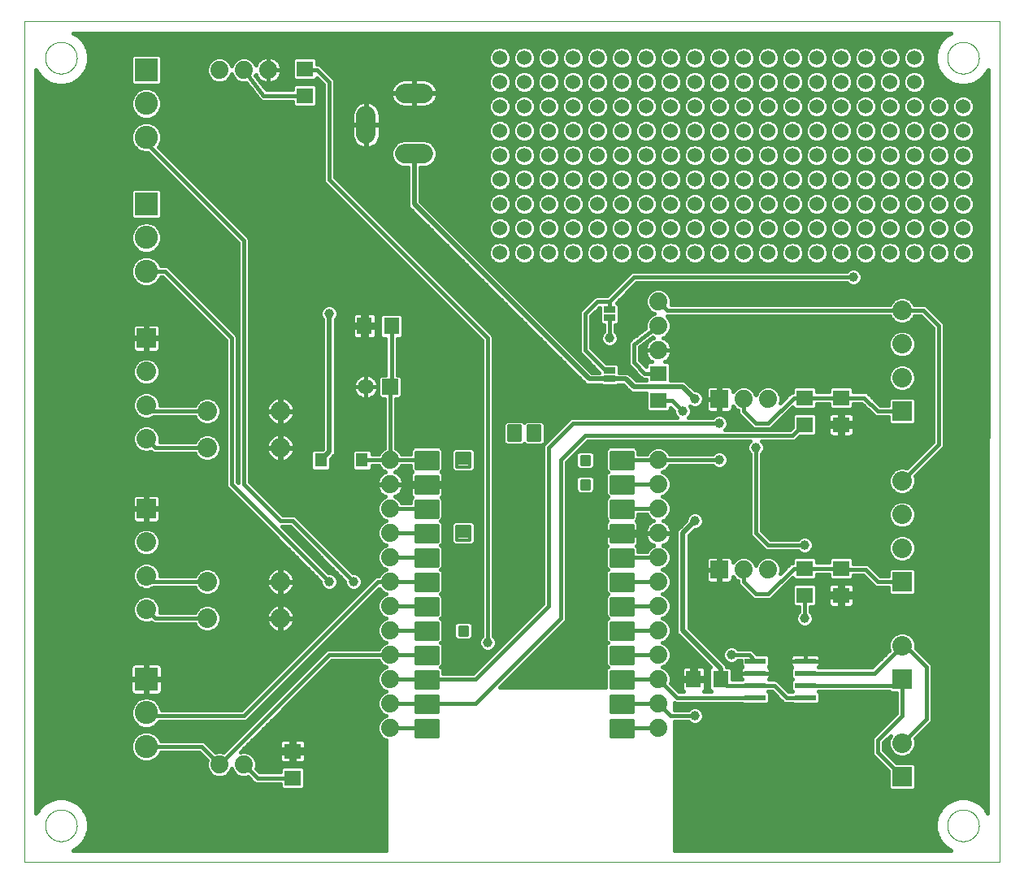
<source format=gtl>
G75*
%MOIN*%
%OFA0B0*%
%FSLAX25Y25*%
%IPPOS*%
%LPD*%
%AMOC8*
5,1,8,0,0,1.08239X$1,22.5*
%
%ADD10C,0.00000*%
%ADD11R,0.07087X0.06299*%
%ADD12R,0.05000X0.05787*%
%ADD13R,0.08000X0.08000*%
%ADD14C,0.08000*%
%ADD15C,0.07400*%
%ADD16R,0.05000X0.02500*%
%ADD17C,0.01600*%
%ADD18C,0.00900*%
%ADD19C,0.01400*%
%ADD20C,0.01200*%
%ADD21R,0.06299X0.07087*%
%ADD22R,0.08661X0.02362*%
%ADD23R,0.09500X0.09500*%
%ADD24C,0.09500*%
%ADD25C,0.07874*%
%ADD26R,0.07400X0.07400*%
%ADD27C,0.06500*%
%ADD28R,0.06500X0.06500*%
%ADD29C,0.03962*%
%ADD30C,0.02000*%
%ADD31C,0.06000*%
D10*
X0001800Y0001800D02*
X0001800Y0346800D01*
X0401800Y0346800D01*
X0401721Y0001800D01*
X0001800Y0001800D01*
X0010300Y0016800D02*
X0010302Y0016961D01*
X0010308Y0017121D01*
X0010318Y0017282D01*
X0010332Y0017442D01*
X0010350Y0017602D01*
X0010371Y0017761D01*
X0010397Y0017920D01*
X0010427Y0018078D01*
X0010460Y0018235D01*
X0010498Y0018392D01*
X0010539Y0018547D01*
X0010584Y0018701D01*
X0010633Y0018854D01*
X0010686Y0019006D01*
X0010742Y0019157D01*
X0010803Y0019306D01*
X0010866Y0019454D01*
X0010934Y0019600D01*
X0011005Y0019744D01*
X0011079Y0019886D01*
X0011157Y0020027D01*
X0011239Y0020165D01*
X0011324Y0020302D01*
X0011412Y0020436D01*
X0011504Y0020568D01*
X0011599Y0020698D01*
X0011697Y0020826D01*
X0011798Y0020951D01*
X0011902Y0021073D01*
X0012009Y0021193D01*
X0012119Y0021310D01*
X0012232Y0021425D01*
X0012348Y0021536D01*
X0012467Y0021645D01*
X0012588Y0021750D01*
X0012712Y0021853D01*
X0012838Y0021953D01*
X0012966Y0022049D01*
X0013097Y0022142D01*
X0013231Y0022232D01*
X0013366Y0022319D01*
X0013504Y0022402D01*
X0013643Y0022482D01*
X0013785Y0022558D01*
X0013928Y0022631D01*
X0014073Y0022700D01*
X0014220Y0022766D01*
X0014368Y0022828D01*
X0014518Y0022886D01*
X0014669Y0022941D01*
X0014822Y0022992D01*
X0014976Y0023039D01*
X0015131Y0023082D01*
X0015287Y0023121D01*
X0015443Y0023157D01*
X0015601Y0023188D01*
X0015759Y0023216D01*
X0015918Y0023240D01*
X0016078Y0023260D01*
X0016238Y0023276D01*
X0016398Y0023288D01*
X0016559Y0023296D01*
X0016720Y0023300D01*
X0016880Y0023300D01*
X0017041Y0023296D01*
X0017202Y0023288D01*
X0017362Y0023276D01*
X0017522Y0023260D01*
X0017682Y0023240D01*
X0017841Y0023216D01*
X0017999Y0023188D01*
X0018157Y0023157D01*
X0018313Y0023121D01*
X0018469Y0023082D01*
X0018624Y0023039D01*
X0018778Y0022992D01*
X0018931Y0022941D01*
X0019082Y0022886D01*
X0019232Y0022828D01*
X0019380Y0022766D01*
X0019527Y0022700D01*
X0019672Y0022631D01*
X0019815Y0022558D01*
X0019957Y0022482D01*
X0020096Y0022402D01*
X0020234Y0022319D01*
X0020369Y0022232D01*
X0020503Y0022142D01*
X0020634Y0022049D01*
X0020762Y0021953D01*
X0020888Y0021853D01*
X0021012Y0021750D01*
X0021133Y0021645D01*
X0021252Y0021536D01*
X0021368Y0021425D01*
X0021481Y0021310D01*
X0021591Y0021193D01*
X0021698Y0021073D01*
X0021802Y0020951D01*
X0021903Y0020826D01*
X0022001Y0020698D01*
X0022096Y0020568D01*
X0022188Y0020436D01*
X0022276Y0020302D01*
X0022361Y0020165D01*
X0022443Y0020027D01*
X0022521Y0019886D01*
X0022595Y0019744D01*
X0022666Y0019600D01*
X0022734Y0019454D01*
X0022797Y0019306D01*
X0022858Y0019157D01*
X0022914Y0019006D01*
X0022967Y0018854D01*
X0023016Y0018701D01*
X0023061Y0018547D01*
X0023102Y0018392D01*
X0023140Y0018235D01*
X0023173Y0018078D01*
X0023203Y0017920D01*
X0023229Y0017761D01*
X0023250Y0017602D01*
X0023268Y0017442D01*
X0023282Y0017282D01*
X0023292Y0017121D01*
X0023298Y0016961D01*
X0023300Y0016800D01*
X0023298Y0016639D01*
X0023292Y0016479D01*
X0023282Y0016318D01*
X0023268Y0016158D01*
X0023250Y0015998D01*
X0023229Y0015839D01*
X0023203Y0015680D01*
X0023173Y0015522D01*
X0023140Y0015365D01*
X0023102Y0015208D01*
X0023061Y0015053D01*
X0023016Y0014899D01*
X0022967Y0014746D01*
X0022914Y0014594D01*
X0022858Y0014443D01*
X0022797Y0014294D01*
X0022734Y0014146D01*
X0022666Y0014000D01*
X0022595Y0013856D01*
X0022521Y0013714D01*
X0022443Y0013573D01*
X0022361Y0013435D01*
X0022276Y0013298D01*
X0022188Y0013164D01*
X0022096Y0013032D01*
X0022001Y0012902D01*
X0021903Y0012774D01*
X0021802Y0012649D01*
X0021698Y0012527D01*
X0021591Y0012407D01*
X0021481Y0012290D01*
X0021368Y0012175D01*
X0021252Y0012064D01*
X0021133Y0011955D01*
X0021012Y0011850D01*
X0020888Y0011747D01*
X0020762Y0011647D01*
X0020634Y0011551D01*
X0020503Y0011458D01*
X0020369Y0011368D01*
X0020234Y0011281D01*
X0020096Y0011198D01*
X0019957Y0011118D01*
X0019815Y0011042D01*
X0019672Y0010969D01*
X0019527Y0010900D01*
X0019380Y0010834D01*
X0019232Y0010772D01*
X0019082Y0010714D01*
X0018931Y0010659D01*
X0018778Y0010608D01*
X0018624Y0010561D01*
X0018469Y0010518D01*
X0018313Y0010479D01*
X0018157Y0010443D01*
X0017999Y0010412D01*
X0017841Y0010384D01*
X0017682Y0010360D01*
X0017522Y0010340D01*
X0017362Y0010324D01*
X0017202Y0010312D01*
X0017041Y0010304D01*
X0016880Y0010300D01*
X0016720Y0010300D01*
X0016559Y0010304D01*
X0016398Y0010312D01*
X0016238Y0010324D01*
X0016078Y0010340D01*
X0015918Y0010360D01*
X0015759Y0010384D01*
X0015601Y0010412D01*
X0015443Y0010443D01*
X0015287Y0010479D01*
X0015131Y0010518D01*
X0014976Y0010561D01*
X0014822Y0010608D01*
X0014669Y0010659D01*
X0014518Y0010714D01*
X0014368Y0010772D01*
X0014220Y0010834D01*
X0014073Y0010900D01*
X0013928Y0010969D01*
X0013785Y0011042D01*
X0013643Y0011118D01*
X0013504Y0011198D01*
X0013366Y0011281D01*
X0013231Y0011368D01*
X0013097Y0011458D01*
X0012966Y0011551D01*
X0012838Y0011647D01*
X0012712Y0011747D01*
X0012588Y0011850D01*
X0012467Y0011955D01*
X0012348Y0012064D01*
X0012232Y0012175D01*
X0012119Y0012290D01*
X0012009Y0012407D01*
X0011902Y0012527D01*
X0011798Y0012649D01*
X0011697Y0012774D01*
X0011599Y0012902D01*
X0011504Y0013032D01*
X0011412Y0013164D01*
X0011324Y0013298D01*
X0011239Y0013435D01*
X0011157Y0013573D01*
X0011079Y0013714D01*
X0011005Y0013856D01*
X0010934Y0014000D01*
X0010866Y0014146D01*
X0010803Y0014294D01*
X0010742Y0014443D01*
X0010686Y0014594D01*
X0010633Y0014746D01*
X0010584Y0014899D01*
X0010539Y0015053D01*
X0010498Y0015208D01*
X0010460Y0015365D01*
X0010427Y0015522D01*
X0010397Y0015680D01*
X0010371Y0015839D01*
X0010350Y0015998D01*
X0010332Y0016158D01*
X0010318Y0016318D01*
X0010308Y0016479D01*
X0010302Y0016639D01*
X0010300Y0016800D01*
X0010300Y0331800D02*
X0010302Y0331961D01*
X0010308Y0332121D01*
X0010318Y0332282D01*
X0010332Y0332442D01*
X0010350Y0332602D01*
X0010371Y0332761D01*
X0010397Y0332920D01*
X0010427Y0333078D01*
X0010460Y0333235D01*
X0010498Y0333392D01*
X0010539Y0333547D01*
X0010584Y0333701D01*
X0010633Y0333854D01*
X0010686Y0334006D01*
X0010742Y0334157D01*
X0010803Y0334306D01*
X0010866Y0334454D01*
X0010934Y0334600D01*
X0011005Y0334744D01*
X0011079Y0334886D01*
X0011157Y0335027D01*
X0011239Y0335165D01*
X0011324Y0335302D01*
X0011412Y0335436D01*
X0011504Y0335568D01*
X0011599Y0335698D01*
X0011697Y0335826D01*
X0011798Y0335951D01*
X0011902Y0336073D01*
X0012009Y0336193D01*
X0012119Y0336310D01*
X0012232Y0336425D01*
X0012348Y0336536D01*
X0012467Y0336645D01*
X0012588Y0336750D01*
X0012712Y0336853D01*
X0012838Y0336953D01*
X0012966Y0337049D01*
X0013097Y0337142D01*
X0013231Y0337232D01*
X0013366Y0337319D01*
X0013504Y0337402D01*
X0013643Y0337482D01*
X0013785Y0337558D01*
X0013928Y0337631D01*
X0014073Y0337700D01*
X0014220Y0337766D01*
X0014368Y0337828D01*
X0014518Y0337886D01*
X0014669Y0337941D01*
X0014822Y0337992D01*
X0014976Y0338039D01*
X0015131Y0338082D01*
X0015287Y0338121D01*
X0015443Y0338157D01*
X0015601Y0338188D01*
X0015759Y0338216D01*
X0015918Y0338240D01*
X0016078Y0338260D01*
X0016238Y0338276D01*
X0016398Y0338288D01*
X0016559Y0338296D01*
X0016720Y0338300D01*
X0016880Y0338300D01*
X0017041Y0338296D01*
X0017202Y0338288D01*
X0017362Y0338276D01*
X0017522Y0338260D01*
X0017682Y0338240D01*
X0017841Y0338216D01*
X0017999Y0338188D01*
X0018157Y0338157D01*
X0018313Y0338121D01*
X0018469Y0338082D01*
X0018624Y0338039D01*
X0018778Y0337992D01*
X0018931Y0337941D01*
X0019082Y0337886D01*
X0019232Y0337828D01*
X0019380Y0337766D01*
X0019527Y0337700D01*
X0019672Y0337631D01*
X0019815Y0337558D01*
X0019957Y0337482D01*
X0020096Y0337402D01*
X0020234Y0337319D01*
X0020369Y0337232D01*
X0020503Y0337142D01*
X0020634Y0337049D01*
X0020762Y0336953D01*
X0020888Y0336853D01*
X0021012Y0336750D01*
X0021133Y0336645D01*
X0021252Y0336536D01*
X0021368Y0336425D01*
X0021481Y0336310D01*
X0021591Y0336193D01*
X0021698Y0336073D01*
X0021802Y0335951D01*
X0021903Y0335826D01*
X0022001Y0335698D01*
X0022096Y0335568D01*
X0022188Y0335436D01*
X0022276Y0335302D01*
X0022361Y0335165D01*
X0022443Y0335027D01*
X0022521Y0334886D01*
X0022595Y0334744D01*
X0022666Y0334600D01*
X0022734Y0334454D01*
X0022797Y0334306D01*
X0022858Y0334157D01*
X0022914Y0334006D01*
X0022967Y0333854D01*
X0023016Y0333701D01*
X0023061Y0333547D01*
X0023102Y0333392D01*
X0023140Y0333235D01*
X0023173Y0333078D01*
X0023203Y0332920D01*
X0023229Y0332761D01*
X0023250Y0332602D01*
X0023268Y0332442D01*
X0023282Y0332282D01*
X0023292Y0332121D01*
X0023298Y0331961D01*
X0023300Y0331800D01*
X0023298Y0331639D01*
X0023292Y0331479D01*
X0023282Y0331318D01*
X0023268Y0331158D01*
X0023250Y0330998D01*
X0023229Y0330839D01*
X0023203Y0330680D01*
X0023173Y0330522D01*
X0023140Y0330365D01*
X0023102Y0330208D01*
X0023061Y0330053D01*
X0023016Y0329899D01*
X0022967Y0329746D01*
X0022914Y0329594D01*
X0022858Y0329443D01*
X0022797Y0329294D01*
X0022734Y0329146D01*
X0022666Y0329000D01*
X0022595Y0328856D01*
X0022521Y0328714D01*
X0022443Y0328573D01*
X0022361Y0328435D01*
X0022276Y0328298D01*
X0022188Y0328164D01*
X0022096Y0328032D01*
X0022001Y0327902D01*
X0021903Y0327774D01*
X0021802Y0327649D01*
X0021698Y0327527D01*
X0021591Y0327407D01*
X0021481Y0327290D01*
X0021368Y0327175D01*
X0021252Y0327064D01*
X0021133Y0326955D01*
X0021012Y0326850D01*
X0020888Y0326747D01*
X0020762Y0326647D01*
X0020634Y0326551D01*
X0020503Y0326458D01*
X0020369Y0326368D01*
X0020234Y0326281D01*
X0020096Y0326198D01*
X0019957Y0326118D01*
X0019815Y0326042D01*
X0019672Y0325969D01*
X0019527Y0325900D01*
X0019380Y0325834D01*
X0019232Y0325772D01*
X0019082Y0325714D01*
X0018931Y0325659D01*
X0018778Y0325608D01*
X0018624Y0325561D01*
X0018469Y0325518D01*
X0018313Y0325479D01*
X0018157Y0325443D01*
X0017999Y0325412D01*
X0017841Y0325384D01*
X0017682Y0325360D01*
X0017522Y0325340D01*
X0017362Y0325324D01*
X0017202Y0325312D01*
X0017041Y0325304D01*
X0016880Y0325300D01*
X0016720Y0325300D01*
X0016559Y0325304D01*
X0016398Y0325312D01*
X0016238Y0325324D01*
X0016078Y0325340D01*
X0015918Y0325360D01*
X0015759Y0325384D01*
X0015601Y0325412D01*
X0015443Y0325443D01*
X0015287Y0325479D01*
X0015131Y0325518D01*
X0014976Y0325561D01*
X0014822Y0325608D01*
X0014669Y0325659D01*
X0014518Y0325714D01*
X0014368Y0325772D01*
X0014220Y0325834D01*
X0014073Y0325900D01*
X0013928Y0325969D01*
X0013785Y0326042D01*
X0013643Y0326118D01*
X0013504Y0326198D01*
X0013366Y0326281D01*
X0013231Y0326368D01*
X0013097Y0326458D01*
X0012966Y0326551D01*
X0012838Y0326647D01*
X0012712Y0326747D01*
X0012588Y0326850D01*
X0012467Y0326955D01*
X0012348Y0327064D01*
X0012232Y0327175D01*
X0012119Y0327290D01*
X0012009Y0327407D01*
X0011902Y0327527D01*
X0011798Y0327649D01*
X0011697Y0327774D01*
X0011599Y0327902D01*
X0011504Y0328032D01*
X0011412Y0328164D01*
X0011324Y0328298D01*
X0011239Y0328435D01*
X0011157Y0328573D01*
X0011079Y0328714D01*
X0011005Y0328856D01*
X0010934Y0329000D01*
X0010866Y0329146D01*
X0010803Y0329294D01*
X0010742Y0329443D01*
X0010686Y0329594D01*
X0010633Y0329746D01*
X0010584Y0329899D01*
X0010539Y0330053D01*
X0010498Y0330208D01*
X0010460Y0330365D01*
X0010427Y0330522D01*
X0010397Y0330680D01*
X0010371Y0330839D01*
X0010350Y0330998D01*
X0010332Y0331158D01*
X0010318Y0331318D01*
X0010308Y0331479D01*
X0010302Y0331639D01*
X0010300Y0331800D01*
X0380300Y0331800D02*
X0380302Y0331961D01*
X0380308Y0332121D01*
X0380318Y0332282D01*
X0380332Y0332442D01*
X0380350Y0332602D01*
X0380371Y0332761D01*
X0380397Y0332920D01*
X0380427Y0333078D01*
X0380460Y0333235D01*
X0380498Y0333392D01*
X0380539Y0333547D01*
X0380584Y0333701D01*
X0380633Y0333854D01*
X0380686Y0334006D01*
X0380742Y0334157D01*
X0380803Y0334306D01*
X0380866Y0334454D01*
X0380934Y0334600D01*
X0381005Y0334744D01*
X0381079Y0334886D01*
X0381157Y0335027D01*
X0381239Y0335165D01*
X0381324Y0335302D01*
X0381412Y0335436D01*
X0381504Y0335568D01*
X0381599Y0335698D01*
X0381697Y0335826D01*
X0381798Y0335951D01*
X0381902Y0336073D01*
X0382009Y0336193D01*
X0382119Y0336310D01*
X0382232Y0336425D01*
X0382348Y0336536D01*
X0382467Y0336645D01*
X0382588Y0336750D01*
X0382712Y0336853D01*
X0382838Y0336953D01*
X0382966Y0337049D01*
X0383097Y0337142D01*
X0383231Y0337232D01*
X0383366Y0337319D01*
X0383504Y0337402D01*
X0383643Y0337482D01*
X0383785Y0337558D01*
X0383928Y0337631D01*
X0384073Y0337700D01*
X0384220Y0337766D01*
X0384368Y0337828D01*
X0384518Y0337886D01*
X0384669Y0337941D01*
X0384822Y0337992D01*
X0384976Y0338039D01*
X0385131Y0338082D01*
X0385287Y0338121D01*
X0385443Y0338157D01*
X0385601Y0338188D01*
X0385759Y0338216D01*
X0385918Y0338240D01*
X0386078Y0338260D01*
X0386238Y0338276D01*
X0386398Y0338288D01*
X0386559Y0338296D01*
X0386720Y0338300D01*
X0386880Y0338300D01*
X0387041Y0338296D01*
X0387202Y0338288D01*
X0387362Y0338276D01*
X0387522Y0338260D01*
X0387682Y0338240D01*
X0387841Y0338216D01*
X0387999Y0338188D01*
X0388157Y0338157D01*
X0388313Y0338121D01*
X0388469Y0338082D01*
X0388624Y0338039D01*
X0388778Y0337992D01*
X0388931Y0337941D01*
X0389082Y0337886D01*
X0389232Y0337828D01*
X0389380Y0337766D01*
X0389527Y0337700D01*
X0389672Y0337631D01*
X0389815Y0337558D01*
X0389957Y0337482D01*
X0390096Y0337402D01*
X0390234Y0337319D01*
X0390369Y0337232D01*
X0390503Y0337142D01*
X0390634Y0337049D01*
X0390762Y0336953D01*
X0390888Y0336853D01*
X0391012Y0336750D01*
X0391133Y0336645D01*
X0391252Y0336536D01*
X0391368Y0336425D01*
X0391481Y0336310D01*
X0391591Y0336193D01*
X0391698Y0336073D01*
X0391802Y0335951D01*
X0391903Y0335826D01*
X0392001Y0335698D01*
X0392096Y0335568D01*
X0392188Y0335436D01*
X0392276Y0335302D01*
X0392361Y0335165D01*
X0392443Y0335027D01*
X0392521Y0334886D01*
X0392595Y0334744D01*
X0392666Y0334600D01*
X0392734Y0334454D01*
X0392797Y0334306D01*
X0392858Y0334157D01*
X0392914Y0334006D01*
X0392967Y0333854D01*
X0393016Y0333701D01*
X0393061Y0333547D01*
X0393102Y0333392D01*
X0393140Y0333235D01*
X0393173Y0333078D01*
X0393203Y0332920D01*
X0393229Y0332761D01*
X0393250Y0332602D01*
X0393268Y0332442D01*
X0393282Y0332282D01*
X0393292Y0332121D01*
X0393298Y0331961D01*
X0393300Y0331800D01*
X0393298Y0331639D01*
X0393292Y0331479D01*
X0393282Y0331318D01*
X0393268Y0331158D01*
X0393250Y0330998D01*
X0393229Y0330839D01*
X0393203Y0330680D01*
X0393173Y0330522D01*
X0393140Y0330365D01*
X0393102Y0330208D01*
X0393061Y0330053D01*
X0393016Y0329899D01*
X0392967Y0329746D01*
X0392914Y0329594D01*
X0392858Y0329443D01*
X0392797Y0329294D01*
X0392734Y0329146D01*
X0392666Y0329000D01*
X0392595Y0328856D01*
X0392521Y0328714D01*
X0392443Y0328573D01*
X0392361Y0328435D01*
X0392276Y0328298D01*
X0392188Y0328164D01*
X0392096Y0328032D01*
X0392001Y0327902D01*
X0391903Y0327774D01*
X0391802Y0327649D01*
X0391698Y0327527D01*
X0391591Y0327407D01*
X0391481Y0327290D01*
X0391368Y0327175D01*
X0391252Y0327064D01*
X0391133Y0326955D01*
X0391012Y0326850D01*
X0390888Y0326747D01*
X0390762Y0326647D01*
X0390634Y0326551D01*
X0390503Y0326458D01*
X0390369Y0326368D01*
X0390234Y0326281D01*
X0390096Y0326198D01*
X0389957Y0326118D01*
X0389815Y0326042D01*
X0389672Y0325969D01*
X0389527Y0325900D01*
X0389380Y0325834D01*
X0389232Y0325772D01*
X0389082Y0325714D01*
X0388931Y0325659D01*
X0388778Y0325608D01*
X0388624Y0325561D01*
X0388469Y0325518D01*
X0388313Y0325479D01*
X0388157Y0325443D01*
X0387999Y0325412D01*
X0387841Y0325384D01*
X0387682Y0325360D01*
X0387522Y0325340D01*
X0387362Y0325324D01*
X0387202Y0325312D01*
X0387041Y0325304D01*
X0386880Y0325300D01*
X0386720Y0325300D01*
X0386559Y0325304D01*
X0386398Y0325312D01*
X0386238Y0325324D01*
X0386078Y0325340D01*
X0385918Y0325360D01*
X0385759Y0325384D01*
X0385601Y0325412D01*
X0385443Y0325443D01*
X0385287Y0325479D01*
X0385131Y0325518D01*
X0384976Y0325561D01*
X0384822Y0325608D01*
X0384669Y0325659D01*
X0384518Y0325714D01*
X0384368Y0325772D01*
X0384220Y0325834D01*
X0384073Y0325900D01*
X0383928Y0325969D01*
X0383785Y0326042D01*
X0383643Y0326118D01*
X0383504Y0326198D01*
X0383366Y0326281D01*
X0383231Y0326368D01*
X0383097Y0326458D01*
X0382966Y0326551D01*
X0382838Y0326647D01*
X0382712Y0326747D01*
X0382588Y0326850D01*
X0382467Y0326955D01*
X0382348Y0327064D01*
X0382232Y0327175D01*
X0382119Y0327290D01*
X0382009Y0327407D01*
X0381902Y0327527D01*
X0381798Y0327649D01*
X0381697Y0327774D01*
X0381599Y0327902D01*
X0381504Y0328032D01*
X0381412Y0328164D01*
X0381324Y0328298D01*
X0381239Y0328435D01*
X0381157Y0328573D01*
X0381079Y0328714D01*
X0381005Y0328856D01*
X0380934Y0329000D01*
X0380866Y0329146D01*
X0380803Y0329294D01*
X0380742Y0329443D01*
X0380686Y0329594D01*
X0380633Y0329746D01*
X0380584Y0329899D01*
X0380539Y0330053D01*
X0380498Y0330208D01*
X0380460Y0330365D01*
X0380427Y0330522D01*
X0380397Y0330680D01*
X0380371Y0330839D01*
X0380350Y0330998D01*
X0380332Y0331158D01*
X0380318Y0331318D01*
X0380308Y0331479D01*
X0380302Y0331639D01*
X0380300Y0331800D01*
X0380300Y0016800D02*
X0380302Y0016961D01*
X0380308Y0017121D01*
X0380318Y0017282D01*
X0380332Y0017442D01*
X0380350Y0017602D01*
X0380371Y0017761D01*
X0380397Y0017920D01*
X0380427Y0018078D01*
X0380460Y0018235D01*
X0380498Y0018392D01*
X0380539Y0018547D01*
X0380584Y0018701D01*
X0380633Y0018854D01*
X0380686Y0019006D01*
X0380742Y0019157D01*
X0380803Y0019306D01*
X0380866Y0019454D01*
X0380934Y0019600D01*
X0381005Y0019744D01*
X0381079Y0019886D01*
X0381157Y0020027D01*
X0381239Y0020165D01*
X0381324Y0020302D01*
X0381412Y0020436D01*
X0381504Y0020568D01*
X0381599Y0020698D01*
X0381697Y0020826D01*
X0381798Y0020951D01*
X0381902Y0021073D01*
X0382009Y0021193D01*
X0382119Y0021310D01*
X0382232Y0021425D01*
X0382348Y0021536D01*
X0382467Y0021645D01*
X0382588Y0021750D01*
X0382712Y0021853D01*
X0382838Y0021953D01*
X0382966Y0022049D01*
X0383097Y0022142D01*
X0383231Y0022232D01*
X0383366Y0022319D01*
X0383504Y0022402D01*
X0383643Y0022482D01*
X0383785Y0022558D01*
X0383928Y0022631D01*
X0384073Y0022700D01*
X0384220Y0022766D01*
X0384368Y0022828D01*
X0384518Y0022886D01*
X0384669Y0022941D01*
X0384822Y0022992D01*
X0384976Y0023039D01*
X0385131Y0023082D01*
X0385287Y0023121D01*
X0385443Y0023157D01*
X0385601Y0023188D01*
X0385759Y0023216D01*
X0385918Y0023240D01*
X0386078Y0023260D01*
X0386238Y0023276D01*
X0386398Y0023288D01*
X0386559Y0023296D01*
X0386720Y0023300D01*
X0386880Y0023300D01*
X0387041Y0023296D01*
X0387202Y0023288D01*
X0387362Y0023276D01*
X0387522Y0023260D01*
X0387682Y0023240D01*
X0387841Y0023216D01*
X0387999Y0023188D01*
X0388157Y0023157D01*
X0388313Y0023121D01*
X0388469Y0023082D01*
X0388624Y0023039D01*
X0388778Y0022992D01*
X0388931Y0022941D01*
X0389082Y0022886D01*
X0389232Y0022828D01*
X0389380Y0022766D01*
X0389527Y0022700D01*
X0389672Y0022631D01*
X0389815Y0022558D01*
X0389957Y0022482D01*
X0390096Y0022402D01*
X0390234Y0022319D01*
X0390369Y0022232D01*
X0390503Y0022142D01*
X0390634Y0022049D01*
X0390762Y0021953D01*
X0390888Y0021853D01*
X0391012Y0021750D01*
X0391133Y0021645D01*
X0391252Y0021536D01*
X0391368Y0021425D01*
X0391481Y0021310D01*
X0391591Y0021193D01*
X0391698Y0021073D01*
X0391802Y0020951D01*
X0391903Y0020826D01*
X0392001Y0020698D01*
X0392096Y0020568D01*
X0392188Y0020436D01*
X0392276Y0020302D01*
X0392361Y0020165D01*
X0392443Y0020027D01*
X0392521Y0019886D01*
X0392595Y0019744D01*
X0392666Y0019600D01*
X0392734Y0019454D01*
X0392797Y0019306D01*
X0392858Y0019157D01*
X0392914Y0019006D01*
X0392967Y0018854D01*
X0393016Y0018701D01*
X0393061Y0018547D01*
X0393102Y0018392D01*
X0393140Y0018235D01*
X0393173Y0018078D01*
X0393203Y0017920D01*
X0393229Y0017761D01*
X0393250Y0017602D01*
X0393268Y0017442D01*
X0393282Y0017282D01*
X0393292Y0017121D01*
X0393298Y0016961D01*
X0393300Y0016800D01*
X0393298Y0016639D01*
X0393292Y0016479D01*
X0393282Y0016318D01*
X0393268Y0016158D01*
X0393250Y0015998D01*
X0393229Y0015839D01*
X0393203Y0015680D01*
X0393173Y0015522D01*
X0393140Y0015365D01*
X0393102Y0015208D01*
X0393061Y0015053D01*
X0393016Y0014899D01*
X0392967Y0014746D01*
X0392914Y0014594D01*
X0392858Y0014443D01*
X0392797Y0014294D01*
X0392734Y0014146D01*
X0392666Y0014000D01*
X0392595Y0013856D01*
X0392521Y0013714D01*
X0392443Y0013573D01*
X0392361Y0013435D01*
X0392276Y0013298D01*
X0392188Y0013164D01*
X0392096Y0013032D01*
X0392001Y0012902D01*
X0391903Y0012774D01*
X0391802Y0012649D01*
X0391698Y0012527D01*
X0391591Y0012407D01*
X0391481Y0012290D01*
X0391368Y0012175D01*
X0391252Y0012064D01*
X0391133Y0011955D01*
X0391012Y0011850D01*
X0390888Y0011747D01*
X0390762Y0011647D01*
X0390634Y0011551D01*
X0390503Y0011458D01*
X0390369Y0011368D01*
X0390234Y0011281D01*
X0390096Y0011198D01*
X0389957Y0011118D01*
X0389815Y0011042D01*
X0389672Y0010969D01*
X0389527Y0010900D01*
X0389380Y0010834D01*
X0389232Y0010772D01*
X0389082Y0010714D01*
X0388931Y0010659D01*
X0388778Y0010608D01*
X0388624Y0010561D01*
X0388469Y0010518D01*
X0388313Y0010479D01*
X0388157Y0010443D01*
X0387999Y0010412D01*
X0387841Y0010384D01*
X0387682Y0010360D01*
X0387522Y0010340D01*
X0387362Y0010324D01*
X0387202Y0010312D01*
X0387041Y0010304D01*
X0386880Y0010300D01*
X0386720Y0010300D01*
X0386559Y0010304D01*
X0386398Y0010312D01*
X0386238Y0010324D01*
X0386078Y0010340D01*
X0385918Y0010360D01*
X0385759Y0010384D01*
X0385601Y0010412D01*
X0385443Y0010443D01*
X0385287Y0010479D01*
X0385131Y0010518D01*
X0384976Y0010561D01*
X0384822Y0010608D01*
X0384669Y0010659D01*
X0384518Y0010714D01*
X0384368Y0010772D01*
X0384220Y0010834D01*
X0384073Y0010900D01*
X0383928Y0010969D01*
X0383785Y0011042D01*
X0383643Y0011118D01*
X0383504Y0011198D01*
X0383366Y0011281D01*
X0383231Y0011368D01*
X0383097Y0011458D01*
X0382966Y0011551D01*
X0382838Y0011647D01*
X0382712Y0011747D01*
X0382588Y0011850D01*
X0382467Y0011955D01*
X0382348Y0012064D01*
X0382232Y0012175D01*
X0382119Y0012290D01*
X0382009Y0012407D01*
X0381902Y0012527D01*
X0381798Y0012649D01*
X0381697Y0012774D01*
X0381599Y0012902D01*
X0381504Y0013032D01*
X0381412Y0013164D01*
X0381324Y0013298D01*
X0381239Y0013435D01*
X0381157Y0013573D01*
X0381079Y0013714D01*
X0381005Y0013856D01*
X0380934Y0014000D01*
X0380866Y0014146D01*
X0380803Y0014294D01*
X0380742Y0014443D01*
X0380686Y0014594D01*
X0380633Y0014746D01*
X0380584Y0014899D01*
X0380539Y0015053D01*
X0380498Y0015208D01*
X0380460Y0015365D01*
X0380427Y0015522D01*
X0380397Y0015680D01*
X0380371Y0015839D01*
X0380350Y0015998D01*
X0380332Y0016158D01*
X0380318Y0016318D01*
X0380308Y0016479D01*
X0380302Y0016639D01*
X0380300Y0016800D01*
D11*
X0336800Y0111288D03*
X0336800Y0122312D03*
X0321800Y0122312D03*
X0321800Y0111288D03*
X0321800Y0181288D03*
X0321800Y0192312D03*
X0336800Y0192312D03*
X0336800Y0181288D03*
X0261800Y0191288D03*
X0261800Y0202312D03*
X0116800Y0316288D03*
X0116800Y0327312D03*
X0111800Y0047312D03*
X0111800Y0036288D03*
D12*
X0123335Y0166800D03*
X0140265Y0166800D03*
D13*
X0051800Y0146800D03*
X0051800Y0216800D03*
X0361800Y0186800D03*
X0361800Y0116800D03*
X0361800Y0076800D03*
X0361800Y0036800D03*
D14*
X0361800Y0050580D03*
X0361800Y0090580D03*
X0361800Y0130580D03*
X0361800Y0144359D03*
X0361800Y0158139D03*
X0361800Y0200580D03*
X0361800Y0214359D03*
X0361800Y0228139D03*
X0106800Y0186800D03*
X0106800Y0171800D03*
X0076800Y0171800D03*
X0076800Y0186800D03*
X0051800Y0189241D03*
X0051800Y0203020D03*
X0051800Y0175461D03*
X0051800Y0133020D03*
X0051800Y0119241D03*
X0051800Y0105461D03*
X0076800Y0101800D03*
X0076800Y0116800D03*
X0106800Y0116800D03*
X0106800Y0101800D03*
D15*
X0151800Y0096800D03*
X0151800Y0086800D03*
X0151800Y0076800D03*
X0151800Y0066800D03*
X0151800Y0056800D03*
X0151800Y0106800D03*
X0151800Y0116800D03*
X0151800Y0126800D03*
X0151800Y0136800D03*
X0151800Y0146800D03*
X0151800Y0156800D03*
X0151800Y0166800D03*
X0261800Y0166800D03*
X0261800Y0156800D03*
X0261800Y0146800D03*
X0261800Y0136800D03*
X0261800Y0126800D03*
X0261800Y0116800D03*
X0261800Y0106800D03*
X0261800Y0096800D03*
X0261800Y0086800D03*
X0261800Y0076800D03*
X0261800Y0066800D03*
X0261800Y0056800D03*
X0296800Y0121800D03*
X0306800Y0121800D03*
X0306800Y0191800D03*
X0296800Y0191800D03*
X0261800Y0211800D03*
X0261800Y0221800D03*
X0261800Y0231800D03*
X0101800Y0326800D03*
X0091800Y0326800D03*
X0081800Y0326800D03*
X0081800Y0041800D03*
X0091800Y0041800D03*
D16*
X0241800Y0200028D03*
X0241800Y0203572D03*
X0241800Y0225178D03*
X0241800Y0228422D03*
D17*
X0241800Y0231800D01*
X0251800Y0241800D01*
X0341800Y0241800D01*
X0345075Y0240350D02*
X0396976Y0240350D01*
X0396976Y0241948D02*
X0345381Y0241948D01*
X0345381Y0242512D02*
X0344836Y0243829D01*
X0343829Y0244836D01*
X0342512Y0245381D01*
X0341088Y0245381D01*
X0339771Y0244836D01*
X0339136Y0244200D01*
X0251323Y0244200D01*
X0250441Y0243835D01*
X0249765Y0243159D01*
X0240806Y0234200D01*
X0236323Y0234200D01*
X0235441Y0233835D01*
X0234765Y0233159D01*
X0229765Y0228159D01*
X0229400Y0227277D01*
X0229400Y0211323D01*
X0229765Y0210441D01*
X0237578Y0202628D01*
X0234491Y0202628D01*
X0164243Y0272877D01*
X0164243Y0286932D01*
X0166681Y0286932D01*
X0168716Y0287775D01*
X0170274Y0289333D01*
X0171117Y0291368D01*
X0171117Y0293571D01*
X0170274Y0295606D01*
X0168716Y0297163D01*
X0166681Y0298006D01*
X0156604Y0298006D01*
X0154569Y0297163D01*
X0153011Y0295606D01*
X0152169Y0293571D01*
X0152169Y0291368D01*
X0153011Y0289333D01*
X0154569Y0287775D01*
X0156604Y0286932D01*
X0159043Y0286932D01*
X0159043Y0271283D01*
X0159438Y0270327D01*
X0160170Y0269596D01*
X0231941Y0197824D01*
X0232897Y0197428D01*
X0238387Y0197428D01*
X0238637Y0197178D01*
X0244963Y0197178D01*
X0245213Y0197428D01*
X0247495Y0197428D01*
X0249596Y0195327D01*
X0250327Y0194596D01*
X0251283Y0194200D01*
X0256657Y0194200D01*
X0256657Y0187476D01*
X0257594Y0186539D01*
X0266006Y0186539D01*
X0266943Y0187476D01*
X0266943Y0188263D01*
X0268219Y0186987D01*
X0268219Y0186088D01*
X0268764Y0184771D01*
X0269336Y0184200D01*
X0226323Y0184200D01*
X0225441Y0183835D01*
X0224765Y0183159D01*
X0214765Y0173159D01*
X0214400Y0172277D01*
X0214400Y0107794D01*
X0185806Y0079200D01*
X0173400Y0079200D01*
X0173400Y0080477D01*
X0173035Y0081359D01*
X0172594Y0081800D01*
X0173035Y0082241D01*
X0173400Y0083123D01*
X0173400Y0090477D01*
X0173035Y0091359D01*
X0172594Y0091800D01*
X0173035Y0092241D01*
X0173400Y0093123D01*
X0173400Y0100477D01*
X0173035Y0101359D01*
X0172594Y0101800D01*
X0173035Y0102241D01*
X0173400Y0103123D01*
X0173400Y0110477D01*
X0173035Y0111359D01*
X0172594Y0111800D01*
X0173035Y0112241D01*
X0173400Y0113123D01*
X0173400Y0120477D01*
X0173035Y0121359D01*
X0172594Y0121800D01*
X0173035Y0122241D01*
X0173400Y0123123D01*
X0173400Y0130477D01*
X0173035Y0131359D01*
X0172594Y0131800D01*
X0173035Y0132241D01*
X0173400Y0133123D01*
X0173400Y0140477D01*
X0173035Y0141359D01*
X0172594Y0141800D01*
X0173035Y0142241D01*
X0173400Y0143123D01*
X0173400Y0150477D01*
X0173035Y0151359D01*
X0172736Y0151659D01*
X0173020Y0151943D01*
X0173304Y0152368D01*
X0173500Y0152842D01*
X0173600Y0153344D01*
X0173600Y0156000D01*
X0167600Y0156000D01*
X0167600Y0157600D01*
X0173600Y0157600D01*
X0173600Y0160256D01*
X0173500Y0160758D01*
X0173304Y0161232D01*
X0173020Y0161657D01*
X0172736Y0161941D01*
X0173035Y0162241D01*
X0173400Y0163123D01*
X0173400Y0170477D01*
X0173035Y0171359D01*
X0172359Y0172035D01*
X0171477Y0172400D01*
X0162123Y0172400D01*
X0161241Y0172035D01*
X0160565Y0171359D01*
X0160200Y0170477D01*
X0160200Y0169200D01*
X0156543Y0169200D01*
X0156293Y0169802D01*
X0154802Y0171293D01*
X0154200Y0171543D01*
X0154200Y0191950D01*
X0155713Y0191950D01*
X0156650Y0192887D01*
X0156650Y0200713D01*
X0155713Y0201650D01*
X0154712Y0201650D01*
X0154712Y0216657D01*
X0156124Y0216657D01*
X0157061Y0217594D01*
X0157061Y0226006D01*
X0156124Y0226943D01*
X0148499Y0226943D01*
X0147562Y0226006D01*
X0147562Y0217594D01*
X0148499Y0216657D01*
X0149912Y0216657D01*
X0149912Y0201650D01*
X0147887Y0201650D01*
X0146950Y0200713D01*
X0146950Y0192887D01*
X0147887Y0191950D01*
X0149400Y0191950D01*
X0149400Y0171543D01*
X0148798Y0171293D01*
X0147307Y0169802D01*
X0147057Y0169200D01*
X0144365Y0169200D01*
X0144365Y0170356D01*
X0143427Y0171294D01*
X0137102Y0171294D01*
X0136165Y0170356D01*
X0136165Y0163244D01*
X0137102Y0162306D01*
X0143427Y0162306D01*
X0144365Y0163244D01*
X0144365Y0164400D01*
X0147057Y0164400D01*
X0147307Y0163798D01*
X0148798Y0162307D01*
X0149744Y0161915D01*
X0149689Y0161897D01*
X0148917Y0161504D01*
X0148217Y0160995D01*
X0147605Y0160383D01*
X0147096Y0159683D01*
X0146703Y0158911D01*
X0146435Y0158088D01*
X0146300Y0157233D01*
X0146300Y0157000D01*
X0151600Y0157000D01*
X0151600Y0156600D01*
X0146300Y0156600D01*
X0146300Y0156367D01*
X0146435Y0155512D01*
X0146703Y0154689D01*
X0147096Y0153917D01*
X0147605Y0153217D01*
X0148217Y0152605D01*
X0148917Y0152096D01*
X0149689Y0151703D01*
X0149744Y0151685D01*
X0148798Y0151293D01*
X0147307Y0149802D01*
X0146500Y0147854D01*
X0146500Y0145746D01*
X0147307Y0143798D01*
X0148798Y0142307D01*
X0150022Y0141800D01*
X0148798Y0141293D01*
X0147307Y0139802D01*
X0146500Y0137854D01*
X0146500Y0135746D01*
X0147307Y0133798D01*
X0148798Y0132307D01*
X0150022Y0131800D01*
X0148798Y0131293D01*
X0147307Y0129802D01*
X0146500Y0127854D01*
X0146500Y0125746D01*
X0147307Y0123798D01*
X0148798Y0122307D01*
X0150022Y0121800D01*
X0148798Y0121293D01*
X0147307Y0119802D01*
X0147057Y0119200D01*
X0146323Y0119200D01*
X0145441Y0118835D01*
X0144765Y0118159D01*
X0090806Y0064200D01*
X0058150Y0064200D01*
X0058150Y0064284D01*
X0057183Y0066617D01*
X0055397Y0068404D01*
X0053063Y0069370D01*
X0050537Y0069370D01*
X0048203Y0068404D01*
X0046417Y0066617D01*
X0045450Y0064284D01*
X0045450Y0061757D01*
X0046417Y0059423D01*
X0048203Y0057637D01*
X0050537Y0056670D01*
X0053063Y0056670D01*
X0055397Y0057637D01*
X0057160Y0059400D01*
X0092277Y0059400D01*
X0093159Y0059765D01*
X0147273Y0113879D01*
X0147307Y0113798D01*
X0148798Y0112307D01*
X0150022Y0111800D01*
X0148798Y0111293D01*
X0147307Y0109802D01*
X0146500Y0107854D01*
X0146500Y0105746D01*
X0147307Y0103798D01*
X0148798Y0102307D01*
X0150022Y0101800D01*
X0148798Y0101293D01*
X0147307Y0099802D01*
X0146500Y0097854D01*
X0146500Y0095746D01*
X0147307Y0093798D01*
X0148798Y0092307D01*
X0150022Y0091800D01*
X0148798Y0091293D01*
X0147307Y0089802D01*
X0147057Y0089200D01*
X0126323Y0089200D01*
X0125441Y0088835D01*
X0124765Y0088159D01*
X0083456Y0046851D01*
X0082854Y0047100D01*
X0080746Y0047100D01*
X0080144Y0046851D01*
X0076394Y0050600D01*
X0075719Y0051276D01*
X0074836Y0051641D01*
X0057679Y0051641D01*
X0057183Y0052838D01*
X0055397Y0054624D01*
X0053063Y0055591D01*
X0050537Y0055591D01*
X0048203Y0054624D01*
X0046417Y0052838D01*
X0045450Y0050504D01*
X0045450Y0047978D01*
X0046417Y0045644D01*
X0048203Y0043858D01*
X0050537Y0042891D01*
X0053063Y0042891D01*
X0055397Y0043858D01*
X0057183Y0045644D01*
X0057679Y0046841D01*
X0073365Y0046841D01*
X0076749Y0043456D01*
X0076500Y0042854D01*
X0076500Y0040746D01*
X0077307Y0038798D01*
X0078798Y0037307D01*
X0080746Y0036500D01*
X0082854Y0036500D01*
X0084802Y0037307D01*
X0086293Y0038798D01*
X0086800Y0040022D01*
X0087307Y0038798D01*
X0088798Y0037307D01*
X0090746Y0036500D01*
X0092854Y0036500D01*
X0093456Y0036749D01*
X0095277Y0034929D01*
X0095952Y0034254D01*
X0096834Y0033888D01*
X0106657Y0033888D01*
X0106657Y0032476D01*
X0107594Y0031539D01*
X0116006Y0031539D01*
X0116943Y0032476D01*
X0116943Y0040101D01*
X0116006Y0041038D01*
X0107594Y0041038D01*
X0106657Y0040101D01*
X0106657Y0038688D01*
X0098306Y0038688D01*
X0096851Y0040144D01*
X0097100Y0040746D01*
X0097100Y0042854D01*
X0096293Y0044802D01*
X0094802Y0046293D01*
X0092854Y0047100D01*
X0090746Y0047100D01*
X0090316Y0046922D01*
X0127794Y0084400D01*
X0147057Y0084400D01*
X0147307Y0083798D01*
X0148798Y0082307D01*
X0150022Y0081800D01*
X0148798Y0081293D01*
X0147307Y0079802D01*
X0146500Y0077854D01*
X0146500Y0075746D01*
X0147307Y0073798D01*
X0148798Y0072307D01*
X0150022Y0071800D01*
X0148798Y0071293D01*
X0147307Y0069802D01*
X0146500Y0067854D01*
X0146500Y0065746D01*
X0147307Y0063798D01*
X0148798Y0062307D01*
X0150022Y0061800D01*
X0148798Y0061293D01*
X0147307Y0059802D01*
X0146500Y0057854D01*
X0146500Y0055746D01*
X0147307Y0053798D01*
X0148798Y0052307D01*
X0150200Y0051726D01*
X0150200Y0006600D01*
X0021733Y0006600D01*
X0023738Y0007758D01*
X0025842Y0009862D01*
X0027330Y0012438D01*
X0028100Y0015312D01*
X0028100Y0018288D01*
X0027330Y0021162D01*
X0025842Y0023738D01*
X0023738Y0025842D01*
X0021162Y0027330D01*
X0018288Y0028100D01*
X0015312Y0028100D01*
X0012438Y0027330D01*
X0009862Y0025842D01*
X0007758Y0023738D01*
X0006600Y0021733D01*
X0006600Y0326867D01*
X0007758Y0324862D01*
X0009862Y0322758D01*
X0012438Y0321270D01*
X0015312Y0320500D01*
X0018288Y0320500D01*
X0021162Y0321270D01*
X0023738Y0322758D01*
X0025842Y0324862D01*
X0027330Y0327438D01*
X0028100Y0330312D01*
X0028100Y0333288D01*
X0027330Y0336162D01*
X0025842Y0338738D01*
X0023738Y0340842D01*
X0021733Y0342000D01*
X0381867Y0342000D01*
X0379862Y0340842D01*
X0377758Y0338738D01*
X0376270Y0336162D01*
X0375500Y0333288D01*
X0375500Y0330312D01*
X0376270Y0327438D01*
X0377758Y0324862D01*
X0379862Y0322758D01*
X0382438Y0321270D01*
X0385312Y0320500D01*
X0388288Y0320500D01*
X0391162Y0321270D01*
X0393738Y0322758D01*
X0395842Y0324862D01*
X0396995Y0326859D01*
X0396926Y0021861D01*
X0395842Y0023738D01*
X0393738Y0025842D01*
X0391162Y0027330D01*
X0388288Y0028100D01*
X0385312Y0028100D01*
X0382438Y0027330D01*
X0379862Y0025842D01*
X0377758Y0023738D01*
X0376270Y0021162D01*
X0375500Y0018288D01*
X0375500Y0015312D01*
X0376270Y0012438D01*
X0377758Y0009862D01*
X0379862Y0007758D01*
X0381867Y0006600D01*
X0268400Y0006600D01*
X0268400Y0059400D01*
X0274136Y0059400D01*
X0274771Y0058764D01*
X0276088Y0058219D01*
X0277512Y0058219D01*
X0278829Y0058764D01*
X0279836Y0059771D01*
X0280381Y0061088D01*
X0280381Y0062512D01*
X0279836Y0063829D01*
X0278829Y0064836D01*
X0277512Y0065381D01*
X0276088Y0065381D01*
X0274771Y0064836D01*
X0274136Y0064200D01*
X0268400Y0064200D01*
X0268400Y0067075D01*
X0268823Y0066900D01*
X0296189Y0066900D01*
X0296570Y0066519D01*
X0306557Y0066519D01*
X0307494Y0067456D01*
X0307494Y0071144D01*
X0306838Y0071800D01*
X0306938Y0071900D01*
X0308306Y0071900D01*
X0312941Y0067265D01*
X0313823Y0066900D01*
X0316662Y0066900D01*
X0317043Y0066519D01*
X0327030Y0066519D01*
X0327967Y0067456D01*
X0327967Y0071144D01*
X0327311Y0071800D01*
X0327411Y0071900D01*
X0356437Y0071900D01*
X0357137Y0071200D01*
X0359400Y0071200D01*
X0359400Y0062794D01*
X0350441Y0053835D01*
X0350441Y0053835D01*
X0349765Y0053159D01*
X0349400Y0052277D01*
X0349400Y0046323D01*
X0349765Y0045441D01*
X0356200Y0039006D01*
X0356200Y0032137D01*
X0357137Y0031200D01*
X0366463Y0031200D01*
X0367400Y0032137D01*
X0367400Y0041463D01*
X0366463Y0042400D01*
X0359594Y0042400D01*
X0354200Y0047794D01*
X0354200Y0050806D01*
X0356987Y0053593D01*
X0356200Y0051693D01*
X0356200Y0049466D01*
X0357053Y0047407D01*
X0358628Y0045832D01*
X0360686Y0044980D01*
X0362914Y0044980D01*
X0364972Y0045832D01*
X0366547Y0047407D01*
X0367400Y0049466D01*
X0367400Y0051693D01*
X0367080Y0052466D01*
X0373835Y0059220D01*
X0374200Y0060102D01*
X0374200Y0082277D01*
X0373835Y0083159D01*
X0373159Y0083835D01*
X0367400Y0089594D01*
X0367400Y0091693D01*
X0366547Y0093752D01*
X0364972Y0095327D01*
X0362914Y0096180D01*
X0360686Y0096180D01*
X0358628Y0095327D01*
X0357053Y0093752D01*
X0356200Y0091693D01*
X0356200Y0089466D01*
X0356520Y0088693D01*
X0349526Y0081700D01*
X0327494Y0081700D01*
X0327807Y0082014D01*
X0328044Y0082424D01*
X0328167Y0082882D01*
X0328167Y0084300D01*
X0328167Y0085718D01*
X0328044Y0086176D01*
X0327807Y0086586D01*
X0327472Y0086921D01*
X0327062Y0087158D01*
X0326604Y0087281D01*
X0322036Y0087281D01*
X0317469Y0087281D01*
X0317011Y0087158D01*
X0316600Y0086921D01*
X0316265Y0086586D01*
X0316028Y0086176D01*
X0315906Y0085718D01*
X0315905Y0084300D01*
X0322036Y0084300D01*
X0322036Y0084300D01*
X0315906Y0084300D01*
X0315906Y0082882D01*
X0316028Y0082424D01*
X0316265Y0082014D01*
X0316600Y0081679D01*
X0316626Y0081664D01*
X0316106Y0081144D01*
X0316106Y0077456D01*
X0316762Y0076800D01*
X0316106Y0076144D01*
X0316106Y0072456D01*
X0316762Y0071800D01*
X0316662Y0071700D01*
X0315294Y0071700D01*
X0311335Y0075659D01*
X0310659Y0076335D01*
X0309777Y0076700D01*
X0307021Y0076700D01*
X0307335Y0077014D01*
X0307572Y0077424D01*
X0307694Y0077882D01*
X0307694Y0079300D01*
X0307694Y0080718D01*
X0307572Y0081176D01*
X0307335Y0081586D01*
X0307000Y0081921D01*
X0306974Y0081936D01*
X0307494Y0082456D01*
X0307494Y0086144D01*
X0306557Y0087081D01*
X0302177Y0087081D01*
X0300423Y0088835D01*
X0299541Y0089200D01*
X0294464Y0089200D01*
X0293829Y0089836D01*
X0292512Y0090381D01*
X0291088Y0090381D01*
X0289771Y0089836D01*
X0288764Y0088829D01*
X0288219Y0087512D01*
X0288219Y0086088D01*
X0288764Y0084771D01*
X0289771Y0083764D01*
X0291088Y0083219D01*
X0292512Y0083219D01*
X0293829Y0083764D01*
X0294464Y0084400D01*
X0295633Y0084400D01*
X0295633Y0082456D01*
X0296153Y0081936D01*
X0296128Y0081921D01*
X0295793Y0081586D01*
X0295556Y0081176D01*
X0295433Y0080718D01*
X0295433Y0079300D01*
X0301564Y0079300D01*
X0307694Y0079300D01*
X0301564Y0079300D01*
X0301564Y0079300D01*
X0295433Y0079300D01*
X0295433Y0077882D01*
X0295556Y0077424D01*
X0295793Y0077014D01*
X0296106Y0076700D01*
X0292061Y0076700D01*
X0292061Y0081006D01*
X0291124Y0081943D01*
X0289855Y0081943D01*
X0289516Y0082761D01*
X0274400Y0097877D01*
X0274400Y0135723D01*
X0276896Y0138219D01*
X0277512Y0138219D01*
X0278829Y0138764D01*
X0279836Y0139771D01*
X0280381Y0141088D01*
X0280381Y0142512D01*
X0279836Y0143829D01*
X0278829Y0144836D01*
X0277512Y0145381D01*
X0276088Y0145381D01*
X0274771Y0144836D01*
X0273764Y0143829D01*
X0273219Y0142512D01*
X0273219Y0141896D01*
X0269596Y0138273D01*
X0269200Y0137317D01*
X0269200Y0096283D01*
X0269596Y0095327D01*
X0270327Y0094596D01*
X0283240Y0081683D01*
X0282562Y0081006D01*
X0282562Y0072594D01*
X0283456Y0071700D01*
X0280341Y0071700D01*
X0280543Y0071816D01*
X0280878Y0072151D01*
X0281115Y0072562D01*
X0281238Y0073020D01*
X0281238Y0076025D01*
X0277063Y0076025D01*
X0277063Y0077575D01*
X0275513Y0077575D01*
X0275513Y0076025D01*
X0271339Y0076025D01*
X0271339Y0073020D01*
X0271461Y0072562D01*
X0271698Y0072151D01*
X0272033Y0071816D01*
X0272235Y0071700D01*
X0270294Y0071700D01*
X0266851Y0075144D01*
X0267100Y0075746D01*
X0267100Y0077854D01*
X0266293Y0079802D01*
X0264802Y0081293D01*
X0263578Y0081800D01*
X0264802Y0082307D01*
X0266293Y0083798D01*
X0267100Y0085746D01*
X0267100Y0087854D01*
X0266293Y0089802D01*
X0264802Y0091293D01*
X0263578Y0091800D01*
X0264802Y0092307D01*
X0266293Y0093798D01*
X0267100Y0095746D01*
X0267100Y0097854D01*
X0266293Y0099802D01*
X0264802Y0101293D01*
X0263578Y0101800D01*
X0264802Y0102307D01*
X0266293Y0103798D01*
X0267100Y0105746D01*
X0267100Y0107854D01*
X0266293Y0109802D01*
X0264802Y0111293D01*
X0263578Y0111800D01*
X0264802Y0112307D01*
X0266293Y0113798D01*
X0267100Y0115746D01*
X0267100Y0117854D01*
X0266293Y0119802D01*
X0264802Y0121293D01*
X0263578Y0121800D01*
X0264802Y0122307D01*
X0266293Y0123798D01*
X0267100Y0125746D01*
X0267100Y0127854D01*
X0266293Y0129802D01*
X0264802Y0131293D01*
X0263856Y0131685D01*
X0263911Y0131703D01*
X0264683Y0132096D01*
X0265383Y0132605D01*
X0265995Y0133217D01*
X0266504Y0133917D01*
X0266897Y0134689D01*
X0267165Y0135512D01*
X0267300Y0136367D01*
X0267300Y0136600D01*
X0262000Y0136600D01*
X0262000Y0137000D01*
X0267300Y0137000D01*
X0267300Y0137233D01*
X0267165Y0138088D01*
X0266897Y0138911D01*
X0266504Y0139683D01*
X0265995Y0140383D01*
X0265383Y0140995D01*
X0264683Y0141504D01*
X0263911Y0141897D01*
X0263856Y0141915D01*
X0264802Y0142307D01*
X0266293Y0143798D01*
X0267100Y0145746D01*
X0267100Y0147854D01*
X0266293Y0149802D01*
X0264802Y0151293D01*
X0263578Y0151800D01*
X0264802Y0152307D01*
X0266293Y0153798D01*
X0267100Y0155746D01*
X0267100Y0157854D01*
X0266293Y0159802D01*
X0264802Y0161293D01*
X0263578Y0161800D01*
X0264802Y0162307D01*
X0266293Y0163798D01*
X0266543Y0164400D01*
X0284136Y0164400D01*
X0284771Y0163764D01*
X0286088Y0163219D01*
X0287512Y0163219D01*
X0288829Y0163764D01*
X0289836Y0164771D01*
X0290381Y0166088D01*
X0290381Y0167512D01*
X0289836Y0168829D01*
X0288829Y0169836D01*
X0287512Y0170381D01*
X0286088Y0170381D01*
X0284771Y0169836D01*
X0284136Y0169200D01*
X0266543Y0169200D01*
X0266293Y0169802D01*
X0264802Y0171293D01*
X0262854Y0172100D01*
X0260746Y0172100D01*
X0258798Y0171293D01*
X0257307Y0169802D01*
X0257057Y0169200D01*
X0253400Y0169200D01*
X0253400Y0170477D01*
X0253035Y0171359D01*
X0252359Y0172035D01*
X0251477Y0172400D01*
X0242123Y0172400D01*
X0241241Y0172035D01*
X0240565Y0171359D01*
X0240200Y0170477D01*
X0240200Y0163123D01*
X0240565Y0162241D01*
X0241006Y0161800D01*
X0240565Y0161359D01*
X0240200Y0160477D01*
X0240200Y0153123D01*
X0240565Y0152241D01*
X0241006Y0151800D01*
X0240565Y0151359D01*
X0240200Y0150477D01*
X0240200Y0143123D01*
X0240565Y0142241D01*
X0240864Y0141941D01*
X0240580Y0141657D01*
X0240296Y0141232D01*
X0240100Y0140758D01*
X0240000Y0140256D01*
X0240000Y0137600D01*
X0246000Y0137600D01*
X0246000Y0136000D01*
X0240000Y0136000D01*
X0240000Y0133344D01*
X0240100Y0132842D01*
X0240296Y0132368D01*
X0240580Y0131943D01*
X0240864Y0131659D01*
X0240565Y0131359D01*
X0240200Y0130477D01*
X0240200Y0123123D01*
X0240565Y0122241D01*
X0241006Y0121800D01*
X0240565Y0121359D01*
X0240200Y0120477D01*
X0240200Y0113123D01*
X0240565Y0112241D01*
X0241006Y0111800D01*
X0240565Y0111359D01*
X0240200Y0110477D01*
X0240200Y0103123D01*
X0240565Y0102241D01*
X0241006Y0101800D01*
X0240565Y0101359D01*
X0240200Y0100477D01*
X0240200Y0093123D01*
X0240565Y0092241D01*
X0241006Y0091800D01*
X0240565Y0091359D01*
X0240200Y0090477D01*
X0240200Y0083123D01*
X0240565Y0082241D01*
X0241006Y0081800D01*
X0240565Y0081359D01*
X0240200Y0080477D01*
X0240200Y0073400D01*
X0196794Y0073400D01*
X0223159Y0099765D01*
X0223835Y0100441D01*
X0224200Y0101323D01*
X0224200Y0165806D01*
X0232794Y0174400D01*
X0299336Y0174400D01*
X0298764Y0173829D01*
X0298219Y0172512D01*
X0298219Y0171088D01*
X0298764Y0169771D01*
X0299400Y0169136D01*
X0299400Y0136323D01*
X0299765Y0135441D01*
X0304765Y0130441D01*
X0305441Y0129765D01*
X0306323Y0129400D01*
X0319136Y0129400D01*
X0319771Y0128764D01*
X0321088Y0128219D01*
X0322512Y0128219D01*
X0323829Y0128764D01*
X0324836Y0129771D01*
X0325381Y0131088D01*
X0325381Y0132512D01*
X0324836Y0133829D01*
X0323829Y0134836D01*
X0322512Y0135381D01*
X0321088Y0135381D01*
X0319771Y0134836D01*
X0319136Y0134200D01*
X0307794Y0134200D01*
X0304200Y0137794D01*
X0304200Y0169136D01*
X0304836Y0169771D01*
X0305381Y0171088D01*
X0305381Y0172512D01*
X0304836Y0173829D01*
X0304264Y0174400D01*
X0317277Y0174400D01*
X0318159Y0174765D01*
X0319933Y0176539D01*
X0326006Y0176539D01*
X0326943Y0177476D01*
X0326943Y0185101D01*
X0326006Y0186038D01*
X0317594Y0186038D01*
X0316657Y0185101D01*
X0316657Y0180051D01*
X0315806Y0179200D01*
X0289264Y0179200D01*
X0289836Y0179771D01*
X0290381Y0181088D01*
X0290381Y0182512D01*
X0289836Y0183829D01*
X0288829Y0184836D01*
X0287512Y0185381D01*
X0286088Y0185381D01*
X0284771Y0184836D01*
X0284136Y0184200D01*
X0274264Y0184200D01*
X0274836Y0184771D01*
X0275381Y0186088D01*
X0275381Y0187512D01*
X0274881Y0188719D01*
X0276088Y0188219D01*
X0277512Y0188219D01*
X0278829Y0188764D01*
X0279836Y0189771D01*
X0280381Y0191088D01*
X0280381Y0192512D01*
X0279836Y0193829D01*
X0278829Y0194836D01*
X0277512Y0195381D01*
X0276896Y0195381D01*
X0273273Y0199004D01*
X0272317Y0199400D01*
X0266943Y0199400D01*
X0266943Y0206124D01*
X0266006Y0207061D01*
X0264615Y0207061D01*
X0264683Y0207096D01*
X0265383Y0207605D01*
X0265995Y0208217D01*
X0266504Y0208917D01*
X0266897Y0209689D01*
X0267165Y0210512D01*
X0267300Y0211367D01*
X0267300Y0211800D01*
X0267300Y0212233D01*
X0267165Y0213088D01*
X0266897Y0213911D01*
X0266504Y0214683D01*
X0265995Y0215383D01*
X0265383Y0215995D01*
X0264683Y0216504D01*
X0263911Y0216897D01*
X0263856Y0216915D01*
X0264802Y0217307D01*
X0266293Y0218798D01*
X0267100Y0220746D01*
X0267100Y0222854D01*
X0266293Y0224802D01*
X0265357Y0225739D01*
X0356733Y0225739D01*
X0357053Y0224966D01*
X0358628Y0223391D01*
X0360686Y0222539D01*
X0362914Y0222539D01*
X0364972Y0223391D01*
X0366547Y0224966D01*
X0366867Y0225739D01*
X0369467Y0225739D01*
X0374400Y0220806D01*
X0374400Y0174133D01*
X0363686Y0163419D01*
X0362914Y0163739D01*
X0360686Y0163739D01*
X0358628Y0162886D01*
X0357053Y0161311D01*
X0356200Y0159252D01*
X0356200Y0157025D01*
X0357053Y0154966D01*
X0358628Y0153391D01*
X0360686Y0152539D01*
X0362914Y0152539D01*
X0364972Y0153391D01*
X0366547Y0154966D01*
X0367400Y0157025D01*
X0367400Y0159252D01*
X0367080Y0160025D01*
X0378835Y0171779D01*
X0379200Y0172661D01*
X0379200Y0222277D01*
X0378835Y0223159D01*
X0378159Y0223835D01*
X0371821Y0230173D01*
X0370939Y0230539D01*
X0366867Y0230539D01*
X0366547Y0231311D01*
X0364972Y0232886D01*
X0362914Y0233739D01*
X0360686Y0233739D01*
X0358628Y0232886D01*
X0357053Y0231311D01*
X0356733Y0230539D01*
X0267014Y0230539D01*
X0267100Y0230746D01*
X0267100Y0232854D01*
X0266293Y0234802D01*
X0264802Y0236293D01*
X0262854Y0237100D01*
X0260746Y0237100D01*
X0258798Y0236293D01*
X0257307Y0234802D01*
X0256500Y0232854D01*
X0256500Y0230746D01*
X0257307Y0228798D01*
X0258798Y0227307D01*
X0260022Y0226800D01*
X0258798Y0226293D01*
X0257307Y0224802D01*
X0256500Y0222854D01*
X0256500Y0220825D01*
X0250602Y0216402D01*
X0250441Y0216335D01*
X0250224Y0216118D01*
X0249978Y0215934D01*
X0249889Y0215783D01*
X0249765Y0215659D01*
X0249648Y0215376D01*
X0249492Y0215112D01*
X0249467Y0214939D01*
X0249400Y0214777D01*
X0249400Y0214471D01*
X0249357Y0214167D01*
X0249400Y0213997D01*
X0249400Y0206323D01*
X0249765Y0205441D01*
X0250441Y0204765D01*
X0254929Y0200277D01*
X0255811Y0199912D01*
X0256657Y0199912D01*
X0256657Y0199400D01*
X0252877Y0199400D01*
X0250044Y0202233D01*
X0249089Y0202628D01*
X0245900Y0202628D01*
X0245900Y0205484D01*
X0244963Y0206422D01*
X0240572Y0206422D01*
X0234200Y0212794D01*
X0234200Y0225806D01*
X0237700Y0229306D01*
X0237700Y0223266D01*
X0238637Y0222328D01*
X0239400Y0222328D01*
X0239400Y0219464D01*
X0238764Y0218829D01*
X0238219Y0217512D01*
X0238219Y0216088D01*
X0238764Y0214771D01*
X0239771Y0213764D01*
X0241088Y0213219D01*
X0242512Y0213219D01*
X0243829Y0213764D01*
X0244836Y0214771D01*
X0245381Y0216088D01*
X0245381Y0217512D01*
X0244836Y0218829D01*
X0244200Y0219464D01*
X0244200Y0222328D01*
X0244963Y0222328D01*
X0245900Y0223266D01*
X0245900Y0230334D01*
X0244963Y0231272D01*
X0244666Y0231272D01*
X0252794Y0239400D01*
X0339136Y0239400D01*
X0339771Y0238764D01*
X0341088Y0238219D01*
X0342512Y0238219D01*
X0343829Y0238764D01*
X0344836Y0239771D01*
X0345381Y0241088D01*
X0345381Y0242512D01*
X0344953Y0243547D02*
X0396976Y0243547D01*
X0396977Y0245145D02*
X0343081Y0245145D01*
X0340519Y0245145D02*
X0191974Y0245145D01*
X0193573Y0243547D02*
X0250153Y0243547D01*
X0248554Y0241948D02*
X0195171Y0241948D01*
X0196770Y0240350D02*
X0246956Y0240350D01*
X0245357Y0238751D02*
X0198368Y0238751D01*
X0199967Y0237153D02*
X0243759Y0237153D01*
X0242160Y0235554D02*
X0201565Y0235554D01*
X0203164Y0233956D02*
X0235733Y0233956D01*
X0234765Y0233159D02*
X0234765Y0233159D01*
X0233963Y0232357D02*
X0204762Y0232357D01*
X0206361Y0230759D02*
X0232365Y0230759D01*
X0230766Y0229160D02*
X0207959Y0229160D01*
X0209558Y0227562D02*
X0229518Y0227562D01*
X0229400Y0225963D02*
X0211156Y0225963D01*
X0212755Y0224365D02*
X0229400Y0224365D01*
X0229400Y0222766D02*
X0214353Y0222766D01*
X0215952Y0221168D02*
X0229400Y0221168D01*
X0229400Y0219569D02*
X0217550Y0219569D01*
X0219149Y0217971D02*
X0229400Y0217971D01*
X0229400Y0216372D02*
X0220747Y0216372D01*
X0222346Y0214774D02*
X0229400Y0214774D01*
X0229400Y0213175D02*
X0223944Y0213175D01*
X0225543Y0211577D02*
X0229400Y0211577D01*
X0230228Y0209978D02*
X0227141Y0209978D01*
X0228740Y0208380D02*
X0231826Y0208380D01*
X0230338Y0206781D02*
X0233425Y0206781D01*
X0231937Y0205183D02*
X0235023Y0205183D01*
X0233535Y0203584D02*
X0236622Y0203584D01*
X0240028Y0203572D02*
X0231800Y0211800D01*
X0231800Y0226800D01*
X0236800Y0231800D01*
X0241800Y0231800D01*
X0245476Y0230759D02*
X0256500Y0230759D01*
X0256500Y0232357D02*
X0245751Y0232357D01*
X0247350Y0233956D02*
X0256956Y0233956D01*
X0258059Y0235554D02*
X0248948Y0235554D01*
X0250547Y0237153D02*
X0396975Y0237153D01*
X0396975Y0238751D02*
X0343798Y0238751D01*
X0339802Y0238751D02*
X0252145Y0238751D01*
X0257157Y0229160D02*
X0245900Y0229160D01*
X0245900Y0227562D02*
X0258543Y0227562D01*
X0258468Y0225963D02*
X0245900Y0225963D01*
X0245900Y0224365D02*
X0257126Y0224365D01*
X0256500Y0222766D02*
X0245401Y0222766D01*
X0244200Y0221168D02*
X0256500Y0221168D01*
X0254826Y0219569D02*
X0244200Y0219569D01*
X0245191Y0217971D02*
X0252694Y0217971D01*
X0250531Y0216372D02*
X0245381Y0216372D01*
X0244837Y0214774D02*
X0249400Y0214774D01*
X0249400Y0213175D02*
X0234200Y0213175D01*
X0234200Y0214774D02*
X0238763Y0214774D01*
X0238219Y0216372D02*
X0234200Y0216372D01*
X0234200Y0217971D02*
X0238409Y0217971D01*
X0239400Y0219569D02*
X0234200Y0219569D01*
X0234200Y0221168D02*
X0239400Y0221168D01*
X0238199Y0222766D02*
X0234200Y0222766D01*
X0234200Y0224365D02*
X0237700Y0224365D01*
X0237700Y0225963D02*
X0234357Y0225963D01*
X0235956Y0227562D02*
X0237700Y0227562D01*
X0237700Y0229160D02*
X0237554Y0229160D01*
X0241800Y0225178D02*
X0241800Y0216800D01*
X0235417Y0211577D02*
X0249400Y0211577D01*
X0249400Y0209978D02*
X0237016Y0209978D01*
X0238614Y0208380D02*
X0249400Y0208380D01*
X0249400Y0206781D02*
X0240213Y0206781D01*
X0240028Y0203572D02*
X0241800Y0203572D01*
X0245900Y0203584D02*
X0251622Y0203584D01*
X0250291Y0201986D02*
X0253220Y0201986D01*
X0251890Y0200387D02*
X0254819Y0200387D01*
X0256288Y0202312D02*
X0251800Y0206800D01*
X0251800Y0214300D01*
X0261800Y0221800D01*
X0265461Y0228139D02*
X0261800Y0231800D01*
X0265461Y0228139D02*
X0361800Y0228139D01*
X0370461Y0228139D01*
X0376800Y0221800D01*
X0376800Y0173139D01*
X0361800Y0158139D01*
X0356685Y0160424D02*
X0304200Y0160424D01*
X0304200Y0158826D02*
X0356200Y0158826D01*
X0356200Y0157227D02*
X0304200Y0157227D01*
X0304200Y0155629D02*
X0356778Y0155629D01*
X0357989Y0154030D02*
X0304200Y0154030D01*
X0304200Y0152432D02*
X0396956Y0152432D01*
X0396956Y0154030D02*
X0365611Y0154030D01*
X0366822Y0155629D02*
X0396956Y0155629D01*
X0396957Y0157227D02*
X0367400Y0157227D01*
X0367400Y0158826D02*
X0396957Y0158826D01*
X0396957Y0160424D02*
X0367480Y0160424D01*
X0369078Y0162023D02*
X0396958Y0162023D01*
X0396958Y0163621D02*
X0370677Y0163621D01*
X0372275Y0165220D02*
X0396959Y0165220D01*
X0396959Y0166818D02*
X0373874Y0166818D01*
X0375472Y0168417D02*
X0396959Y0168417D01*
X0396960Y0170015D02*
X0377071Y0170015D01*
X0378669Y0171614D02*
X0396960Y0171614D01*
X0396960Y0173212D02*
X0379200Y0173212D01*
X0379200Y0174811D02*
X0396961Y0174811D01*
X0396961Y0176409D02*
X0379200Y0176409D01*
X0379200Y0178008D02*
X0396961Y0178008D01*
X0396962Y0179606D02*
X0379200Y0179606D01*
X0379200Y0181205D02*
X0396962Y0181205D01*
X0396963Y0182803D02*
X0379200Y0182803D01*
X0379200Y0184402D02*
X0396963Y0184402D01*
X0396963Y0186001D02*
X0379200Y0186001D01*
X0379200Y0187599D02*
X0396964Y0187599D01*
X0396964Y0189198D02*
X0379200Y0189198D01*
X0379200Y0190796D02*
X0396964Y0190796D01*
X0396965Y0192395D02*
X0379200Y0192395D01*
X0379200Y0193993D02*
X0396965Y0193993D01*
X0396966Y0195592D02*
X0379200Y0195592D01*
X0379200Y0197190D02*
X0396966Y0197190D01*
X0396966Y0198789D02*
X0379200Y0198789D01*
X0379200Y0200387D02*
X0396967Y0200387D01*
X0396967Y0201986D02*
X0379200Y0201986D01*
X0379200Y0203584D02*
X0396967Y0203584D01*
X0396968Y0205183D02*
X0379200Y0205183D01*
X0379200Y0206781D02*
X0396968Y0206781D01*
X0396968Y0208380D02*
X0379200Y0208380D01*
X0379200Y0209978D02*
X0396969Y0209978D01*
X0396969Y0211577D02*
X0379200Y0211577D01*
X0379200Y0213175D02*
X0396970Y0213175D01*
X0396970Y0214774D02*
X0379200Y0214774D01*
X0379200Y0216372D02*
X0396970Y0216372D01*
X0396971Y0217971D02*
X0379200Y0217971D01*
X0379200Y0219569D02*
X0396971Y0219569D01*
X0396971Y0221168D02*
X0379200Y0221168D01*
X0378997Y0222766D02*
X0396972Y0222766D01*
X0396972Y0224365D02*
X0377629Y0224365D01*
X0376031Y0225963D02*
X0396972Y0225963D01*
X0396973Y0227562D02*
X0374432Y0227562D01*
X0372834Y0229160D02*
X0396973Y0229160D01*
X0396974Y0230759D02*
X0366776Y0230759D01*
X0365501Y0232357D02*
X0396974Y0232357D01*
X0396974Y0233956D02*
X0266644Y0233956D01*
X0267100Y0232357D02*
X0358099Y0232357D01*
X0356824Y0230759D02*
X0267100Y0230759D01*
X0265541Y0235554D02*
X0396975Y0235554D01*
X0396977Y0246744D02*
X0190376Y0246744D01*
X0188777Y0248342D02*
X0193752Y0248342D01*
X0194194Y0247900D02*
X0195885Y0247200D01*
X0197715Y0247200D01*
X0199406Y0247900D01*
X0200700Y0249194D01*
X0201400Y0250885D01*
X0201400Y0252715D01*
X0200700Y0254406D01*
X0199406Y0255700D01*
X0197715Y0256400D01*
X0195885Y0256400D01*
X0194194Y0255700D01*
X0192900Y0254406D01*
X0192200Y0252715D01*
X0192200Y0250885D01*
X0192900Y0249194D01*
X0194194Y0247900D01*
X0192591Y0249941D02*
X0187178Y0249941D01*
X0185580Y0251539D02*
X0192200Y0251539D01*
X0192375Y0253138D02*
X0183981Y0253138D01*
X0182383Y0254737D02*
X0193231Y0254737D01*
X0195728Y0256335D02*
X0180784Y0256335D01*
X0179186Y0257934D02*
X0194161Y0257934D01*
X0194194Y0257900D02*
X0195885Y0257200D01*
X0197715Y0257200D01*
X0199406Y0257900D01*
X0200700Y0259194D01*
X0201400Y0260885D01*
X0201400Y0262715D01*
X0200700Y0264406D01*
X0199406Y0265700D01*
X0197715Y0266400D01*
X0195885Y0266400D01*
X0194194Y0265700D01*
X0192900Y0264406D01*
X0192200Y0262715D01*
X0192200Y0260885D01*
X0192900Y0259194D01*
X0194194Y0257900D01*
X0192760Y0259532D02*
X0177587Y0259532D01*
X0175989Y0261131D02*
X0192200Y0261131D01*
X0192206Y0262729D02*
X0174390Y0262729D01*
X0172792Y0264328D02*
X0192868Y0264328D01*
X0194741Y0265926D02*
X0171193Y0265926D01*
X0169595Y0267525D02*
X0195101Y0267525D01*
X0195885Y0267200D02*
X0194194Y0267900D01*
X0192900Y0269194D01*
X0192200Y0270885D01*
X0192200Y0272715D01*
X0192900Y0274406D01*
X0194194Y0275700D01*
X0195885Y0276400D01*
X0197715Y0276400D01*
X0199406Y0275700D01*
X0200700Y0274406D01*
X0201400Y0272715D01*
X0201400Y0270885D01*
X0200700Y0269194D01*
X0199406Y0267900D01*
X0197715Y0267200D01*
X0195885Y0267200D01*
X0198499Y0267525D02*
X0205101Y0267525D01*
X0205885Y0267200D02*
X0204194Y0267900D01*
X0202900Y0269194D01*
X0202200Y0270885D01*
X0202200Y0272715D01*
X0202900Y0274406D01*
X0204194Y0275700D01*
X0205885Y0276400D01*
X0207715Y0276400D01*
X0209406Y0275700D01*
X0210700Y0274406D01*
X0211400Y0272715D01*
X0211400Y0270885D01*
X0210700Y0269194D01*
X0209406Y0267900D01*
X0207715Y0267200D01*
X0205885Y0267200D01*
X0205885Y0266400D02*
X0204194Y0265700D01*
X0202900Y0264406D01*
X0202200Y0262715D01*
X0202200Y0260885D01*
X0202900Y0259194D01*
X0204194Y0257900D01*
X0205885Y0257200D01*
X0207715Y0257200D01*
X0209406Y0257900D01*
X0210700Y0259194D01*
X0211400Y0260885D01*
X0211400Y0262715D01*
X0210700Y0264406D01*
X0209406Y0265700D01*
X0207715Y0266400D01*
X0205885Y0266400D01*
X0204741Y0265926D02*
X0198859Y0265926D01*
X0200732Y0264328D02*
X0202868Y0264328D01*
X0202206Y0262729D02*
X0201394Y0262729D01*
X0201400Y0261131D02*
X0202200Y0261131D01*
X0202760Y0259532D02*
X0200840Y0259532D01*
X0199439Y0257934D02*
X0204161Y0257934D01*
X0204194Y0255700D02*
X0202900Y0254406D01*
X0202200Y0252715D01*
X0202200Y0250885D01*
X0202900Y0249194D01*
X0204194Y0247900D01*
X0205885Y0247200D01*
X0207715Y0247200D01*
X0209406Y0247900D01*
X0210700Y0249194D01*
X0211400Y0250885D01*
X0211400Y0252715D01*
X0210700Y0254406D01*
X0209406Y0255700D01*
X0207715Y0256400D01*
X0205885Y0256400D01*
X0204194Y0255700D01*
X0203231Y0254737D02*
X0200369Y0254737D01*
X0201225Y0253138D02*
X0202375Y0253138D01*
X0202200Y0251539D02*
X0201400Y0251539D01*
X0201009Y0249941D02*
X0202591Y0249941D01*
X0203752Y0248342D02*
X0199848Y0248342D01*
X0197872Y0256335D02*
X0205728Y0256335D01*
X0207872Y0256335D02*
X0215728Y0256335D01*
X0215885Y0256400D02*
X0214194Y0255700D01*
X0212900Y0254406D01*
X0212200Y0252715D01*
X0212200Y0250885D01*
X0212900Y0249194D01*
X0214194Y0247900D01*
X0215885Y0247200D01*
X0217715Y0247200D01*
X0219406Y0247900D01*
X0220700Y0249194D01*
X0221400Y0250885D01*
X0221400Y0252715D01*
X0220700Y0254406D01*
X0219406Y0255700D01*
X0217715Y0256400D01*
X0215885Y0256400D01*
X0215885Y0257200D02*
X0217715Y0257200D01*
X0219406Y0257900D01*
X0220700Y0259194D01*
X0221400Y0260885D01*
X0221400Y0262715D01*
X0220700Y0264406D01*
X0219406Y0265700D01*
X0217715Y0266400D01*
X0215885Y0266400D01*
X0214194Y0265700D01*
X0212900Y0264406D01*
X0212200Y0262715D01*
X0212200Y0260885D01*
X0212900Y0259194D01*
X0214194Y0257900D01*
X0215885Y0257200D01*
X0214161Y0257934D02*
X0209439Y0257934D01*
X0210840Y0259532D02*
X0212760Y0259532D01*
X0212200Y0261131D02*
X0211400Y0261131D01*
X0211394Y0262729D02*
X0212206Y0262729D01*
X0212868Y0264328D02*
X0210732Y0264328D01*
X0208859Y0265926D02*
X0214741Y0265926D01*
X0215101Y0267525D02*
X0208499Y0267525D01*
X0210628Y0269123D02*
X0212972Y0269123D01*
X0212900Y0269194D02*
X0214194Y0267900D01*
X0215885Y0267200D01*
X0217715Y0267200D01*
X0219406Y0267900D01*
X0220700Y0269194D01*
X0221400Y0270885D01*
X0221400Y0272715D01*
X0220700Y0274406D01*
X0219406Y0275700D01*
X0217715Y0276400D01*
X0215885Y0276400D01*
X0214194Y0275700D01*
X0212900Y0274406D01*
X0212200Y0272715D01*
X0212200Y0270885D01*
X0212900Y0269194D01*
X0212268Y0270722D02*
X0211332Y0270722D01*
X0211400Y0272320D02*
X0212200Y0272320D01*
X0212699Y0273919D02*
X0210901Y0273919D01*
X0209588Y0275517D02*
X0214012Y0275517D01*
X0214194Y0277900D02*
X0215885Y0277200D01*
X0217715Y0277200D01*
X0219406Y0277900D01*
X0220700Y0279194D01*
X0221400Y0280885D01*
X0221400Y0282715D01*
X0220700Y0284406D01*
X0219406Y0285700D01*
X0217715Y0286400D01*
X0215885Y0286400D01*
X0214194Y0285700D01*
X0212900Y0284406D01*
X0212200Y0282715D01*
X0212200Y0280885D01*
X0212900Y0279194D01*
X0214194Y0277900D01*
X0213380Y0278714D02*
X0210220Y0278714D01*
X0210700Y0279194D02*
X0211400Y0280885D01*
X0211400Y0282715D01*
X0210700Y0284406D01*
X0209406Y0285700D01*
X0207715Y0286400D01*
X0205885Y0286400D01*
X0204194Y0285700D01*
X0202900Y0284406D01*
X0202200Y0282715D01*
X0202200Y0280885D01*
X0202900Y0279194D01*
X0204194Y0277900D01*
X0205885Y0277200D01*
X0207715Y0277200D01*
X0209406Y0277900D01*
X0210700Y0279194D01*
X0211163Y0280313D02*
X0212437Y0280313D01*
X0212200Y0281911D02*
X0211400Y0281911D01*
X0211071Y0283510D02*
X0212529Y0283510D01*
X0213603Y0285108D02*
X0209997Y0285108D01*
X0209406Y0287900D02*
X0210700Y0289194D01*
X0211400Y0290885D01*
X0211400Y0292715D01*
X0210700Y0294406D01*
X0209406Y0295700D01*
X0207715Y0296400D01*
X0205885Y0296400D01*
X0204194Y0295700D01*
X0202900Y0294406D01*
X0202200Y0292715D01*
X0202200Y0290885D01*
X0202900Y0289194D01*
X0204194Y0287900D01*
X0205885Y0287200D01*
X0207715Y0287200D01*
X0209406Y0287900D01*
X0209811Y0288305D02*
X0213789Y0288305D01*
X0214194Y0287900D02*
X0212900Y0289194D01*
X0212200Y0290885D01*
X0212200Y0292715D01*
X0212900Y0294406D01*
X0214194Y0295700D01*
X0215885Y0296400D01*
X0217715Y0296400D01*
X0219406Y0295700D01*
X0220700Y0294406D01*
X0221400Y0292715D01*
X0221400Y0290885D01*
X0220700Y0289194D01*
X0219406Y0287900D01*
X0217715Y0287200D01*
X0215885Y0287200D01*
X0214194Y0287900D01*
X0212606Y0289904D02*
X0210994Y0289904D01*
X0211400Y0291502D02*
X0212200Y0291502D01*
X0212360Y0293101D02*
X0211240Y0293101D01*
X0210406Y0294699D02*
X0213194Y0294699D01*
X0215638Y0296298D02*
X0207962Y0296298D01*
X0207715Y0297200D02*
X0209406Y0297900D01*
X0210700Y0299194D01*
X0211400Y0300885D01*
X0211400Y0302715D01*
X0210700Y0304406D01*
X0209406Y0305700D01*
X0207715Y0306400D01*
X0205885Y0306400D01*
X0204194Y0305700D01*
X0202900Y0304406D01*
X0202200Y0302715D01*
X0202200Y0300885D01*
X0202900Y0299194D01*
X0204194Y0297900D01*
X0205885Y0297200D01*
X0207715Y0297200D01*
X0209396Y0297896D02*
X0214204Y0297896D01*
X0214194Y0297900D02*
X0215885Y0297200D01*
X0217715Y0297200D01*
X0219406Y0297900D01*
X0220700Y0299194D01*
X0221400Y0300885D01*
X0221400Y0302715D01*
X0220700Y0304406D01*
X0219406Y0305700D01*
X0217715Y0306400D01*
X0215885Y0306400D01*
X0214194Y0305700D01*
X0212900Y0304406D01*
X0212200Y0302715D01*
X0212200Y0300885D01*
X0212900Y0299194D01*
X0214194Y0297900D01*
X0212776Y0299495D02*
X0210824Y0299495D01*
X0211400Y0301093D02*
X0212200Y0301093D01*
X0212200Y0302692D02*
X0211400Y0302692D01*
X0210747Y0304290D02*
X0212853Y0304290D01*
X0214651Y0305889D02*
X0208949Y0305889D01*
X0208409Y0307487D02*
X0215191Y0307487D01*
X0215885Y0307200D02*
X0217715Y0307200D01*
X0219406Y0307900D01*
X0220700Y0309194D01*
X0221400Y0310885D01*
X0221400Y0312715D01*
X0220700Y0314406D01*
X0219406Y0315700D01*
X0217715Y0316400D01*
X0215885Y0316400D01*
X0214194Y0315700D01*
X0212900Y0314406D01*
X0212200Y0312715D01*
X0212200Y0310885D01*
X0212900Y0309194D01*
X0214194Y0307900D01*
X0215885Y0307200D01*
X0218409Y0307487D02*
X0225191Y0307487D01*
X0225885Y0307200D02*
X0227715Y0307200D01*
X0229406Y0307900D01*
X0230700Y0309194D01*
X0231400Y0310885D01*
X0231400Y0312715D01*
X0230700Y0314406D01*
X0229406Y0315700D01*
X0227715Y0316400D01*
X0225885Y0316400D01*
X0224194Y0315700D01*
X0222900Y0314406D01*
X0222200Y0312715D01*
X0222200Y0310885D01*
X0222900Y0309194D01*
X0224194Y0307900D01*
X0225885Y0307200D01*
X0225885Y0306400D02*
X0224194Y0305700D01*
X0222900Y0304406D01*
X0222200Y0302715D01*
X0222200Y0300885D01*
X0222900Y0299194D01*
X0224194Y0297900D01*
X0225885Y0297200D01*
X0227715Y0297200D01*
X0229406Y0297900D01*
X0230700Y0299194D01*
X0231400Y0300885D01*
X0231400Y0302715D01*
X0230700Y0304406D01*
X0229406Y0305700D01*
X0227715Y0306400D01*
X0225885Y0306400D01*
X0224651Y0305889D02*
X0218949Y0305889D01*
X0220747Y0304290D02*
X0222853Y0304290D01*
X0222200Y0302692D02*
X0221400Y0302692D01*
X0221400Y0301093D02*
X0222200Y0301093D01*
X0222776Y0299495D02*
X0220824Y0299495D01*
X0219396Y0297896D02*
X0224204Y0297896D01*
X0225638Y0296298D02*
X0217962Y0296298D01*
X0220406Y0294699D02*
X0223194Y0294699D01*
X0222900Y0294406D02*
X0222200Y0292715D01*
X0222200Y0290885D01*
X0222900Y0289194D01*
X0224194Y0287900D01*
X0225885Y0287200D01*
X0227715Y0287200D01*
X0229406Y0287900D01*
X0230700Y0289194D01*
X0231400Y0290885D01*
X0231400Y0292715D01*
X0230700Y0294406D01*
X0229406Y0295700D01*
X0227715Y0296400D01*
X0225885Y0296400D01*
X0224194Y0295700D01*
X0222900Y0294406D01*
X0222360Y0293101D02*
X0221240Y0293101D01*
X0221400Y0291502D02*
X0222200Y0291502D01*
X0222606Y0289904D02*
X0220994Y0289904D01*
X0219811Y0288305D02*
X0223789Y0288305D01*
X0224194Y0285700D02*
X0222900Y0284406D01*
X0222200Y0282715D01*
X0222200Y0280885D01*
X0222900Y0279194D01*
X0224194Y0277900D01*
X0225885Y0277200D01*
X0227715Y0277200D01*
X0229406Y0277900D01*
X0230700Y0279194D01*
X0231400Y0280885D01*
X0231400Y0282715D01*
X0230700Y0284406D01*
X0229406Y0285700D01*
X0227715Y0286400D01*
X0225885Y0286400D01*
X0224194Y0285700D01*
X0223603Y0285108D02*
X0219997Y0285108D01*
X0221071Y0283510D02*
X0222529Y0283510D01*
X0222200Y0281911D02*
X0221400Y0281911D01*
X0221163Y0280313D02*
X0222437Y0280313D01*
X0223380Y0278714D02*
X0220220Y0278714D01*
X0219588Y0275517D02*
X0224012Y0275517D01*
X0224194Y0275700D02*
X0222900Y0274406D01*
X0222200Y0272715D01*
X0222200Y0270885D01*
X0222900Y0269194D01*
X0224194Y0267900D01*
X0225885Y0267200D01*
X0227715Y0267200D01*
X0229406Y0267900D01*
X0230700Y0269194D01*
X0231400Y0270885D01*
X0231400Y0272715D01*
X0230700Y0274406D01*
X0229406Y0275700D01*
X0227715Y0276400D01*
X0225885Y0276400D01*
X0224194Y0275700D01*
X0222699Y0273919D02*
X0220901Y0273919D01*
X0221400Y0272320D02*
X0222200Y0272320D01*
X0222268Y0270722D02*
X0221332Y0270722D01*
X0220628Y0269123D02*
X0222972Y0269123D01*
X0225101Y0267525D02*
X0218499Y0267525D01*
X0218859Y0265926D02*
X0224741Y0265926D01*
X0224194Y0265700D02*
X0222900Y0264406D01*
X0222200Y0262715D01*
X0222200Y0260885D01*
X0222900Y0259194D01*
X0224194Y0257900D01*
X0225885Y0257200D01*
X0227715Y0257200D01*
X0229406Y0257900D01*
X0230700Y0259194D01*
X0231400Y0260885D01*
X0231400Y0262715D01*
X0230700Y0264406D01*
X0229406Y0265700D01*
X0227715Y0266400D01*
X0225885Y0266400D01*
X0224194Y0265700D01*
X0222868Y0264328D02*
X0220732Y0264328D01*
X0221394Y0262729D02*
X0222206Y0262729D01*
X0222200Y0261131D02*
X0221400Y0261131D01*
X0220840Y0259532D02*
X0222760Y0259532D01*
X0224161Y0257934D02*
X0219439Y0257934D01*
X0217872Y0256335D02*
X0225728Y0256335D01*
X0225885Y0256400D02*
X0224194Y0255700D01*
X0222900Y0254406D01*
X0222200Y0252715D01*
X0222200Y0250885D01*
X0222900Y0249194D01*
X0224194Y0247900D01*
X0225885Y0247200D01*
X0227715Y0247200D01*
X0229406Y0247900D01*
X0230700Y0249194D01*
X0231400Y0250885D01*
X0231400Y0252715D01*
X0230700Y0254406D01*
X0229406Y0255700D01*
X0227715Y0256400D01*
X0225885Y0256400D01*
X0227872Y0256335D02*
X0235728Y0256335D01*
X0235885Y0256400D02*
X0234194Y0255700D01*
X0232900Y0254406D01*
X0232200Y0252715D01*
X0232200Y0250885D01*
X0232900Y0249194D01*
X0234194Y0247900D01*
X0235885Y0247200D01*
X0237715Y0247200D01*
X0239406Y0247900D01*
X0240700Y0249194D01*
X0241400Y0250885D01*
X0241400Y0252715D01*
X0240700Y0254406D01*
X0239406Y0255700D01*
X0237715Y0256400D01*
X0235885Y0256400D01*
X0235885Y0257200D02*
X0237715Y0257200D01*
X0239406Y0257900D01*
X0240700Y0259194D01*
X0241400Y0260885D01*
X0241400Y0262715D01*
X0240700Y0264406D01*
X0239406Y0265700D01*
X0237715Y0266400D01*
X0235885Y0266400D01*
X0234194Y0265700D01*
X0232900Y0264406D01*
X0232200Y0262715D01*
X0232200Y0260885D01*
X0232900Y0259194D01*
X0234194Y0257900D01*
X0235885Y0257200D01*
X0234161Y0257934D02*
X0229439Y0257934D01*
X0230840Y0259532D02*
X0232760Y0259532D01*
X0232200Y0261131D02*
X0231400Y0261131D01*
X0231394Y0262729D02*
X0232206Y0262729D01*
X0232868Y0264328D02*
X0230732Y0264328D01*
X0228859Y0265926D02*
X0234741Y0265926D01*
X0235101Y0267525D02*
X0228499Y0267525D01*
X0230628Y0269123D02*
X0232972Y0269123D01*
X0232900Y0269194D02*
X0234194Y0267900D01*
X0235885Y0267200D01*
X0237715Y0267200D01*
X0239406Y0267900D01*
X0240700Y0269194D01*
X0241400Y0270885D01*
X0241400Y0272715D01*
X0240700Y0274406D01*
X0239406Y0275700D01*
X0237715Y0276400D01*
X0235885Y0276400D01*
X0234194Y0275700D01*
X0232900Y0274406D01*
X0232200Y0272715D01*
X0232200Y0270885D01*
X0232900Y0269194D01*
X0232268Y0270722D02*
X0231332Y0270722D01*
X0231400Y0272320D02*
X0232200Y0272320D01*
X0232699Y0273919D02*
X0230901Y0273919D01*
X0229588Y0275517D02*
X0234012Y0275517D01*
X0234194Y0277900D02*
X0232900Y0279194D01*
X0232200Y0280885D01*
X0232200Y0282715D01*
X0232900Y0284406D01*
X0234194Y0285700D01*
X0235885Y0286400D01*
X0237715Y0286400D01*
X0239406Y0285700D01*
X0240700Y0284406D01*
X0241400Y0282715D01*
X0241400Y0280885D01*
X0240700Y0279194D01*
X0239406Y0277900D01*
X0237715Y0277200D01*
X0235885Y0277200D01*
X0234194Y0277900D01*
X0233380Y0278714D02*
X0230220Y0278714D01*
X0231163Y0280313D02*
X0232437Y0280313D01*
X0232200Y0281911D02*
X0231400Y0281911D01*
X0231071Y0283510D02*
X0232529Y0283510D01*
X0233603Y0285108D02*
X0229997Y0285108D01*
X0229811Y0288305D02*
X0233789Y0288305D01*
X0234194Y0287900D02*
X0232900Y0289194D01*
X0232200Y0290885D01*
X0232200Y0292715D01*
X0232900Y0294406D01*
X0234194Y0295700D01*
X0235885Y0296400D01*
X0237715Y0296400D01*
X0239406Y0295700D01*
X0240700Y0294406D01*
X0241400Y0292715D01*
X0241400Y0290885D01*
X0240700Y0289194D01*
X0239406Y0287900D01*
X0237715Y0287200D01*
X0235885Y0287200D01*
X0234194Y0287900D01*
X0232606Y0289904D02*
X0230994Y0289904D01*
X0231400Y0291502D02*
X0232200Y0291502D01*
X0232360Y0293101D02*
X0231240Y0293101D01*
X0230406Y0294699D02*
X0233194Y0294699D01*
X0235638Y0296298D02*
X0227962Y0296298D01*
X0229396Y0297896D02*
X0234204Y0297896D01*
X0234194Y0297900D02*
X0235885Y0297200D01*
X0237715Y0297200D01*
X0239406Y0297900D01*
X0240700Y0299194D01*
X0241400Y0300885D01*
X0241400Y0302715D01*
X0240700Y0304406D01*
X0239406Y0305700D01*
X0237715Y0306400D01*
X0235885Y0306400D01*
X0234194Y0305700D01*
X0232900Y0304406D01*
X0232200Y0302715D01*
X0232200Y0300885D01*
X0232900Y0299194D01*
X0234194Y0297900D01*
X0232776Y0299495D02*
X0230824Y0299495D01*
X0231400Y0301093D02*
X0232200Y0301093D01*
X0232200Y0302692D02*
X0231400Y0302692D01*
X0230747Y0304290D02*
X0232853Y0304290D01*
X0234651Y0305889D02*
X0228949Y0305889D01*
X0228409Y0307487D02*
X0235191Y0307487D01*
X0235885Y0307200D02*
X0237715Y0307200D01*
X0239406Y0307900D01*
X0240700Y0309194D01*
X0241400Y0310885D01*
X0241400Y0312715D01*
X0240700Y0314406D01*
X0239406Y0315700D01*
X0237715Y0316400D01*
X0235885Y0316400D01*
X0234194Y0315700D01*
X0232900Y0314406D01*
X0232200Y0312715D01*
X0232200Y0310885D01*
X0232900Y0309194D01*
X0234194Y0307900D01*
X0235885Y0307200D01*
X0238409Y0307487D02*
X0245191Y0307487D01*
X0245885Y0307200D02*
X0247715Y0307200D01*
X0249406Y0307900D01*
X0250700Y0309194D01*
X0251400Y0310885D01*
X0251400Y0312715D01*
X0250700Y0314406D01*
X0249406Y0315700D01*
X0247715Y0316400D01*
X0245885Y0316400D01*
X0244194Y0315700D01*
X0242900Y0314406D01*
X0242200Y0312715D01*
X0242200Y0310885D01*
X0242900Y0309194D01*
X0244194Y0307900D01*
X0245885Y0307200D01*
X0245885Y0306400D02*
X0244194Y0305700D01*
X0242900Y0304406D01*
X0242200Y0302715D01*
X0242200Y0300885D01*
X0242900Y0299194D01*
X0244194Y0297900D01*
X0245885Y0297200D01*
X0247715Y0297200D01*
X0249406Y0297900D01*
X0250700Y0299194D01*
X0251400Y0300885D01*
X0251400Y0302715D01*
X0250700Y0304406D01*
X0249406Y0305700D01*
X0247715Y0306400D01*
X0245885Y0306400D01*
X0244651Y0305889D02*
X0238949Y0305889D01*
X0240747Y0304290D02*
X0242853Y0304290D01*
X0242200Y0302692D02*
X0241400Y0302692D01*
X0241400Y0301093D02*
X0242200Y0301093D01*
X0242776Y0299495D02*
X0240824Y0299495D01*
X0239396Y0297896D02*
X0244204Y0297896D01*
X0245638Y0296298D02*
X0237962Y0296298D01*
X0240406Y0294699D02*
X0243194Y0294699D01*
X0242900Y0294406D02*
X0242200Y0292715D01*
X0242200Y0290885D01*
X0242900Y0289194D01*
X0244194Y0287900D01*
X0245885Y0287200D01*
X0247715Y0287200D01*
X0249406Y0287900D01*
X0250700Y0289194D01*
X0251400Y0290885D01*
X0251400Y0292715D01*
X0250700Y0294406D01*
X0249406Y0295700D01*
X0247715Y0296400D01*
X0245885Y0296400D01*
X0244194Y0295700D01*
X0242900Y0294406D01*
X0242360Y0293101D02*
X0241240Y0293101D01*
X0241400Y0291502D02*
X0242200Y0291502D01*
X0242606Y0289904D02*
X0240994Y0289904D01*
X0239811Y0288305D02*
X0243789Y0288305D01*
X0244194Y0285700D02*
X0242900Y0284406D01*
X0242200Y0282715D01*
X0242200Y0280885D01*
X0242900Y0279194D01*
X0244194Y0277900D01*
X0245885Y0277200D01*
X0247715Y0277200D01*
X0249406Y0277900D01*
X0250700Y0279194D01*
X0251400Y0280885D01*
X0251400Y0282715D01*
X0250700Y0284406D01*
X0249406Y0285700D01*
X0247715Y0286400D01*
X0245885Y0286400D01*
X0244194Y0285700D01*
X0243603Y0285108D02*
X0239997Y0285108D01*
X0241071Y0283510D02*
X0242529Y0283510D01*
X0242200Y0281911D02*
X0241400Y0281911D01*
X0241163Y0280313D02*
X0242437Y0280313D01*
X0243380Y0278714D02*
X0240220Y0278714D01*
X0239588Y0275517D02*
X0244012Y0275517D01*
X0244194Y0275700D02*
X0242900Y0274406D01*
X0242200Y0272715D01*
X0242200Y0270885D01*
X0242900Y0269194D01*
X0244194Y0267900D01*
X0245885Y0267200D01*
X0247715Y0267200D01*
X0249406Y0267900D01*
X0250700Y0269194D01*
X0251400Y0270885D01*
X0251400Y0272715D01*
X0250700Y0274406D01*
X0249406Y0275700D01*
X0247715Y0276400D01*
X0245885Y0276400D01*
X0244194Y0275700D01*
X0242699Y0273919D02*
X0240901Y0273919D01*
X0241400Y0272320D02*
X0242200Y0272320D01*
X0242268Y0270722D02*
X0241332Y0270722D01*
X0240628Y0269123D02*
X0242972Y0269123D01*
X0245101Y0267525D02*
X0238499Y0267525D01*
X0238859Y0265926D02*
X0244741Y0265926D01*
X0244194Y0265700D02*
X0242900Y0264406D01*
X0242200Y0262715D01*
X0242200Y0260885D01*
X0242900Y0259194D01*
X0244194Y0257900D01*
X0245885Y0257200D01*
X0247715Y0257200D01*
X0249406Y0257900D01*
X0250700Y0259194D01*
X0251400Y0260885D01*
X0251400Y0262715D01*
X0250700Y0264406D01*
X0249406Y0265700D01*
X0247715Y0266400D01*
X0245885Y0266400D01*
X0244194Y0265700D01*
X0242868Y0264328D02*
X0240732Y0264328D01*
X0241394Y0262729D02*
X0242206Y0262729D01*
X0242200Y0261131D02*
X0241400Y0261131D01*
X0240840Y0259532D02*
X0242760Y0259532D01*
X0244161Y0257934D02*
X0239439Y0257934D01*
X0237872Y0256335D02*
X0245728Y0256335D01*
X0245885Y0256400D02*
X0244194Y0255700D01*
X0242900Y0254406D01*
X0242200Y0252715D01*
X0242200Y0250885D01*
X0242900Y0249194D01*
X0244194Y0247900D01*
X0245885Y0247200D01*
X0247715Y0247200D01*
X0249406Y0247900D01*
X0250700Y0249194D01*
X0251400Y0250885D01*
X0251400Y0252715D01*
X0250700Y0254406D01*
X0249406Y0255700D01*
X0247715Y0256400D01*
X0245885Y0256400D01*
X0247872Y0256335D02*
X0255728Y0256335D01*
X0255885Y0256400D02*
X0254194Y0255700D01*
X0252900Y0254406D01*
X0252200Y0252715D01*
X0252200Y0250885D01*
X0252900Y0249194D01*
X0254194Y0247900D01*
X0255885Y0247200D01*
X0257715Y0247200D01*
X0259406Y0247900D01*
X0260700Y0249194D01*
X0261400Y0250885D01*
X0261400Y0252715D01*
X0260700Y0254406D01*
X0259406Y0255700D01*
X0257715Y0256400D01*
X0255885Y0256400D01*
X0255885Y0257200D02*
X0254194Y0257900D01*
X0252900Y0259194D01*
X0252200Y0260885D01*
X0252200Y0262715D01*
X0252900Y0264406D01*
X0254194Y0265700D01*
X0255885Y0266400D01*
X0257715Y0266400D01*
X0259406Y0265700D01*
X0260700Y0264406D01*
X0261400Y0262715D01*
X0261400Y0260885D01*
X0260700Y0259194D01*
X0259406Y0257900D01*
X0257715Y0257200D01*
X0255885Y0257200D01*
X0254161Y0257934D02*
X0249439Y0257934D01*
X0250840Y0259532D02*
X0252760Y0259532D01*
X0252200Y0261131D02*
X0251400Y0261131D01*
X0251394Y0262729D02*
X0252206Y0262729D01*
X0252868Y0264328D02*
X0250732Y0264328D01*
X0248859Y0265926D02*
X0254741Y0265926D01*
X0255101Y0267525D02*
X0248499Y0267525D01*
X0250628Y0269123D02*
X0252972Y0269123D01*
X0252900Y0269194D02*
X0254194Y0267900D01*
X0255885Y0267200D01*
X0257715Y0267200D01*
X0259406Y0267900D01*
X0260700Y0269194D01*
X0261400Y0270885D01*
X0261400Y0272715D01*
X0260700Y0274406D01*
X0259406Y0275700D01*
X0257715Y0276400D01*
X0255885Y0276400D01*
X0254194Y0275700D01*
X0252900Y0274406D01*
X0252200Y0272715D01*
X0252200Y0270885D01*
X0252900Y0269194D01*
X0252268Y0270722D02*
X0251332Y0270722D01*
X0251400Y0272320D02*
X0252200Y0272320D01*
X0252699Y0273919D02*
X0250901Y0273919D01*
X0249588Y0275517D02*
X0254012Y0275517D01*
X0254194Y0277900D02*
X0255885Y0277200D01*
X0257715Y0277200D01*
X0259406Y0277900D01*
X0260700Y0279194D01*
X0261400Y0280885D01*
X0261400Y0282715D01*
X0260700Y0284406D01*
X0259406Y0285700D01*
X0257715Y0286400D01*
X0255885Y0286400D01*
X0254194Y0285700D01*
X0252900Y0284406D01*
X0252200Y0282715D01*
X0252200Y0280885D01*
X0252900Y0279194D01*
X0254194Y0277900D01*
X0253380Y0278714D02*
X0250220Y0278714D01*
X0251163Y0280313D02*
X0252437Y0280313D01*
X0252200Y0281911D02*
X0251400Y0281911D01*
X0251071Y0283510D02*
X0252529Y0283510D01*
X0253603Y0285108D02*
X0249997Y0285108D01*
X0249811Y0288305D02*
X0253789Y0288305D01*
X0254194Y0287900D02*
X0255885Y0287200D01*
X0257715Y0287200D01*
X0259406Y0287900D01*
X0260700Y0289194D01*
X0261400Y0290885D01*
X0261400Y0292715D01*
X0260700Y0294406D01*
X0259406Y0295700D01*
X0257715Y0296400D01*
X0255885Y0296400D01*
X0254194Y0295700D01*
X0252900Y0294406D01*
X0252200Y0292715D01*
X0252200Y0290885D01*
X0252900Y0289194D01*
X0254194Y0287900D01*
X0252606Y0289904D02*
X0250994Y0289904D01*
X0251400Y0291502D02*
X0252200Y0291502D01*
X0252360Y0293101D02*
X0251240Y0293101D01*
X0250406Y0294699D02*
X0253194Y0294699D01*
X0255638Y0296298D02*
X0247962Y0296298D01*
X0249396Y0297896D02*
X0254204Y0297896D01*
X0254194Y0297900D02*
X0255885Y0297200D01*
X0257715Y0297200D01*
X0259406Y0297900D01*
X0260700Y0299194D01*
X0261400Y0300885D01*
X0261400Y0302715D01*
X0260700Y0304406D01*
X0259406Y0305700D01*
X0257715Y0306400D01*
X0255885Y0306400D01*
X0254194Y0305700D01*
X0252900Y0304406D01*
X0252200Y0302715D01*
X0252200Y0300885D01*
X0252900Y0299194D01*
X0254194Y0297900D01*
X0252776Y0299495D02*
X0250824Y0299495D01*
X0251400Y0301093D02*
X0252200Y0301093D01*
X0252200Y0302692D02*
X0251400Y0302692D01*
X0250747Y0304290D02*
X0252853Y0304290D01*
X0254651Y0305889D02*
X0248949Y0305889D01*
X0248409Y0307487D02*
X0255191Y0307487D01*
X0255885Y0307200D02*
X0257715Y0307200D01*
X0259406Y0307900D01*
X0260700Y0309194D01*
X0261400Y0310885D01*
X0261400Y0312715D01*
X0260700Y0314406D01*
X0259406Y0315700D01*
X0257715Y0316400D01*
X0255885Y0316400D01*
X0254194Y0315700D01*
X0252900Y0314406D01*
X0252200Y0312715D01*
X0252200Y0310885D01*
X0252900Y0309194D01*
X0254194Y0307900D01*
X0255885Y0307200D01*
X0258409Y0307487D02*
X0265191Y0307487D01*
X0265885Y0307200D02*
X0267715Y0307200D01*
X0269406Y0307900D01*
X0270700Y0309194D01*
X0271400Y0310885D01*
X0271400Y0312715D01*
X0270700Y0314406D01*
X0269406Y0315700D01*
X0267715Y0316400D01*
X0265885Y0316400D01*
X0264194Y0315700D01*
X0262900Y0314406D01*
X0262200Y0312715D01*
X0262200Y0310885D01*
X0262900Y0309194D01*
X0264194Y0307900D01*
X0265885Y0307200D01*
X0265885Y0306400D02*
X0264194Y0305700D01*
X0262900Y0304406D01*
X0262200Y0302715D01*
X0262200Y0300885D01*
X0262900Y0299194D01*
X0264194Y0297900D01*
X0265885Y0297200D01*
X0267715Y0297200D01*
X0269406Y0297900D01*
X0270700Y0299194D01*
X0271400Y0300885D01*
X0271400Y0302715D01*
X0270700Y0304406D01*
X0269406Y0305700D01*
X0267715Y0306400D01*
X0265885Y0306400D01*
X0264651Y0305889D02*
X0258949Y0305889D01*
X0260747Y0304290D02*
X0262853Y0304290D01*
X0262200Y0302692D02*
X0261400Y0302692D01*
X0261400Y0301093D02*
X0262200Y0301093D01*
X0262776Y0299495D02*
X0260824Y0299495D01*
X0259396Y0297896D02*
X0264204Y0297896D01*
X0265638Y0296298D02*
X0257962Y0296298D01*
X0260406Y0294699D02*
X0263194Y0294699D01*
X0262900Y0294406D02*
X0262200Y0292715D01*
X0262200Y0290885D01*
X0262900Y0289194D01*
X0264194Y0287900D01*
X0265885Y0287200D01*
X0267715Y0287200D01*
X0269406Y0287900D01*
X0270700Y0289194D01*
X0271400Y0290885D01*
X0271400Y0292715D01*
X0270700Y0294406D01*
X0269406Y0295700D01*
X0267715Y0296400D01*
X0265885Y0296400D01*
X0264194Y0295700D01*
X0262900Y0294406D01*
X0262360Y0293101D02*
X0261240Y0293101D01*
X0261400Y0291502D02*
X0262200Y0291502D01*
X0262606Y0289904D02*
X0260994Y0289904D01*
X0259811Y0288305D02*
X0263789Y0288305D01*
X0264194Y0285700D02*
X0262900Y0284406D01*
X0262200Y0282715D01*
X0262200Y0280885D01*
X0262900Y0279194D01*
X0264194Y0277900D01*
X0265885Y0277200D01*
X0267715Y0277200D01*
X0269406Y0277900D01*
X0270700Y0279194D01*
X0271400Y0280885D01*
X0271400Y0282715D01*
X0270700Y0284406D01*
X0269406Y0285700D01*
X0267715Y0286400D01*
X0265885Y0286400D01*
X0264194Y0285700D01*
X0263603Y0285108D02*
X0259997Y0285108D01*
X0261071Y0283510D02*
X0262529Y0283510D01*
X0262200Y0281911D02*
X0261400Y0281911D01*
X0261163Y0280313D02*
X0262437Y0280313D01*
X0263380Y0278714D02*
X0260220Y0278714D01*
X0259588Y0275517D02*
X0264012Y0275517D01*
X0264194Y0275700D02*
X0262900Y0274406D01*
X0262200Y0272715D01*
X0262200Y0270885D01*
X0262900Y0269194D01*
X0264194Y0267900D01*
X0265885Y0267200D01*
X0267715Y0267200D01*
X0269406Y0267900D01*
X0270700Y0269194D01*
X0271400Y0270885D01*
X0271400Y0272715D01*
X0270700Y0274406D01*
X0269406Y0275700D01*
X0267715Y0276400D01*
X0265885Y0276400D01*
X0264194Y0275700D01*
X0262699Y0273919D02*
X0260901Y0273919D01*
X0261400Y0272320D02*
X0262200Y0272320D01*
X0262268Y0270722D02*
X0261332Y0270722D01*
X0260628Y0269123D02*
X0262972Y0269123D01*
X0265101Y0267525D02*
X0258499Y0267525D01*
X0258859Y0265926D02*
X0264741Y0265926D01*
X0264194Y0265700D02*
X0262900Y0264406D01*
X0262200Y0262715D01*
X0262200Y0260885D01*
X0262900Y0259194D01*
X0264194Y0257900D01*
X0265885Y0257200D01*
X0267715Y0257200D01*
X0269406Y0257900D01*
X0270700Y0259194D01*
X0271400Y0260885D01*
X0271400Y0262715D01*
X0270700Y0264406D01*
X0269406Y0265700D01*
X0267715Y0266400D01*
X0265885Y0266400D01*
X0264194Y0265700D01*
X0262868Y0264328D02*
X0260732Y0264328D01*
X0261394Y0262729D02*
X0262206Y0262729D01*
X0262200Y0261131D02*
X0261400Y0261131D01*
X0260840Y0259532D02*
X0262760Y0259532D01*
X0264161Y0257934D02*
X0259439Y0257934D01*
X0257872Y0256335D02*
X0265728Y0256335D01*
X0265885Y0256400D02*
X0264194Y0255700D01*
X0262900Y0254406D01*
X0262200Y0252715D01*
X0262200Y0250885D01*
X0262900Y0249194D01*
X0264194Y0247900D01*
X0265885Y0247200D01*
X0267715Y0247200D01*
X0269406Y0247900D01*
X0270700Y0249194D01*
X0271400Y0250885D01*
X0271400Y0252715D01*
X0270700Y0254406D01*
X0269406Y0255700D01*
X0267715Y0256400D01*
X0265885Y0256400D01*
X0267872Y0256335D02*
X0275728Y0256335D01*
X0275885Y0256400D02*
X0274194Y0255700D01*
X0272900Y0254406D01*
X0272200Y0252715D01*
X0272200Y0250885D01*
X0272900Y0249194D01*
X0274194Y0247900D01*
X0275885Y0247200D01*
X0277715Y0247200D01*
X0279406Y0247900D01*
X0280700Y0249194D01*
X0281400Y0250885D01*
X0281400Y0252715D01*
X0280700Y0254406D01*
X0279406Y0255700D01*
X0277715Y0256400D01*
X0275885Y0256400D01*
X0275885Y0257200D02*
X0274194Y0257900D01*
X0272900Y0259194D01*
X0272200Y0260885D01*
X0272200Y0262715D01*
X0272900Y0264406D01*
X0274194Y0265700D01*
X0275885Y0266400D01*
X0277715Y0266400D01*
X0279406Y0265700D01*
X0280700Y0264406D01*
X0281400Y0262715D01*
X0281400Y0260885D01*
X0280700Y0259194D01*
X0279406Y0257900D01*
X0277715Y0257200D01*
X0275885Y0257200D01*
X0274161Y0257934D02*
X0269439Y0257934D01*
X0270840Y0259532D02*
X0272760Y0259532D01*
X0272200Y0261131D02*
X0271400Y0261131D01*
X0271394Y0262729D02*
X0272206Y0262729D01*
X0272868Y0264328D02*
X0270732Y0264328D01*
X0268859Y0265926D02*
X0274741Y0265926D01*
X0275101Y0267525D02*
X0268499Y0267525D01*
X0270628Y0269123D02*
X0272972Y0269123D01*
X0272900Y0269194D02*
X0274194Y0267900D01*
X0275885Y0267200D01*
X0277715Y0267200D01*
X0279406Y0267900D01*
X0280700Y0269194D01*
X0281400Y0270885D01*
X0281400Y0272715D01*
X0280700Y0274406D01*
X0279406Y0275700D01*
X0277715Y0276400D01*
X0275885Y0276400D01*
X0274194Y0275700D01*
X0272900Y0274406D01*
X0272200Y0272715D01*
X0272200Y0270885D01*
X0272900Y0269194D01*
X0272268Y0270722D02*
X0271332Y0270722D01*
X0271400Y0272320D02*
X0272200Y0272320D01*
X0272699Y0273919D02*
X0270901Y0273919D01*
X0269588Y0275517D02*
X0274012Y0275517D01*
X0274194Y0277900D02*
X0275885Y0277200D01*
X0277715Y0277200D01*
X0279406Y0277900D01*
X0280700Y0279194D01*
X0281400Y0280885D01*
X0281400Y0282715D01*
X0280700Y0284406D01*
X0279406Y0285700D01*
X0277715Y0286400D01*
X0275885Y0286400D01*
X0274194Y0285700D01*
X0272900Y0284406D01*
X0272200Y0282715D01*
X0272200Y0280885D01*
X0272900Y0279194D01*
X0274194Y0277900D01*
X0273380Y0278714D02*
X0270220Y0278714D01*
X0271163Y0280313D02*
X0272437Y0280313D01*
X0272200Y0281911D02*
X0271400Y0281911D01*
X0271071Y0283510D02*
X0272529Y0283510D01*
X0273603Y0285108D02*
X0269997Y0285108D01*
X0269811Y0288305D02*
X0273789Y0288305D01*
X0274194Y0287900D02*
X0275885Y0287200D01*
X0277715Y0287200D01*
X0279406Y0287900D01*
X0280700Y0289194D01*
X0281400Y0290885D01*
X0281400Y0292715D01*
X0280700Y0294406D01*
X0279406Y0295700D01*
X0277715Y0296400D01*
X0275885Y0296400D01*
X0274194Y0295700D01*
X0272900Y0294406D01*
X0272200Y0292715D01*
X0272200Y0290885D01*
X0272900Y0289194D01*
X0274194Y0287900D01*
X0272606Y0289904D02*
X0270994Y0289904D01*
X0271400Y0291502D02*
X0272200Y0291502D01*
X0272360Y0293101D02*
X0271240Y0293101D01*
X0270406Y0294699D02*
X0273194Y0294699D01*
X0275638Y0296298D02*
X0267962Y0296298D01*
X0269396Y0297896D02*
X0274204Y0297896D01*
X0274194Y0297900D02*
X0275885Y0297200D01*
X0277715Y0297200D01*
X0279406Y0297900D01*
X0280700Y0299194D01*
X0281400Y0300885D01*
X0281400Y0302715D01*
X0280700Y0304406D01*
X0279406Y0305700D01*
X0277715Y0306400D01*
X0275885Y0306400D01*
X0274194Y0305700D01*
X0272900Y0304406D01*
X0272200Y0302715D01*
X0272200Y0300885D01*
X0272900Y0299194D01*
X0274194Y0297900D01*
X0272776Y0299495D02*
X0270824Y0299495D01*
X0271400Y0301093D02*
X0272200Y0301093D01*
X0272200Y0302692D02*
X0271400Y0302692D01*
X0270747Y0304290D02*
X0272853Y0304290D01*
X0274651Y0305889D02*
X0268949Y0305889D01*
X0268409Y0307487D02*
X0275191Y0307487D01*
X0275885Y0307200D02*
X0277715Y0307200D01*
X0279406Y0307900D01*
X0280700Y0309194D01*
X0281400Y0310885D01*
X0281400Y0312715D01*
X0280700Y0314406D01*
X0279406Y0315700D01*
X0277715Y0316400D01*
X0275885Y0316400D01*
X0274194Y0315700D01*
X0272900Y0314406D01*
X0272200Y0312715D01*
X0272200Y0310885D01*
X0272900Y0309194D01*
X0274194Y0307900D01*
X0275885Y0307200D01*
X0278409Y0307487D02*
X0285191Y0307487D01*
X0285885Y0307200D02*
X0287715Y0307200D01*
X0289406Y0307900D01*
X0290700Y0309194D01*
X0291400Y0310885D01*
X0291400Y0312715D01*
X0290700Y0314406D01*
X0289406Y0315700D01*
X0287715Y0316400D01*
X0285885Y0316400D01*
X0284194Y0315700D01*
X0282900Y0314406D01*
X0282200Y0312715D01*
X0282200Y0310885D01*
X0282900Y0309194D01*
X0284194Y0307900D01*
X0285885Y0307200D01*
X0285885Y0306400D02*
X0284194Y0305700D01*
X0282900Y0304406D01*
X0282200Y0302715D01*
X0282200Y0300885D01*
X0282900Y0299194D01*
X0284194Y0297900D01*
X0285885Y0297200D01*
X0287715Y0297200D01*
X0289406Y0297900D01*
X0290700Y0299194D01*
X0291400Y0300885D01*
X0291400Y0302715D01*
X0290700Y0304406D01*
X0289406Y0305700D01*
X0287715Y0306400D01*
X0285885Y0306400D01*
X0284651Y0305889D02*
X0278949Y0305889D01*
X0280747Y0304290D02*
X0282853Y0304290D01*
X0282200Y0302692D02*
X0281400Y0302692D01*
X0281400Y0301093D02*
X0282200Y0301093D01*
X0282776Y0299495D02*
X0280824Y0299495D01*
X0279396Y0297896D02*
X0284204Y0297896D01*
X0285638Y0296298D02*
X0277962Y0296298D01*
X0280406Y0294699D02*
X0283194Y0294699D01*
X0282900Y0294406D02*
X0282200Y0292715D01*
X0282200Y0290885D01*
X0282900Y0289194D01*
X0284194Y0287900D01*
X0285885Y0287200D01*
X0287715Y0287200D01*
X0289406Y0287900D01*
X0290700Y0289194D01*
X0291400Y0290885D01*
X0291400Y0292715D01*
X0290700Y0294406D01*
X0289406Y0295700D01*
X0287715Y0296400D01*
X0285885Y0296400D01*
X0284194Y0295700D01*
X0282900Y0294406D01*
X0282360Y0293101D02*
X0281240Y0293101D01*
X0281400Y0291502D02*
X0282200Y0291502D01*
X0282606Y0289904D02*
X0280994Y0289904D01*
X0279811Y0288305D02*
X0283789Y0288305D01*
X0284194Y0285700D02*
X0282900Y0284406D01*
X0282200Y0282715D01*
X0282200Y0280885D01*
X0282900Y0279194D01*
X0284194Y0277900D01*
X0285885Y0277200D01*
X0287715Y0277200D01*
X0289406Y0277900D01*
X0290700Y0279194D01*
X0291400Y0280885D01*
X0291400Y0282715D01*
X0290700Y0284406D01*
X0289406Y0285700D01*
X0287715Y0286400D01*
X0285885Y0286400D01*
X0284194Y0285700D01*
X0283603Y0285108D02*
X0279997Y0285108D01*
X0281071Y0283510D02*
X0282529Y0283510D01*
X0282200Y0281911D02*
X0281400Y0281911D01*
X0281163Y0280313D02*
X0282437Y0280313D01*
X0283380Y0278714D02*
X0280220Y0278714D01*
X0279588Y0275517D02*
X0284012Y0275517D01*
X0284194Y0275700D02*
X0282900Y0274406D01*
X0282200Y0272715D01*
X0282200Y0270885D01*
X0282900Y0269194D01*
X0284194Y0267900D01*
X0285885Y0267200D01*
X0287715Y0267200D01*
X0289406Y0267900D01*
X0290700Y0269194D01*
X0291400Y0270885D01*
X0291400Y0272715D01*
X0290700Y0274406D01*
X0289406Y0275700D01*
X0287715Y0276400D01*
X0285885Y0276400D01*
X0284194Y0275700D01*
X0282699Y0273919D02*
X0280901Y0273919D01*
X0281400Y0272320D02*
X0282200Y0272320D01*
X0282268Y0270722D02*
X0281332Y0270722D01*
X0280628Y0269123D02*
X0282972Y0269123D01*
X0285101Y0267525D02*
X0278499Y0267525D01*
X0278859Y0265926D02*
X0284741Y0265926D01*
X0284194Y0265700D02*
X0282900Y0264406D01*
X0282200Y0262715D01*
X0282200Y0260885D01*
X0282900Y0259194D01*
X0284194Y0257900D01*
X0285885Y0257200D01*
X0287715Y0257200D01*
X0289406Y0257900D01*
X0290700Y0259194D01*
X0291400Y0260885D01*
X0291400Y0262715D01*
X0290700Y0264406D01*
X0289406Y0265700D01*
X0287715Y0266400D01*
X0285885Y0266400D01*
X0284194Y0265700D01*
X0282868Y0264328D02*
X0280732Y0264328D01*
X0281394Y0262729D02*
X0282206Y0262729D01*
X0282200Y0261131D02*
X0281400Y0261131D01*
X0280840Y0259532D02*
X0282760Y0259532D01*
X0284161Y0257934D02*
X0279439Y0257934D01*
X0277872Y0256335D02*
X0285728Y0256335D01*
X0285885Y0256400D02*
X0284194Y0255700D01*
X0282900Y0254406D01*
X0282200Y0252715D01*
X0282200Y0250885D01*
X0282900Y0249194D01*
X0284194Y0247900D01*
X0285885Y0247200D01*
X0287715Y0247200D01*
X0289406Y0247900D01*
X0290700Y0249194D01*
X0291400Y0250885D01*
X0291400Y0252715D01*
X0290700Y0254406D01*
X0289406Y0255700D01*
X0287715Y0256400D01*
X0285885Y0256400D01*
X0287872Y0256335D02*
X0295728Y0256335D01*
X0295885Y0256400D02*
X0294194Y0255700D01*
X0292900Y0254406D01*
X0292200Y0252715D01*
X0292200Y0250885D01*
X0292900Y0249194D01*
X0294194Y0247900D01*
X0295885Y0247200D01*
X0297715Y0247200D01*
X0299406Y0247900D01*
X0300700Y0249194D01*
X0301400Y0250885D01*
X0301400Y0252715D01*
X0300700Y0254406D01*
X0299406Y0255700D01*
X0297715Y0256400D01*
X0295885Y0256400D01*
X0295885Y0257200D02*
X0294194Y0257900D01*
X0292900Y0259194D01*
X0292200Y0260885D01*
X0292200Y0262715D01*
X0292900Y0264406D01*
X0294194Y0265700D01*
X0295885Y0266400D01*
X0297715Y0266400D01*
X0299406Y0265700D01*
X0300700Y0264406D01*
X0301400Y0262715D01*
X0301400Y0260885D01*
X0300700Y0259194D01*
X0299406Y0257900D01*
X0297715Y0257200D01*
X0295885Y0257200D01*
X0294161Y0257934D02*
X0289439Y0257934D01*
X0290840Y0259532D02*
X0292760Y0259532D01*
X0292200Y0261131D02*
X0291400Y0261131D01*
X0291394Y0262729D02*
X0292206Y0262729D01*
X0292868Y0264328D02*
X0290732Y0264328D01*
X0288859Y0265926D02*
X0294741Y0265926D01*
X0295101Y0267525D02*
X0288499Y0267525D01*
X0290628Y0269123D02*
X0292972Y0269123D01*
X0292900Y0269194D02*
X0294194Y0267900D01*
X0295885Y0267200D01*
X0297715Y0267200D01*
X0299406Y0267900D01*
X0300700Y0269194D01*
X0301400Y0270885D01*
X0301400Y0272715D01*
X0300700Y0274406D01*
X0299406Y0275700D01*
X0297715Y0276400D01*
X0295885Y0276400D01*
X0294194Y0275700D01*
X0292900Y0274406D01*
X0292200Y0272715D01*
X0292200Y0270885D01*
X0292900Y0269194D01*
X0292268Y0270722D02*
X0291332Y0270722D01*
X0291400Y0272320D02*
X0292200Y0272320D01*
X0292699Y0273919D02*
X0290901Y0273919D01*
X0289588Y0275517D02*
X0294012Y0275517D01*
X0294194Y0277900D02*
X0295885Y0277200D01*
X0297715Y0277200D01*
X0299406Y0277900D01*
X0300700Y0279194D01*
X0301400Y0280885D01*
X0301400Y0282715D01*
X0300700Y0284406D01*
X0299406Y0285700D01*
X0297715Y0286400D01*
X0295885Y0286400D01*
X0294194Y0285700D01*
X0292900Y0284406D01*
X0292200Y0282715D01*
X0292200Y0280885D01*
X0292900Y0279194D01*
X0294194Y0277900D01*
X0293380Y0278714D02*
X0290220Y0278714D01*
X0291163Y0280313D02*
X0292437Y0280313D01*
X0292200Y0281911D02*
X0291400Y0281911D01*
X0291071Y0283510D02*
X0292529Y0283510D01*
X0293603Y0285108D02*
X0289997Y0285108D01*
X0289811Y0288305D02*
X0293789Y0288305D01*
X0294194Y0287900D02*
X0295885Y0287200D01*
X0297715Y0287200D01*
X0299406Y0287900D01*
X0300700Y0289194D01*
X0301400Y0290885D01*
X0301400Y0292715D01*
X0300700Y0294406D01*
X0299406Y0295700D01*
X0297715Y0296400D01*
X0295885Y0296400D01*
X0294194Y0295700D01*
X0292900Y0294406D01*
X0292200Y0292715D01*
X0292200Y0290885D01*
X0292900Y0289194D01*
X0294194Y0287900D01*
X0292606Y0289904D02*
X0290994Y0289904D01*
X0291400Y0291502D02*
X0292200Y0291502D01*
X0292360Y0293101D02*
X0291240Y0293101D01*
X0290406Y0294699D02*
X0293194Y0294699D01*
X0295638Y0296298D02*
X0287962Y0296298D01*
X0289396Y0297896D02*
X0294204Y0297896D01*
X0294194Y0297900D02*
X0295885Y0297200D01*
X0297715Y0297200D01*
X0299406Y0297900D01*
X0300700Y0299194D01*
X0301400Y0300885D01*
X0301400Y0302715D01*
X0300700Y0304406D01*
X0299406Y0305700D01*
X0297715Y0306400D01*
X0295885Y0306400D01*
X0294194Y0305700D01*
X0292900Y0304406D01*
X0292200Y0302715D01*
X0292200Y0300885D01*
X0292900Y0299194D01*
X0294194Y0297900D01*
X0292776Y0299495D02*
X0290824Y0299495D01*
X0291400Y0301093D02*
X0292200Y0301093D01*
X0292200Y0302692D02*
X0291400Y0302692D01*
X0290747Y0304290D02*
X0292853Y0304290D01*
X0294651Y0305889D02*
X0288949Y0305889D01*
X0288409Y0307487D02*
X0295191Y0307487D01*
X0295885Y0307200D02*
X0297715Y0307200D01*
X0299406Y0307900D01*
X0300700Y0309194D01*
X0301400Y0310885D01*
X0301400Y0312715D01*
X0300700Y0314406D01*
X0299406Y0315700D01*
X0297715Y0316400D01*
X0295885Y0316400D01*
X0294194Y0315700D01*
X0292900Y0314406D01*
X0292200Y0312715D01*
X0292200Y0310885D01*
X0292900Y0309194D01*
X0294194Y0307900D01*
X0295885Y0307200D01*
X0298409Y0307487D02*
X0305191Y0307487D01*
X0305885Y0307200D02*
X0307715Y0307200D01*
X0309406Y0307900D01*
X0310700Y0309194D01*
X0311400Y0310885D01*
X0311400Y0312715D01*
X0310700Y0314406D01*
X0309406Y0315700D01*
X0307715Y0316400D01*
X0305885Y0316400D01*
X0304194Y0315700D01*
X0302900Y0314406D01*
X0302200Y0312715D01*
X0302200Y0310885D01*
X0302900Y0309194D01*
X0304194Y0307900D01*
X0305885Y0307200D01*
X0305885Y0306400D02*
X0304194Y0305700D01*
X0302900Y0304406D01*
X0302200Y0302715D01*
X0302200Y0300885D01*
X0302900Y0299194D01*
X0304194Y0297900D01*
X0305885Y0297200D01*
X0307715Y0297200D01*
X0309406Y0297900D01*
X0310700Y0299194D01*
X0311400Y0300885D01*
X0311400Y0302715D01*
X0310700Y0304406D01*
X0309406Y0305700D01*
X0307715Y0306400D01*
X0305885Y0306400D01*
X0304651Y0305889D02*
X0298949Y0305889D01*
X0300747Y0304290D02*
X0302853Y0304290D01*
X0302200Y0302692D02*
X0301400Y0302692D01*
X0301400Y0301093D02*
X0302200Y0301093D01*
X0302776Y0299495D02*
X0300824Y0299495D01*
X0299396Y0297896D02*
X0304204Y0297896D01*
X0305638Y0296298D02*
X0297962Y0296298D01*
X0300406Y0294699D02*
X0303194Y0294699D01*
X0302900Y0294406D02*
X0302200Y0292715D01*
X0302200Y0290885D01*
X0302900Y0289194D01*
X0304194Y0287900D01*
X0305885Y0287200D01*
X0307715Y0287200D01*
X0309406Y0287900D01*
X0310700Y0289194D01*
X0311400Y0290885D01*
X0311400Y0292715D01*
X0310700Y0294406D01*
X0309406Y0295700D01*
X0307715Y0296400D01*
X0305885Y0296400D01*
X0304194Y0295700D01*
X0302900Y0294406D01*
X0302360Y0293101D02*
X0301240Y0293101D01*
X0301400Y0291502D02*
X0302200Y0291502D01*
X0302606Y0289904D02*
X0300994Y0289904D01*
X0299811Y0288305D02*
X0303789Y0288305D01*
X0304194Y0285700D02*
X0302900Y0284406D01*
X0302200Y0282715D01*
X0302200Y0280885D01*
X0302900Y0279194D01*
X0304194Y0277900D01*
X0305885Y0277200D01*
X0307715Y0277200D01*
X0309406Y0277900D01*
X0310700Y0279194D01*
X0311400Y0280885D01*
X0311400Y0282715D01*
X0310700Y0284406D01*
X0309406Y0285700D01*
X0307715Y0286400D01*
X0305885Y0286400D01*
X0304194Y0285700D01*
X0303603Y0285108D02*
X0299997Y0285108D01*
X0301071Y0283510D02*
X0302529Y0283510D01*
X0302200Y0281911D02*
X0301400Y0281911D01*
X0301163Y0280313D02*
X0302437Y0280313D01*
X0303380Y0278714D02*
X0300220Y0278714D01*
X0299588Y0275517D02*
X0304012Y0275517D01*
X0304194Y0275700D02*
X0302900Y0274406D01*
X0302200Y0272715D01*
X0302200Y0270885D01*
X0302900Y0269194D01*
X0304194Y0267900D01*
X0305885Y0267200D01*
X0307715Y0267200D01*
X0309406Y0267900D01*
X0310700Y0269194D01*
X0311400Y0270885D01*
X0311400Y0272715D01*
X0310700Y0274406D01*
X0309406Y0275700D01*
X0307715Y0276400D01*
X0305885Y0276400D01*
X0304194Y0275700D01*
X0302699Y0273919D02*
X0300901Y0273919D01*
X0301400Y0272320D02*
X0302200Y0272320D01*
X0302268Y0270722D02*
X0301332Y0270722D01*
X0300628Y0269123D02*
X0302972Y0269123D01*
X0305101Y0267525D02*
X0298499Y0267525D01*
X0298859Y0265926D02*
X0304741Y0265926D01*
X0304194Y0265700D02*
X0302900Y0264406D01*
X0302200Y0262715D01*
X0302200Y0260885D01*
X0302900Y0259194D01*
X0304194Y0257900D01*
X0305885Y0257200D01*
X0307715Y0257200D01*
X0309406Y0257900D01*
X0310700Y0259194D01*
X0311400Y0260885D01*
X0311400Y0262715D01*
X0310700Y0264406D01*
X0309406Y0265700D01*
X0307715Y0266400D01*
X0305885Y0266400D01*
X0304194Y0265700D01*
X0302868Y0264328D02*
X0300732Y0264328D01*
X0301394Y0262729D02*
X0302206Y0262729D01*
X0302200Y0261131D02*
X0301400Y0261131D01*
X0300840Y0259532D02*
X0302760Y0259532D01*
X0304161Y0257934D02*
X0299439Y0257934D01*
X0297872Y0256335D02*
X0305728Y0256335D01*
X0305885Y0256400D02*
X0304194Y0255700D01*
X0302900Y0254406D01*
X0302200Y0252715D01*
X0302200Y0250885D01*
X0302900Y0249194D01*
X0304194Y0247900D01*
X0305885Y0247200D01*
X0307715Y0247200D01*
X0309406Y0247900D01*
X0310700Y0249194D01*
X0311400Y0250885D01*
X0311400Y0252715D01*
X0310700Y0254406D01*
X0309406Y0255700D01*
X0307715Y0256400D01*
X0305885Y0256400D01*
X0307872Y0256335D02*
X0315728Y0256335D01*
X0315885Y0256400D02*
X0314194Y0255700D01*
X0312900Y0254406D01*
X0312200Y0252715D01*
X0312200Y0250885D01*
X0312900Y0249194D01*
X0314194Y0247900D01*
X0315885Y0247200D01*
X0317715Y0247200D01*
X0319406Y0247900D01*
X0320700Y0249194D01*
X0321400Y0250885D01*
X0321400Y0252715D01*
X0320700Y0254406D01*
X0319406Y0255700D01*
X0317715Y0256400D01*
X0315885Y0256400D01*
X0315885Y0257200D02*
X0314194Y0257900D01*
X0312900Y0259194D01*
X0312200Y0260885D01*
X0312200Y0262715D01*
X0312900Y0264406D01*
X0314194Y0265700D01*
X0315885Y0266400D01*
X0317715Y0266400D01*
X0319406Y0265700D01*
X0320700Y0264406D01*
X0321400Y0262715D01*
X0321400Y0260885D01*
X0320700Y0259194D01*
X0319406Y0257900D01*
X0317715Y0257200D01*
X0315885Y0257200D01*
X0314161Y0257934D02*
X0309439Y0257934D01*
X0310840Y0259532D02*
X0312760Y0259532D01*
X0312200Y0261131D02*
X0311400Y0261131D01*
X0311394Y0262729D02*
X0312206Y0262729D01*
X0312868Y0264328D02*
X0310732Y0264328D01*
X0308859Y0265926D02*
X0314741Y0265926D01*
X0315101Y0267525D02*
X0308499Y0267525D01*
X0310628Y0269123D02*
X0312972Y0269123D01*
X0312900Y0269194D02*
X0314194Y0267900D01*
X0315885Y0267200D01*
X0317715Y0267200D01*
X0319406Y0267900D01*
X0320700Y0269194D01*
X0321400Y0270885D01*
X0321400Y0272715D01*
X0320700Y0274406D01*
X0319406Y0275700D01*
X0317715Y0276400D01*
X0315885Y0276400D01*
X0314194Y0275700D01*
X0312900Y0274406D01*
X0312200Y0272715D01*
X0312200Y0270885D01*
X0312900Y0269194D01*
X0312268Y0270722D02*
X0311332Y0270722D01*
X0311400Y0272320D02*
X0312200Y0272320D01*
X0312699Y0273919D02*
X0310901Y0273919D01*
X0309588Y0275517D02*
X0314012Y0275517D01*
X0314194Y0277900D02*
X0315885Y0277200D01*
X0317715Y0277200D01*
X0319406Y0277900D01*
X0320700Y0279194D01*
X0321400Y0280885D01*
X0321400Y0282715D01*
X0320700Y0284406D01*
X0319406Y0285700D01*
X0317715Y0286400D01*
X0315885Y0286400D01*
X0314194Y0285700D01*
X0312900Y0284406D01*
X0312200Y0282715D01*
X0312200Y0280885D01*
X0312900Y0279194D01*
X0314194Y0277900D01*
X0313380Y0278714D02*
X0310220Y0278714D01*
X0311163Y0280313D02*
X0312437Y0280313D01*
X0312200Y0281911D02*
X0311400Y0281911D01*
X0311071Y0283510D02*
X0312529Y0283510D01*
X0313603Y0285108D02*
X0309997Y0285108D01*
X0309811Y0288305D02*
X0313789Y0288305D01*
X0314194Y0287900D02*
X0315885Y0287200D01*
X0317715Y0287200D01*
X0319406Y0287900D01*
X0320700Y0289194D01*
X0321400Y0290885D01*
X0321400Y0292715D01*
X0320700Y0294406D01*
X0319406Y0295700D01*
X0317715Y0296400D01*
X0315885Y0296400D01*
X0314194Y0295700D01*
X0312900Y0294406D01*
X0312200Y0292715D01*
X0312200Y0290885D01*
X0312900Y0289194D01*
X0314194Y0287900D01*
X0312606Y0289904D02*
X0310994Y0289904D01*
X0311400Y0291502D02*
X0312200Y0291502D01*
X0312360Y0293101D02*
X0311240Y0293101D01*
X0310406Y0294699D02*
X0313194Y0294699D01*
X0315638Y0296298D02*
X0307962Y0296298D01*
X0309396Y0297896D02*
X0314204Y0297896D01*
X0314194Y0297900D02*
X0315885Y0297200D01*
X0317715Y0297200D01*
X0319406Y0297900D01*
X0320700Y0299194D01*
X0321400Y0300885D01*
X0321400Y0302715D01*
X0320700Y0304406D01*
X0319406Y0305700D01*
X0317715Y0306400D01*
X0315885Y0306400D01*
X0314194Y0305700D01*
X0312900Y0304406D01*
X0312200Y0302715D01*
X0312200Y0300885D01*
X0312900Y0299194D01*
X0314194Y0297900D01*
X0312776Y0299495D02*
X0310824Y0299495D01*
X0311400Y0301093D02*
X0312200Y0301093D01*
X0312200Y0302692D02*
X0311400Y0302692D01*
X0310747Y0304290D02*
X0312853Y0304290D01*
X0314651Y0305889D02*
X0308949Y0305889D01*
X0308409Y0307487D02*
X0315191Y0307487D01*
X0315885Y0307200D02*
X0317715Y0307200D01*
X0319406Y0307900D01*
X0320700Y0309194D01*
X0321400Y0310885D01*
X0321400Y0312715D01*
X0320700Y0314406D01*
X0319406Y0315700D01*
X0317715Y0316400D01*
X0315885Y0316400D01*
X0314194Y0315700D01*
X0312900Y0314406D01*
X0312200Y0312715D01*
X0312200Y0310885D01*
X0312900Y0309194D01*
X0314194Y0307900D01*
X0315885Y0307200D01*
X0318409Y0307487D02*
X0325191Y0307487D01*
X0325885Y0307200D02*
X0327715Y0307200D01*
X0329406Y0307900D01*
X0330700Y0309194D01*
X0331400Y0310885D01*
X0331400Y0312715D01*
X0330700Y0314406D01*
X0329406Y0315700D01*
X0327715Y0316400D01*
X0325885Y0316400D01*
X0324194Y0315700D01*
X0322900Y0314406D01*
X0322200Y0312715D01*
X0322200Y0310885D01*
X0322900Y0309194D01*
X0324194Y0307900D01*
X0325885Y0307200D01*
X0325885Y0306400D02*
X0324194Y0305700D01*
X0322900Y0304406D01*
X0322200Y0302715D01*
X0322200Y0300885D01*
X0322900Y0299194D01*
X0324194Y0297900D01*
X0325885Y0297200D01*
X0327715Y0297200D01*
X0329406Y0297900D01*
X0330700Y0299194D01*
X0331400Y0300885D01*
X0331400Y0302715D01*
X0330700Y0304406D01*
X0329406Y0305700D01*
X0327715Y0306400D01*
X0325885Y0306400D01*
X0324651Y0305889D02*
X0318949Y0305889D01*
X0320747Y0304290D02*
X0322853Y0304290D01*
X0322200Y0302692D02*
X0321400Y0302692D01*
X0321400Y0301093D02*
X0322200Y0301093D01*
X0322776Y0299495D02*
X0320824Y0299495D01*
X0319396Y0297896D02*
X0324204Y0297896D01*
X0325638Y0296298D02*
X0317962Y0296298D01*
X0320406Y0294699D02*
X0323194Y0294699D01*
X0322900Y0294406D02*
X0322200Y0292715D01*
X0322200Y0290885D01*
X0322900Y0289194D01*
X0324194Y0287900D01*
X0325885Y0287200D01*
X0327715Y0287200D01*
X0329406Y0287900D01*
X0330700Y0289194D01*
X0331400Y0290885D01*
X0331400Y0292715D01*
X0330700Y0294406D01*
X0329406Y0295700D01*
X0327715Y0296400D01*
X0325885Y0296400D01*
X0324194Y0295700D01*
X0322900Y0294406D01*
X0322360Y0293101D02*
X0321240Y0293101D01*
X0321400Y0291502D02*
X0322200Y0291502D01*
X0322606Y0289904D02*
X0320994Y0289904D01*
X0319811Y0288305D02*
X0323789Y0288305D01*
X0324194Y0285700D02*
X0322900Y0284406D01*
X0322200Y0282715D01*
X0322200Y0280885D01*
X0322900Y0279194D01*
X0324194Y0277900D01*
X0325885Y0277200D01*
X0327715Y0277200D01*
X0329406Y0277900D01*
X0330700Y0279194D01*
X0331400Y0280885D01*
X0331400Y0282715D01*
X0330700Y0284406D01*
X0329406Y0285700D01*
X0327715Y0286400D01*
X0325885Y0286400D01*
X0324194Y0285700D01*
X0323603Y0285108D02*
X0319997Y0285108D01*
X0321071Y0283510D02*
X0322529Y0283510D01*
X0322200Y0281911D02*
X0321400Y0281911D01*
X0321163Y0280313D02*
X0322437Y0280313D01*
X0323380Y0278714D02*
X0320220Y0278714D01*
X0319588Y0275517D02*
X0324012Y0275517D01*
X0324194Y0275700D02*
X0322900Y0274406D01*
X0322200Y0272715D01*
X0322200Y0270885D01*
X0322900Y0269194D01*
X0324194Y0267900D01*
X0325885Y0267200D01*
X0327715Y0267200D01*
X0329406Y0267900D01*
X0330700Y0269194D01*
X0331400Y0270885D01*
X0331400Y0272715D01*
X0330700Y0274406D01*
X0329406Y0275700D01*
X0327715Y0276400D01*
X0325885Y0276400D01*
X0324194Y0275700D01*
X0322699Y0273919D02*
X0320901Y0273919D01*
X0321400Y0272320D02*
X0322200Y0272320D01*
X0322268Y0270722D02*
X0321332Y0270722D01*
X0320628Y0269123D02*
X0322972Y0269123D01*
X0325101Y0267525D02*
X0318499Y0267525D01*
X0318859Y0265926D02*
X0324741Y0265926D01*
X0324194Y0265700D02*
X0322900Y0264406D01*
X0322200Y0262715D01*
X0322200Y0260885D01*
X0322900Y0259194D01*
X0324194Y0257900D01*
X0325885Y0257200D01*
X0327715Y0257200D01*
X0329406Y0257900D01*
X0330700Y0259194D01*
X0331400Y0260885D01*
X0331400Y0262715D01*
X0330700Y0264406D01*
X0329406Y0265700D01*
X0327715Y0266400D01*
X0325885Y0266400D01*
X0324194Y0265700D01*
X0322868Y0264328D02*
X0320732Y0264328D01*
X0321394Y0262729D02*
X0322206Y0262729D01*
X0322200Y0261131D02*
X0321400Y0261131D01*
X0320840Y0259532D02*
X0322760Y0259532D01*
X0324161Y0257934D02*
X0319439Y0257934D01*
X0317872Y0256335D02*
X0325728Y0256335D01*
X0325885Y0256400D02*
X0324194Y0255700D01*
X0322900Y0254406D01*
X0322200Y0252715D01*
X0322200Y0250885D01*
X0322900Y0249194D01*
X0324194Y0247900D01*
X0325885Y0247200D01*
X0327715Y0247200D01*
X0329406Y0247900D01*
X0330700Y0249194D01*
X0331400Y0250885D01*
X0331400Y0252715D01*
X0330700Y0254406D01*
X0329406Y0255700D01*
X0327715Y0256400D01*
X0325885Y0256400D01*
X0327872Y0256335D02*
X0335728Y0256335D01*
X0335885Y0256400D02*
X0334194Y0255700D01*
X0332900Y0254406D01*
X0332200Y0252715D01*
X0332200Y0250885D01*
X0332900Y0249194D01*
X0334194Y0247900D01*
X0335885Y0247200D01*
X0337715Y0247200D01*
X0339406Y0247900D01*
X0340700Y0249194D01*
X0341400Y0250885D01*
X0341400Y0252715D01*
X0340700Y0254406D01*
X0339406Y0255700D01*
X0337715Y0256400D01*
X0335885Y0256400D01*
X0335885Y0257200D02*
X0334194Y0257900D01*
X0332900Y0259194D01*
X0332200Y0260885D01*
X0332200Y0262715D01*
X0332900Y0264406D01*
X0334194Y0265700D01*
X0335885Y0266400D01*
X0337715Y0266400D01*
X0339406Y0265700D01*
X0340700Y0264406D01*
X0341400Y0262715D01*
X0341400Y0260885D01*
X0340700Y0259194D01*
X0339406Y0257900D01*
X0337715Y0257200D01*
X0335885Y0257200D01*
X0334161Y0257934D02*
X0329439Y0257934D01*
X0330840Y0259532D02*
X0332760Y0259532D01*
X0332200Y0261131D02*
X0331400Y0261131D01*
X0331394Y0262729D02*
X0332206Y0262729D01*
X0332868Y0264328D02*
X0330732Y0264328D01*
X0328859Y0265926D02*
X0334741Y0265926D01*
X0335101Y0267525D02*
X0328499Y0267525D01*
X0330628Y0269123D02*
X0332972Y0269123D01*
X0332900Y0269194D02*
X0334194Y0267900D01*
X0335885Y0267200D01*
X0337715Y0267200D01*
X0339406Y0267900D01*
X0340700Y0269194D01*
X0341400Y0270885D01*
X0341400Y0272715D01*
X0340700Y0274406D01*
X0339406Y0275700D01*
X0337715Y0276400D01*
X0335885Y0276400D01*
X0334194Y0275700D01*
X0332900Y0274406D01*
X0332200Y0272715D01*
X0332200Y0270885D01*
X0332900Y0269194D01*
X0332268Y0270722D02*
X0331332Y0270722D01*
X0331400Y0272320D02*
X0332200Y0272320D01*
X0332699Y0273919D02*
X0330901Y0273919D01*
X0329588Y0275517D02*
X0334012Y0275517D01*
X0334194Y0277900D02*
X0335885Y0277200D01*
X0337715Y0277200D01*
X0339406Y0277900D01*
X0340700Y0279194D01*
X0341400Y0280885D01*
X0341400Y0282715D01*
X0340700Y0284406D01*
X0339406Y0285700D01*
X0337715Y0286400D01*
X0335885Y0286400D01*
X0334194Y0285700D01*
X0332900Y0284406D01*
X0332200Y0282715D01*
X0332200Y0280885D01*
X0332900Y0279194D01*
X0334194Y0277900D01*
X0333380Y0278714D02*
X0330220Y0278714D01*
X0331163Y0280313D02*
X0332437Y0280313D01*
X0332200Y0281911D02*
X0331400Y0281911D01*
X0331071Y0283510D02*
X0332529Y0283510D01*
X0333603Y0285108D02*
X0329997Y0285108D01*
X0329811Y0288305D02*
X0333789Y0288305D01*
X0334194Y0287900D02*
X0335885Y0287200D01*
X0337715Y0287200D01*
X0339406Y0287900D01*
X0340700Y0289194D01*
X0341400Y0290885D01*
X0341400Y0292715D01*
X0340700Y0294406D01*
X0339406Y0295700D01*
X0337715Y0296400D01*
X0335885Y0296400D01*
X0334194Y0295700D01*
X0332900Y0294406D01*
X0332200Y0292715D01*
X0332200Y0290885D01*
X0332900Y0289194D01*
X0334194Y0287900D01*
X0332606Y0289904D02*
X0330994Y0289904D01*
X0331400Y0291502D02*
X0332200Y0291502D01*
X0332360Y0293101D02*
X0331240Y0293101D01*
X0330406Y0294699D02*
X0333194Y0294699D01*
X0335638Y0296298D02*
X0327962Y0296298D01*
X0329396Y0297896D02*
X0334204Y0297896D01*
X0334194Y0297900D02*
X0335885Y0297200D01*
X0337715Y0297200D01*
X0339406Y0297900D01*
X0340700Y0299194D01*
X0341400Y0300885D01*
X0341400Y0302715D01*
X0340700Y0304406D01*
X0339406Y0305700D01*
X0337715Y0306400D01*
X0335885Y0306400D01*
X0334194Y0305700D01*
X0332900Y0304406D01*
X0332200Y0302715D01*
X0332200Y0300885D01*
X0332900Y0299194D01*
X0334194Y0297900D01*
X0332776Y0299495D02*
X0330824Y0299495D01*
X0331400Y0301093D02*
X0332200Y0301093D01*
X0332200Y0302692D02*
X0331400Y0302692D01*
X0330747Y0304290D02*
X0332853Y0304290D01*
X0334651Y0305889D02*
X0328949Y0305889D01*
X0328409Y0307487D02*
X0335191Y0307487D01*
X0335885Y0307200D02*
X0337715Y0307200D01*
X0339406Y0307900D01*
X0340700Y0309194D01*
X0341400Y0310885D01*
X0341400Y0312715D01*
X0340700Y0314406D01*
X0339406Y0315700D01*
X0337715Y0316400D01*
X0335885Y0316400D01*
X0334194Y0315700D01*
X0332900Y0314406D01*
X0332200Y0312715D01*
X0332200Y0310885D01*
X0332900Y0309194D01*
X0334194Y0307900D01*
X0335885Y0307200D01*
X0338409Y0307487D02*
X0345191Y0307487D01*
X0345885Y0307200D02*
X0347715Y0307200D01*
X0349406Y0307900D01*
X0350700Y0309194D01*
X0351400Y0310885D01*
X0351400Y0312715D01*
X0350700Y0314406D01*
X0349406Y0315700D01*
X0347715Y0316400D01*
X0345885Y0316400D01*
X0344194Y0315700D01*
X0342900Y0314406D01*
X0342200Y0312715D01*
X0342200Y0310885D01*
X0342900Y0309194D01*
X0344194Y0307900D01*
X0345885Y0307200D01*
X0345885Y0306400D02*
X0344194Y0305700D01*
X0342900Y0304406D01*
X0342200Y0302715D01*
X0342200Y0300885D01*
X0342900Y0299194D01*
X0344194Y0297900D01*
X0345885Y0297200D01*
X0347715Y0297200D01*
X0349406Y0297900D01*
X0350700Y0299194D01*
X0351400Y0300885D01*
X0351400Y0302715D01*
X0350700Y0304406D01*
X0349406Y0305700D01*
X0347715Y0306400D01*
X0345885Y0306400D01*
X0344651Y0305889D02*
X0338949Y0305889D01*
X0340747Y0304290D02*
X0342853Y0304290D01*
X0342200Y0302692D02*
X0341400Y0302692D01*
X0341400Y0301093D02*
X0342200Y0301093D01*
X0342776Y0299495D02*
X0340824Y0299495D01*
X0339396Y0297896D02*
X0344204Y0297896D01*
X0345638Y0296298D02*
X0337962Y0296298D01*
X0340406Y0294699D02*
X0343194Y0294699D01*
X0342900Y0294406D02*
X0344194Y0295700D01*
X0345885Y0296400D01*
X0347715Y0296400D01*
X0349406Y0295700D01*
X0350700Y0294406D01*
X0351400Y0292715D01*
X0351400Y0290885D01*
X0350700Y0289194D01*
X0349406Y0287900D01*
X0347715Y0287200D01*
X0345885Y0287200D01*
X0344194Y0287900D01*
X0342900Y0289194D01*
X0342200Y0290885D01*
X0342200Y0292715D01*
X0342900Y0294406D01*
X0342360Y0293101D02*
X0341240Y0293101D01*
X0341400Y0291502D02*
X0342200Y0291502D01*
X0342606Y0289904D02*
X0340994Y0289904D01*
X0339811Y0288305D02*
X0343789Y0288305D01*
X0344194Y0285700D02*
X0342900Y0284406D01*
X0342200Y0282715D01*
X0342200Y0280885D01*
X0342900Y0279194D01*
X0344194Y0277900D01*
X0345885Y0277200D01*
X0347715Y0277200D01*
X0349406Y0277900D01*
X0350700Y0279194D01*
X0351400Y0280885D01*
X0351400Y0282715D01*
X0350700Y0284406D01*
X0349406Y0285700D01*
X0347715Y0286400D01*
X0345885Y0286400D01*
X0344194Y0285700D01*
X0343603Y0285108D02*
X0339997Y0285108D01*
X0341071Y0283510D02*
X0342529Y0283510D01*
X0342200Y0281911D02*
X0341400Y0281911D01*
X0341163Y0280313D02*
X0342437Y0280313D01*
X0343380Y0278714D02*
X0340220Y0278714D01*
X0339588Y0275517D02*
X0344012Y0275517D01*
X0344194Y0275700D02*
X0342900Y0274406D01*
X0342200Y0272715D01*
X0342200Y0270885D01*
X0342900Y0269194D01*
X0344194Y0267900D01*
X0345885Y0267200D01*
X0347715Y0267200D01*
X0349406Y0267900D01*
X0350700Y0269194D01*
X0351400Y0270885D01*
X0351400Y0272715D01*
X0350700Y0274406D01*
X0349406Y0275700D01*
X0347715Y0276400D01*
X0345885Y0276400D01*
X0344194Y0275700D01*
X0342699Y0273919D02*
X0340901Y0273919D01*
X0341400Y0272320D02*
X0342200Y0272320D01*
X0342268Y0270722D02*
X0341332Y0270722D01*
X0340628Y0269123D02*
X0342972Y0269123D01*
X0345101Y0267525D02*
X0338499Y0267525D01*
X0338859Y0265926D02*
X0344741Y0265926D01*
X0344194Y0265700D02*
X0342900Y0264406D01*
X0342200Y0262715D01*
X0342200Y0260885D01*
X0342900Y0259194D01*
X0344194Y0257900D01*
X0345885Y0257200D01*
X0347715Y0257200D01*
X0349406Y0257900D01*
X0350700Y0259194D01*
X0351400Y0260885D01*
X0351400Y0262715D01*
X0350700Y0264406D01*
X0349406Y0265700D01*
X0347715Y0266400D01*
X0345885Y0266400D01*
X0344194Y0265700D01*
X0342868Y0264328D02*
X0340732Y0264328D01*
X0341394Y0262729D02*
X0342206Y0262729D01*
X0342200Y0261131D02*
X0341400Y0261131D01*
X0340840Y0259532D02*
X0342760Y0259532D01*
X0344161Y0257934D02*
X0339439Y0257934D01*
X0337872Y0256335D02*
X0345728Y0256335D01*
X0345885Y0256400D02*
X0344194Y0255700D01*
X0342900Y0254406D01*
X0342200Y0252715D01*
X0342200Y0250885D01*
X0342900Y0249194D01*
X0344194Y0247900D01*
X0345885Y0247200D01*
X0347715Y0247200D01*
X0349406Y0247900D01*
X0350700Y0249194D01*
X0351400Y0250885D01*
X0351400Y0252715D01*
X0350700Y0254406D01*
X0349406Y0255700D01*
X0347715Y0256400D01*
X0345885Y0256400D01*
X0347872Y0256335D02*
X0355728Y0256335D01*
X0355885Y0256400D02*
X0354194Y0255700D01*
X0352900Y0254406D01*
X0352200Y0252715D01*
X0352200Y0250885D01*
X0352900Y0249194D01*
X0354194Y0247900D01*
X0355885Y0247200D01*
X0357715Y0247200D01*
X0359406Y0247900D01*
X0360700Y0249194D01*
X0361400Y0250885D01*
X0361400Y0252715D01*
X0360700Y0254406D01*
X0359406Y0255700D01*
X0357715Y0256400D01*
X0355885Y0256400D01*
X0355885Y0257200D02*
X0354194Y0257900D01*
X0352900Y0259194D01*
X0352200Y0260885D01*
X0352200Y0262715D01*
X0352900Y0264406D01*
X0354194Y0265700D01*
X0355885Y0266400D01*
X0357715Y0266400D01*
X0359406Y0265700D01*
X0360700Y0264406D01*
X0361400Y0262715D01*
X0361400Y0260885D01*
X0360700Y0259194D01*
X0359406Y0257900D01*
X0357715Y0257200D01*
X0355885Y0257200D01*
X0354161Y0257934D02*
X0349439Y0257934D01*
X0350840Y0259532D02*
X0352760Y0259532D01*
X0352200Y0261131D02*
X0351400Y0261131D01*
X0351394Y0262729D02*
X0352206Y0262729D01*
X0352868Y0264328D02*
X0350732Y0264328D01*
X0348859Y0265926D02*
X0354741Y0265926D01*
X0355101Y0267525D02*
X0348499Y0267525D01*
X0350628Y0269123D02*
X0352972Y0269123D01*
X0352900Y0269194D02*
X0354194Y0267900D01*
X0355885Y0267200D01*
X0357715Y0267200D01*
X0359406Y0267900D01*
X0360700Y0269194D01*
X0361400Y0270885D01*
X0361400Y0272715D01*
X0360700Y0274406D01*
X0359406Y0275700D01*
X0357715Y0276400D01*
X0355885Y0276400D01*
X0354194Y0275700D01*
X0352900Y0274406D01*
X0352200Y0272715D01*
X0352200Y0270885D01*
X0352900Y0269194D01*
X0352268Y0270722D02*
X0351332Y0270722D01*
X0351400Y0272320D02*
X0352200Y0272320D01*
X0352699Y0273919D02*
X0350901Y0273919D01*
X0349588Y0275517D02*
X0354012Y0275517D01*
X0354194Y0277900D02*
X0355885Y0277200D01*
X0357715Y0277200D01*
X0359406Y0277900D01*
X0360700Y0279194D01*
X0361400Y0280885D01*
X0361400Y0282715D01*
X0360700Y0284406D01*
X0359406Y0285700D01*
X0357715Y0286400D01*
X0355885Y0286400D01*
X0354194Y0285700D01*
X0352900Y0284406D01*
X0352200Y0282715D01*
X0352200Y0280885D01*
X0352900Y0279194D01*
X0354194Y0277900D01*
X0353380Y0278714D02*
X0350220Y0278714D01*
X0351163Y0280313D02*
X0352437Y0280313D01*
X0352200Y0281911D02*
X0351400Y0281911D01*
X0351071Y0283510D02*
X0352529Y0283510D01*
X0353603Y0285108D02*
X0349997Y0285108D01*
X0349811Y0288305D02*
X0353789Y0288305D01*
X0354194Y0287900D02*
X0355885Y0287200D01*
X0357715Y0287200D01*
X0359406Y0287900D01*
X0360700Y0289194D01*
X0361400Y0290885D01*
X0361400Y0292715D01*
X0360700Y0294406D01*
X0359406Y0295700D01*
X0357715Y0296400D01*
X0355885Y0296400D01*
X0354194Y0295700D01*
X0352900Y0294406D01*
X0352200Y0292715D01*
X0352200Y0290885D01*
X0352900Y0289194D01*
X0354194Y0287900D01*
X0352606Y0289904D02*
X0350994Y0289904D01*
X0351400Y0291502D02*
X0352200Y0291502D01*
X0352360Y0293101D02*
X0351240Y0293101D01*
X0350406Y0294699D02*
X0353194Y0294699D01*
X0355638Y0296298D02*
X0347962Y0296298D01*
X0349396Y0297896D02*
X0354204Y0297896D01*
X0354194Y0297900D02*
X0355885Y0297200D01*
X0357715Y0297200D01*
X0359406Y0297900D01*
X0360700Y0299194D01*
X0361400Y0300885D01*
X0361400Y0302715D01*
X0360700Y0304406D01*
X0359406Y0305700D01*
X0357715Y0306400D01*
X0355885Y0306400D01*
X0354194Y0305700D01*
X0352900Y0304406D01*
X0352200Y0302715D01*
X0352200Y0300885D01*
X0352900Y0299194D01*
X0354194Y0297900D01*
X0352776Y0299495D02*
X0350824Y0299495D01*
X0351400Y0301093D02*
X0352200Y0301093D01*
X0352200Y0302692D02*
X0351400Y0302692D01*
X0350747Y0304290D02*
X0352853Y0304290D01*
X0354651Y0305889D02*
X0348949Y0305889D01*
X0348409Y0307487D02*
X0355191Y0307487D01*
X0355885Y0307200D02*
X0357715Y0307200D01*
X0359406Y0307900D01*
X0360700Y0309194D01*
X0361400Y0310885D01*
X0361400Y0312715D01*
X0360700Y0314406D01*
X0359406Y0315700D01*
X0357715Y0316400D01*
X0355885Y0316400D01*
X0354194Y0315700D01*
X0352900Y0314406D01*
X0352200Y0312715D01*
X0352200Y0310885D01*
X0352900Y0309194D01*
X0354194Y0307900D01*
X0355885Y0307200D01*
X0358409Y0307487D02*
X0365191Y0307487D01*
X0365885Y0307200D02*
X0367715Y0307200D01*
X0369406Y0307900D01*
X0370700Y0309194D01*
X0371400Y0310885D01*
X0371400Y0312715D01*
X0370700Y0314406D01*
X0369406Y0315700D01*
X0367715Y0316400D01*
X0365885Y0316400D01*
X0364194Y0315700D01*
X0362900Y0314406D01*
X0362200Y0312715D01*
X0362200Y0310885D01*
X0362900Y0309194D01*
X0364194Y0307900D01*
X0365885Y0307200D01*
X0365885Y0306400D02*
X0364194Y0305700D01*
X0362900Y0304406D01*
X0362200Y0302715D01*
X0362200Y0300885D01*
X0362900Y0299194D01*
X0364194Y0297900D01*
X0365885Y0297200D01*
X0367715Y0297200D01*
X0369406Y0297900D01*
X0370700Y0299194D01*
X0371400Y0300885D01*
X0371400Y0302715D01*
X0370700Y0304406D01*
X0369406Y0305700D01*
X0367715Y0306400D01*
X0365885Y0306400D01*
X0364651Y0305889D02*
X0358949Y0305889D01*
X0360747Y0304290D02*
X0362853Y0304290D01*
X0362200Y0302692D02*
X0361400Y0302692D01*
X0361400Y0301093D02*
X0362200Y0301093D01*
X0362776Y0299495D02*
X0360824Y0299495D01*
X0359396Y0297896D02*
X0364204Y0297896D01*
X0365638Y0296298D02*
X0357962Y0296298D01*
X0360406Y0294699D02*
X0363194Y0294699D01*
X0362900Y0294406D02*
X0362200Y0292715D01*
X0362200Y0290885D01*
X0362900Y0289194D01*
X0364194Y0287900D01*
X0365885Y0287200D01*
X0367715Y0287200D01*
X0369406Y0287900D01*
X0370700Y0289194D01*
X0371400Y0290885D01*
X0371400Y0292715D01*
X0370700Y0294406D01*
X0369406Y0295700D01*
X0367715Y0296400D01*
X0365885Y0296400D01*
X0364194Y0295700D01*
X0362900Y0294406D01*
X0362360Y0293101D02*
X0361240Y0293101D01*
X0361400Y0291502D02*
X0362200Y0291502D01*
X0362606Y0289904D02*
X0360994Y0289904D01*
X0359811Y0288305D02*
X0363789Y0288305D01*
X0364194Y0285700D02*
X0362900Y0284406D01*
X0362200Y0282715D01*
X0362200Y0280885D01*
X0362900Y0279194D01*
X0364194Y0277900D01*
X0365885Y0277200D01*
X0367715Y0277200D01*
X0369406Y0277900D01*
X0370700Y0279194D01*
X0371400Y0280885D01*
X0371400Y0282715D01*
X0370700Y0284406D01*
X0369406Y0285700D01*
X0367715Y0286400D01*
X0365885Y0286400D01*
X0364194Y0285700D01*
X0363603Y0285108D02*
X0359997Y0285108D01*
X0361071Y0283510D02*
X0362529Y0283510D01*
X0362200Y0281911D02*
X0361400Y0281911D01*
X0361163Y0280313D02*
X0362437Y0280313D01*
X0363380Y0278714D02*
X0360220Y0278714D01*
X0359588Y0275517D02*
X0364012Y0275517D01*
X0364194Y0275700D02*
X0362900Y0274406D01*
X0362200Y0272715D01*
X0362200Y0270885D01*
X0362900Y0269194D01*
X0364194Y0267900D01*
X0365885Y0267200D01*
X0367715Y0267200D01*
X0369406Y0267900D01*
X0370700Y0269194D01*
X0371400Y0270885D01*
X0371400Y0272715D01*
X0370700Y0274406D01*
X0369406Y0275700D01*
X0367715Y0276400D01*
X0365885Y0276400D01*
X0364194Y0275700D01*
X0362699Y0273919D02*
X0360901Y0273919D01*
X0361400Y0272320D02*
X0362200Y0272320D01*
X0362268Y0270722D02*
X0361332Y0270722D01*
X0360628Y0269123D02*
X0362972Y0269123D01*
X0365101Y0267525D02*
X0358499Y0267525D01*
X0358859Y0265926D02*
X0364741Y0265926D01*
X0364194Y0265700D02*
X0362900Y0264406D01*
X0362200Y0262715D01*
X0362200Y0260885D01*
X0362900Y0259194D01*
X0364194Y0257900D01*
X0365885Y0257200D01*
X0367715Y0257200D01*
X0369406Y0257900D01*
X0370700Y0259194D01*
X0371400Y0260885D01*
X0371400Y0262715D01*
X0370700Y0264406D01*
X0369406Y0265700D01*
X0367715Y0266400D01*
X0365885Y0266400D01*
X0364194Y0265700D01*
X0362868Y0264328D02*
X0360732Y0264328D01*
X0361394Y0262729D02*
X0362206Y0262729D01*
X0362200Y0261131D02*
X0361400Y0261131D01*
X0360840Y0259532D02*
X0362760Y0259532D01*
X0364161Y0257934D02*
X0359439Y0257934D01*
X0357872Y0256335D02*
X0365728Y0256335D01*
X0365885Y0256400D02*
X0364194Y0255700D01*
X0362900Y0254406D01*
X0362200Y0252715D01*
X0362200Y0250885D01*
X0362900Y0249194D01*
X0364194Y0247900D01*
X0365885Y0247200D01*
X0367715Y0247200D01*
X0369406Y0247900D01*
X0370700Y0249194D01*
X0371400Y0250885D01*
X0371400Y0252715D01*
X0370700Y0254406D01*
X0369406Y0255700D01*
X0367715Y0256400D01*
X0365885Y0256400D01*
X0367872Y0256335D02*
X0375728Y0256335D01*
X0375885Y0256400D02*
X0374194Y0255700D01*
X0372900Y0254406D01*
X0372200Y0252715D01*
X0372200Y0250885D01*
X0372900Y0249194D01*
X0374194Y0247900D01*
X0375885Y0247200D01*
X0377715Y0247200D01*
X0379406Y0247900D01*
X0380700Y0249194D01*
X0381400Y0250885D01*
X0381400Y0252715D01*
X0380700Y0254406D01*
X0379406Y0255700D01*
X0377715Y0256400D01*
X0375885Y0256400D01*
X0375885Y0257200D02*
X0374194Y0257900D01*
X0372900Y0259194D01*
X0372200Y0260885D01*
X0372200Y0262715D01*
X0372900Y0264406D01*
X0374194Y0265700D01*
X0375885Y0266400D01*
X0377715Y0266400D01*
X0379406Y0265700D01*
X0380700Y0264406D01*
X0381400Y0262715D01*
X0381400Y0260885D01*
X0380700Y0259194D01*
X0379406Y0257900D01*
X0377715Y0257200D01*
X0375885Y0257200D01*
X0374161Y0257934D02*
X0369439Y0257934D01*
X0370840Y0259532D02*
X0372760Y0259532D01*
X0372200Y0261131D02*
X0371400Y0261131D01*
X0371394Y0262729D02*
X0372206Y0262729D01*
X0372868Y0264328D02*
X0370732Y0264328D01*
X0368859Y0265926D02*
X0374741Y0265926D01*
X0375101Y0267525D02*
X0368499Y0267525D01*
X0370628Y0269123D02*
X0372972Y0269123D01*
X0372900Y0269194D02*
X0374194Y0267900D01*
X0375885Y0267200D01*
X0377715Y0267200D01*
X0379406Y0267900D01*
X0380700Y0269194D01*
X0381400Y0270885D01*
X0381400Y0272715D01*
X0380700Y0274406D01*
X0379406Y0275700D01*
X0377715Y0276400D01*
X0375885Y0276400D01*
X0374194Y0275700D01*
X0372900Y0274406D01*
X0372200Y0272715D01*
X0372200Y0270885D01*
X0372900Y0269194D01*
X0372268Y0270722D02*
X0371332Y0270722D01*
X0371400Y0272320D02*
X0372200Y0272320D01*
X0372699Y0273919D02*
X0370901Y0273919D01*
X0369588Y0275517D02*
X0374012Y0275517D01*
X0374194Y0277900D02*
X0375885Y0277200D01*
X0377715Y0277200D01*
X0379406Y0277900D01*
X0380700Y0279194D01*
X0381400Y0280885D01*
X0381400Y0282715D01*
X0380700Y0284406D01*
X0379406Y0285700D01*
X0377715Y0286400D01*
X0375885Y0286400D01*
X0374194Y0285700D01*
X0372900Y0284406D01*
X0372200Y0282715D01*
X0372200Y0280885D01*
X0372900Y0279194D01*
X0374194Y0277900D01*
X0373380Y0278714D02*
X0370220Y0278714D01*
X0371163Y0280313D02*
X0372437Y0280313D01*
X0372200Y0281911D02*
X0371400Y0281911D01*
X0371071Y0283510D02*
X0372529Y0283510D01*
X0373603Y0285108D02*
X0369997Y0285108D01*
X0369811Y0288305D02*
X0373789Y0288305D01*
X0374194Y0287900D02*
X0375885Y0287200D01*
X0377715Y0287200D01*
X0379406Y0287900D01*
X0380700Y0289194D01*
X0381400Y0290885D01*
X0381400Y0292715D01*
X0380700Y0294406D01*
X0379406Y0295700D01*
X0377715Y0296400D01*
X0375885Y0296400D01*
X0374194Y0295700D01*
X0372900Y0294406D01*
X0372200Y0292715D01*
X0372200Y0290885D01*
X0372900Y0289194D01*
X0374194Y0287900D01*
X0372606Y0289904D02*
X0370994Y0289904D01*
X0371400Y0291502D02*
X0372200Y0291502D01*
X0372360Y0293101D02*
X0371240Y0293101D01*
X0370406Y0294699D02*
X0373194Y0294699D01*
X0375638Y0296298D02*
X0367962Y0296298D01*
X0369396Y0297896D02*
X0374204Y0297896D01*
X0374194Y0297900D02*
X0375885Y0297200D01*
X0377715Y0297200D01*
X0379406Y0297900D01*
X0380700Y0299194D01*
X0381400Y0300885D01*
X0381400Y0302715D01*
X0380700Y0304406D01*
X0379406Y0305700D01*
X0377715Y0306400D01*
X0375885Y0306400D01*
X0374194Y0305700D01*
X0372900Y0304406D01*
X0372200Y0302715D01*
X0372200Y0300885D01*
X0372900Y0299194D01*
X0374194Y0297900D01*
X0372776Y0299495D02*
X0370824Y0299495D01*
X0371400Y0301093D02*
X0372200Y0301093D01*
X0372200Y0302692D02*
X0371400Y0302692D01*
X0370747Y0304290D02*
X0372853Y0304290D01*
X0374651Y0305889D02*
X0368949Y0305889D01*
X0368409Y0307487D02*
X0375191Y0307487D01*
X0375885Y0307200D02*
X0374194Y0307900D01*
X0372900Y0309194D01*
X0372200Y0310885D01*
X0372200Y0312715D01*
X0372900Y0314406D01*
X0374194Y0315700D01*
X0375885Y0316400D01*
X0377715Y0316400D01*
X0379406Y0315700D01*
X0380700Y0314406D01*
X0381400Y0312715D01*
X0381400Y0310885D01*
X0380700Y0309194D01*
X0379406Y0307900D01*
X0377715Y0307200D01*
X0375885Y0307200D01*
X0378409Y0307487D02*
X0385191Y0307487D01*
X0385885Y0307200D02*
X0387715Y0307200D01*
X0389406Y0307900D01*
X0390700Y0309194D01*
X0391400Y0310885D01*
X0391400Y0312715D01*
X0390700Y0314406D01*
X0389406Y0315700D01*
X0387715Y0316400D01*
X0385885Y0316400D01*
X0384194Y0315700D01*
X0382900Y0314406D01*
X0382200Y0312715D01*
X0382200Y0310885D01*
X0382900Y0309194D01*
X0384194Y0307900D01*
X0385885Y0307200D01*
X0385885Y0306400D02*
X0384194Y0305700D01*
X0382900Y0304406D01*
X0382200Y0302715D01*
X0382200Y0300885D01*
X0382900Y0299194D01*
X0384194Y0297900D01*
X0385885Y0297200D01*
X0387715Y0297200D01*
X0389406Y0297900D01*
X0390700Y0299194D01*
X0391400Y0300885D01*
X0391400Y0302715D01*
X0390700Y0304406D01*
X0389406Y0305700D01*
X0387715Y0306400D01*
X0385885Y0306400D01*
X0384651Y0305889D02*
X0378949Y0305889D01*
X0380747Y0304290D02*
X0382853Y0304290D01*
X0382200Y0302692D02*
X0381400Y0302692D01*
X0381400Y0301093D02*
X0382200Y0301093D01*
X0382776Y0299495D02*
X0380824Y0299495D01*
X0379396Y0297896D02*
X0384204Y0297896D01*
X0385638Y0296298D02*
X0377962Y0296298D01*
X0380406Y0294699D02*
X0383194Y0294699D01*
X0382900Y0294406D02*
X0382200Y0292715D01*
X0382200Y0290885D01*
X0382900Y0289194D01*
X0384194Y0287900D01*
X0385885Y0287200D01*
X0387715Y0287200D01*
X0389406Y0287900D01*
X0390700Y0289194D01*
X0391400Y0290885D01*
X0391400Y0292715D01*
X0390700Y0294406D01*
X0389406Y0295700D01*
X0387715Y0296400D01*
X0385885Y0296400D01*
X0384194Y0295700D01*
X0382900Y0294406D01*
X0382360Y0293101D02*
X0381240Y0293101D01*
X0381400Y0291502D02*
X0382200Y0291502D01*
X0382606Y0289904D02*
X0380994Y0289904D01*
X0379811Y0288305D02*
X0383789Y0288305D01*
X0384194Y0285700D02*
X0382900Y0284406D01*
X0382200Y0282715D01*
X0382200Y0280885D01*
X0382900Y0279194D01*
X0384194Y0277900D01*
X0385885Y0277200D01*
X0387715Y0277200D01*
X0389406Y0277900D01*
X0390700Y0279194D01*
X0391400Y0280885D01*
X0391400Y0282715D01*
X0390700Y0284406D01*
X0389406Y0285700D01*
X0387715Y0286400D01*
X0385885Y0286400D01*
X0384194Y0285700D01*
X0383603Y0285108D02*
X0379997Y0285108D01*
X0381071Y0283510D02*
X0382529Y0283510D01*
X0382200Y0281911D02*
X0381400Y0281911D01*
X0381163Y0280313D02*
X0382437Y0280313D01*
X0383380Y0278714D02*
X0380220Y0278714D01*
X0379588Y0275517D02*
X0384012Y0275517D01*
X0384194Y0275700D02*
X0382900Y0274406D01*
X0382200Y0272715D01*
X0382200Y0270885D01*
X0382900Y0269194D01*
X0384194Y0267900D01*
X0385885Y0267200D01*
X0387715Y0267200D01*
X0389406Y0267900D01*
X0390700Y0269194D01*
X0391400Y0270885D01*
X0391400Y0272715D01*
X0390700Y0274406D01*
X0389406Y0275700D01*
X0387715Y0276400D01*
X0385885Y0276400D01*
X0384194Y0275700D01*
X0382699Y0273919D02*
X0380901Y0273919D01*
X0381400Y0272320D02*
X0382200Y0272320D01*
X0382268Y0270722D02*
X0381332Y0270722D01*
X0380628Y0269123D02*
X0382972Y0269123D01*
X0385101Y0267525D02*
X0378499Y0267525D01*
X0378859Y0265926D02*
X0384741Y0265926D01*
X0384194Y0265700D02*
X0382900Y0264406D01*
X0382200Y0262715D01*
X0382200Y0260885D01*
X0382900Y0259194D01*
X0384194Y0257900D01*
X0385885Y0257200D01*
X0387715Y0257200D01*
X0389406Y0257900D01*
X0390700Y0259194D01*
X0391400Y0260885D01*
X0391400Y0262715D01*
X0390700Y0264406D01*
X0389406Y0265700D01*
X0387715Y0266400D01*
X0385885Y0266400D01*
X0384194Y0265700D01*
X0382868Y0264328D02*
X0380732Y0264328D01*
X0381394Y0262729D02*
X0382206Y0262729D01*
X0382200Y0261131D02*
X0381400Y0261131D01*
X0380840Y0259532D02*
X0382760Y0259532D01*
X0384161Y0257934D02*
X0379439Y0257934D01*
X0377872Y0256335D02*
X0385728Y0256335D01*
X0385885Y0256400D02*
X0384194Y0255700D01*
X0382900Y0254406D01*
X0382200Y0252715D01*
X0382200Y0250885D01*
X0382900Y0249194D01*
X0384194Y0247900D01*
X0385885Y0247200D01*
X0387715Y0247200D01*
X0389406Y0247900D01*
X0390700Y0249194D01*
X0391400Y0250885D01*
X0391400Y0252715D01*
X0390700Y0254406D01*
X0389406Y0255700D01*
X0387715Y0256400D01*
X0385885Y0256400D01*
X0387872Y0256335D02*
X0396979Y0256335D01*
X0396979Y0254737D02*
X0390369Y0254737D01*
X0391225Y0253138D02*
X0396979Y0253138D01*
X0396978Y0251539D02*
X0391400Y0251539D01*
X0391009Y0249941D02*
X0396978Y0249941D01*
X0396978Y0248342D02*
X0389848Y0248342D01*
X0383752Y0248342D02*
X0379848Y0248342D01*
X0381009Y0249941D02*
X0382591Y0249941D01*
X0382200Y0251539D02*
X0381400Y0251539D01*
X0381225Y0253138D02*
X0382375Y0253138D01*
X0383231Y0254737D02*
X0380369Y0254737D01*
X0373231Y0254737D02*
X0370369Y0254737D01*
X0371225Y0253138D02*
X0372375Y0253138D01*
X0372200Y0251539D02*
X0371400Y0251539D01*
X0371009Y0249941D02*
X0372591Y0249941D01*
X0373752Y0248342D02*
X0369848Y0248342D01*
X0363752Y0248342D02*
X0359848Y0248342D01*
X0361009Y0249941D02*
X0362591Y0249941D01*
X0362200Y0251539D02*
X0361400Y0251539D01*
X0361225Y0253138D02*
X0362375Y0253138D01*
X0363231Y0254737D02*
X0360369Y0254737D01*
X0353231Y0254737D02*
X0350369Y0254737D01*
X0351225Y0253138D02*
X0352375Y0253138D01*
X0352200Y0251539D02*
X0351400Y0251539D01*
X0351009Y0249941D02*
X0352591Y0249941D01*
X0353752Y0248342D02*
X0349848Y0248342D01*
X0343752Y0248342D02*
X0339848Y0248342D01*
X0341009Y0249941D02*
X0342591Y0249941D01*
X0342200Y0251539D02*
X0341400Y0251539D01*
X0341225Y0253138D02*
X0342375Y0253138D01*
X0343231Y0254737D02*
X0340369Y0254737D01*
X0333231Y0254737D02*
X0330369Y0254737D01*
X0331225Y0253138D02*
X0332375Y0253138D01*
X0332200Y0251539D02*
X0331400Y0251539D01*
X0331009Y0249941D02*
X0332591Y0249941D01*
X0333752Y0248342D02*
X0329848Y0248342D01*
X0323752Y0248342D02*
X0319848Y0248342D01*
X0321009Y0249941D02*
X0322591Y0249941D01*
X0322200Y0251539D02*
X0321400Y0251539D01*
X0321225Y0253138D02*
X0322375Y0253138D01*
X0323231Y0254737D02*
X0320369Y0254737D01*
X0313231Y0254737D02*
X0310369Y0254737D01*
X0311225Y0253138D02*
X0312375Y0253138D01*
X0312200Y0251539D02*
X0311400Y0251539D01*
X0311009Y0249941D02*
X0312591Y0249941D01*
X0313752Y0248342D02*
X0309848Y0248342D01*
X0303752Y0248342D02*
X0299848Y0248342D01*
X0301009Y0249941D02*
X0302591Y0249941D01*
X0302200Y0251539D02*
X0301400Y0251539D01*
X0301225Y0253138D02*
X0302375Y0253138D01*
X0303231Y0254737D02*
X0300369Y0254737D01*
X0293231Y0254737D02*
X0290369Y0254737D01*
X0291225Y0253138D02*
X0292375Y0253138D01*
X0292200Y0251539D02*
X0291400Y0251539D01*
X0291009Y0249941D02*
X0292591Y0249941D01*
X0293752Y0248342D02*
X0289848Y0248342D01*
X0283752Y0248342D02*
X0279848Y0248342D01*
X0281009Y0249941D02*
X0282591Y0249941D01*
X0282200Y0251539D02*
X0281400Y0251539D01*
X0281225Y0253138D02*
X0282375Y0253138D01*
X0283231Y0254737D02*
X0280369Y0254737D01*
X0273231Y0254737D02*
X0270369Y0254737D01*
X0271225Y0253138D02*
X0272375Y0253138D01*
X0272200Y0251539D02*
X0271400Y0251539D01*
X0271009Y0249941D02*
X0272591Y0249941D01*
X0273752Y0248342D02*
X0269848Y0248342D01*
X0263752Y0248342D02*
X0259848Y0248342D01*
X0261009Y0249941D02*
X0262591Y0249941D01*
X0262200Y0251539D02*
X0261400Y0251539D01*
X0261225Y0253138D02*
X0262375Y0253138D01*
X0263231Y0254737D02*
X0260369Y0254737D01*
X0253231Y0254737D02*
X0250369Y0254737D01*
X0251225Y0253138D02*
X0252375Y0253138D01*
X0252200Y0251539D02*
X0251400Y0251539D01*
X0251009Y0249941D02*
X0252591Y0249941D01*
X0253752Y0248342D02*
X0249848Y0248342D01*
X0243752Y0248342D02*
X0239848Y0248342D01*
X0241009Y0249941D02*
X0242591Y0249941D01*
X0242200Y0251539D02*
X0241400Y0251539D01*
X0241225Y0253138D02*
X0242375Y0253138D01*
X0243231Y0254737D02*
X0240369Y0254737D01*
X0233231Y0254737D02*
X0230369Y0254737D01*
X0231225Y0253138D02*
X0232375Y0253138D01*
X0232200Y0251539D02*
X0231400Y0251539D01*
X0231009Y0249941D02*
X0232591Y0249941D01*
X0233752Y0248342D02*
X0229848Y0248342D01*
X0223752Y0248342D02*
X0219848Y0248342D01*
X0221009Y0249941D02*
X0222591Y0249941D01*
X0222200Y0251539D02*
X0221400Y0251539D01*
X0221225Y0253138D02*
X0222375Y0253138D01*
X0223231Y0254737D02*
X0220369Y0254737D01*
X0213231Y0254737D02*
X0210369Y0254737D01*
X0211225Y0253138D02*
X0212375Y0253138D01*
X0212200Y0251539D02*
X0211400Y0251539D01*
X0211009Y0249941D02*
X0212591Y0249941D01*
X0213752Y0248342D02*
X0209848Y0248342D01*
X0195810Y0233956D02*
X0178038Y0233956D01*
X0176440Y0235554D02*
X0194211Y0235554D01*
X0192613Y0237153D02*
X0174841Y0237153D01*
X0173243Y0238751D02*
X0191014Y0238751D01*
X0189416Y0240350D02*
X0171644Y0240350D01*
X0170046Y0241948D02*
X0187817Y0241948D01*
X0186219Y0243547D02*
X0168447Y0243547D01*
X0166849Y0245145D02*
X0184620Y0245145D01*
X0183022Y0246744D02*
X0165250Y0246744D01*
X0163652Y0248342D02*
X0181423Y0248342D01*
X0179825Y0249941D02*
X0162053Y0249941D01*
X0160455Y0251539D02*
X0178226Y0251539D01*
X0176628Y0253138D02*
X0158856Y0253138D01*
X0157258Y0254737D02*
X0175029Y0254737D01*
X0173431Y0256335D02*
X0155659Y0256335D01*
X0154061Y0257934D02*
X0171832Y0257934D01*
X0170234Y0259532D02*
X0152462Y0259532D01*
X0150864Y0261131D02*
X0168635Y0261131D01*
X0167037Y0262729D02*
X0149265Y0262729D01*
X0147667Y0264328D02*
X0165438Y0264328D01*
X0163839Y0265926D02*
X0146068Y0265926D01*
X0144470Y0267525D02*
X0162241Y0267525D01*
X0160642Y0269123D02*
X0142871Y0269123D01*
X0141272Y0270722D02*
X0159275Y0270722D01*
X0159043Y0272320D02*
X0139674Y0272320D01*
X0138075Y0273919D02*
X0159043Y0273919D01*
X0159043Y0275517D02*
X0136477Y0275517D01*
X0134878Y0277116D02*
X0159043Y0277116D01*
X0159043Y0278714D02*
X0133280Y0278714D01*
X0131681Y0280313D02*
X0159043Y0280313D01*
X0159043Y0281911D02*
X0130083Y0281911D01*
X0129200Y0282794D02*
X0129200Y0322277D01*
X0128835Y0323159D01*
X0123835Y0328159D01*
X0123159Y0328835D01*
X0122277Y0329200D01*
X0121943Y0329200D01*
X0121943Y0331124D01*
X0121006Y0332061D01*
X0112594Y0332061D01*
X0111657Y0331124D01*
X0111657Y0323499D01*
X0112594Y0322562D01*
X0121006Y0322562D01*
X0121825Y0323381D01*
X0124400Y0320806D01*
X0124400Y0281323D01*
X0124765Y0280441D01*
X0125441Y0279765D01*
X0189400Y0215806D01*
X0189400Y0094464D01*
X0188764Y0093829D01*
X0188219Y0092512D01*
X0188219Y0091088D01*
X0188764Y0089771D01*
X0189771Y0088764D01*
X0191088Y0088219D01*
X0192512Y0088219D01*
X0193829Y0088764D01*
X0194836Y0089771D01*
X0195381Y0091088D01*
X0195381Y0092512D01*
X0194836Y0093829D01*
X0194200Y0094464D01*
X0194200Y0217277D01*
X0193835Y0218159D01*
X0193159Y0218835D01*
X0129200Y0282794D01*
X0129200Y0283510D02*
X0159043Y0283510D01*
X0159043Y0285108D02*
X0129200Y0285108D01*
X0129200Y0286707D02*
X0159043Y0286707D01*
X0164243Y0286707D02*
X0396986Y0286707D01*
X0396987Y0288305D02*
X0389811Y0288305D01*
X0390994Y0289904D02*
X0396987Y0289904D01*
X0396987Y0291502D02*
X0391400Y0291502D01*
X0391240Y0293101D02*
X0396988Y0293101D01*
X0396988Y0294699D02*
X0390406Y0294699D01*
X0387962Y0296298D02*
X0396988Y0296298D01*
X0396989Y0297896D02*
X0389396Y0297896D01*
X0390824Y0299495D02*
X0396989Y0299495D01*
X0396990Y0301093D02*
X0391400Y0301093D01*
X0391400Y0302692D02*
X0396990Y0302692D01*
X0396990Y0304290D02*
X0390747Y0304290D01*
X0388949Y0305889D02*
X0396991Y0305889D01*
X0396991Y0307487D02*
X0388409Y0307487D01*
X0390591Y0309086D02*
X0396991Y0309086D01*
X0396992Y0310684D02*
X0391317Y0310684D01*
X0391400Y0312283D02*
X0396992Y0312283D01*
X0396993Y0313881D02*
X0390917Y0313881D01*
X0389625Y0315480D02*
X0396993Y0315480D01*
X0396993Y0317078D02*
X0171317Y0317078D01*
X0171317Y0317088D02*
X0161827Y0317088D01*
X0161827Y0317457D01*
X0161458Y0317457D01*
X0161458Y0323009D01*
X0157254Y0323009D01*
X0156362Y0322868D01*
X0155503Y0322589D01*
X0154699Y0322179D01*
X0153968Y0321648D01*
X0153330Y0321010D01*
X0152799Y0320279D01*
X0152389Y0319475D01*
X0152110Y0318616D01*
X0151969Y0317724D01*
X0151968Y0317457D01*
X0161458Y0317457D01*
X0161458Y0317088D01*
X0151968Y0317088D01*
X0151969Y0316821D01*
X0152110Y0315929D01*
X0152389Y0315070D01*
X0152799Y0314266D01*
X0153330Y0313535D01*
X0153968Y0312896D01*
X0154699Y0312366D01*
X0155503Y0311956D01*
X0156362Y0311677D01*
X0157254Y0311535D01*
X0161458Y0311535D01*
X0161458Y0317088D01*
X0161827Y0317088D01*
X0161827Y0311535D01*
X0166031Y0311535D01*
X0166923Y0311677D01*
X0167782Y0311956D01*
X0168586Y0312366D01*
X0169317Y0312896D01*
X0169955Y0313535D01*
X0170486Y0314266D01*
X0170896Y0315070D01*
X0171175Y0315929D01*
X0171317Y0316821D01*
X0171317Y0317088D01*
X0171317Y0317457D02*
X0171317Y0317724D01*
X0171175Y0318616D01*
X0170896Y0319475D01*
X0170486Y0320279D01*
X0169955Y0321010D01*
X0169317Y0321648D01*
X0168586Y0322179D01*
X0167782Y0322589D01*
X0166923Y0322868D01*
X0166031Y0323009D01*
X0161827Y0323009D01*
X0161827Y0317457D01*
X0171317Y0317457D01*
X0171155Y0318677D02*
X0193418Y0318677D01*
X0192900Y0319194D02*
X0194194Y0317900D01*
X0195885Y0317200D01*
X0197715Y0317200D01*
X0199406Y0317900D01*
X0200700Y0319194D01*
X0201400Y0320885D01*
X0201400Y0322715D01*
X0200700Y0324406D01*
X0199406Y0325700D01*
X0197715Y0326400D01*
X0195885Y0326400D01*
X0194194Y0325700D01*
X0192900Y0324406D01*
X0192200Y0322715D01*
X0192200Y0320885D01*
X0192900Y0319194D01*
X0192452Y0320275D02*
X0170488Y0320275D01*
X0169006Y0321874D02*
X0192200Y0321874D01*
X0192514Y0323472D02*
X0128522Y0323472D01*
X0129200Y0321874D02*
X0154279Y0321874D01*
X0152797Y0320275D02*
X0129200Y0320275D01*
X0129200Y0318677D02*
X0152130Y0318677D01*
X0151968Y0317078D02*
X0129200Y0317078D01*
X0129200Y0315480D02*
X0152256Y0315480D01*
X0153078Y0313881D02*
X0142869Y0313881D01*
X0143301Y0313813D02*
X0142409Y0313954D01*
X0142142Y0313954D01*
X0142142Y0304465D01*
X0141773Y0304465D01*
X0141773Y0313954D01*
X0141506Y0313954D01*
X0140614Y0313813D01*
X0139755Y0313534D01*
X0138951Y0313124D01*
X0138220Y0312593D01*
X0137582Y0311955D01*
X0137051Y0311224D01*
X0136641Y0310420D01*
X0136362Y0309561D01*
X0136220Y0308669D01*
X0136220Y0304465D01*
X0141773Y0304465D01*
X0141773Y0304096D01*
X0136220Y0304096D01*
X0136220Y0299892D01*
X0136362Y0299000D01*
X0136641Y0298141D01*
X0137051Y0297336D01*
X0137582Y0296606D01*
X0138220Y0295967D01*
X0138951Y0295437D01*
X0139755Y0295027D01*
X0140614Y0294748D01*
X0141506Y0294606D01*
X0141773Y0294606D01*
X0141773Y0304096D01*
X0142142Y0304096D01*
X0142142Y0304465D01*
X0147694Y0304465D01*
X0147694Y0308669D01*
X0147553Y0309561D01*
X0147274Y0310420D01*
X0146864Y0311224D01*
X0146333Y0311955D01*
X0145695Y0312593D01*
X0144964Y0313124D01*
X0144160Y0313534D01*
X0143301Y0313813D01*
X0142142Y0313881D02*
X0141773Y0313881D01*
X0141046Y0313881D02*
X0129200Y0313881D01*
X0129200Y0312283D02*
X0137910Y0312283D01*
X0136776Y0310684D02*
X0129200Y0310684D01*
X0129200Y0309086D02*
X0136287Y0309086D01*
X0136220Y0307487D02*
X0129200Y0307487D01*
X0129200Y0305889D02*
X0136220Y0305889D01*
X0136220Y0302692D02*
X0129200Y0302692D01*
X0129200Y0304290D02*
X0141773Y0304290D01*
X0142142Y0304290D02*
X0192853Y0304290D01*
X0192900Y0304406D02*
X0192200Y0302715D01*
X0192200Y0300885D01*
X0192900Y0299194D01*
X0194194Y0297900D01*
X0195885Y0297200D01*
X0197715Y0297200D01*
X0199406Y0297900D01*
X0200700Y0299194D01*
X0201400Y0300885D01*
X0201400Y0302715D01*
X0200700Y0304406D01*
X0199406Y0305700D01*
X0197715Y0306400D01*
X0195885Y0306400D01*
X0194194Y0305700D01*
X0192900Y0304406D01*
X0192200Y0302692D02*
X0147694Y0302692D01*
X0147694Y0304096D02*
X0142142Y0304096D01*
X0142142Y0294606D01*
X0142409Y0294606D01*
X0143301Y0294748D01*
X0144160Y0295027D01*
X0144964Y0295437D01*
X0145695Y0295967D01*
X0146333Y0296606D01*
X0146864Y0297336D01*
X0147274Y0298141D01*
X0147553Y0299000D01*
X0147694Y0299892D01*
X0147694Y0304096D01*
X0147694Y0305889D02*
X0194651Y0305889D01*
X0195191Y0307487D02*
X0147694Y0307487D01*
X0147628Y0309086D02*
X0193009Y0309086D01*
X0192900Y0309194D02*
X0194194Y0307900D01*
X0195885Y0307200D01*
X0197715Y0307200D01*
X0199406Y0307900D01*
X0200700Y0309194D01*
X0201400Y0310885D01*
X0201400Y0312715D01*
X0200700Y0314406D01*
X0199406Y0315700D01*
X0197715Y0316400D01*
X0195885Y0316400D01*
X0194194Y0315700D01*
X0192900Y0314406D01*
X0192200Y0312715D01*
X0192200Y0310885D01*
X0192900Y0309194D01*
X0192283Y0310684D02*
X0147139Y0310684D01*
X0146005Y0312283D02*
X0154861Y0312283D01*
X0161458Y0312283D02*
X0161827Y0312283D01*
X0161827Y0313881D02*
X0161458Y0313881D01*
X0161458Y0315480D02*
X0161827Y0315480D01*
X0161827Y0317078D02*
X0161458Y0317078D01*
X0161458Y0318677D02*
X0161827Y0318677D01*
X0161827Y0320275D02*
X0161458Y0320275D01*
X0161458Y0321874D02*
X0161827Y0321874D01*
X0171029Y0315480D02*
X0193975Y0315480D01*
X0192683Y0313881D02*
X0170207Y0313881D01*
X0168424Y0312283D02*
X0192200Y0312283D01*
X0198409Y0307487D02*
X0205191Y0307487D01*
X0205885Y0307200D02*
X0204194Y0307900D01*
X0202900Y0309194D01*
X0202200Y0310885D01*
X0202200Y0312715D01*
X0202900Y0314406D01*
X0204194Y0315700D01*
X0205885Y0316400D01*
X0207715Y0316400D01*
X0209406Y0315700D01*
X0210700Y0314406D01*
X0211400Y0312715D01*
X0211400Y0310885D01*
X0210700Y0309194D01*
X0209406Y0307900D01*
X0207715Y0307200D01*
X0205885Y0307200D01*
X0204651Y0305889D02*
X0198949Y0305889D01*
X0200747Y0304290D02*
X0202853Y0304290D01*
X0202200Y0302692D02*
X0201400Y0302692D01*
X0201400Y0301093D02*
X0202200Y0301093D01*
X0202776Y0299495D02*
X0200824Y0299495D01*
X0199396Y0297896D02*
X0204204Y0297896D01*
X0205638Y0296298D02*
X0197962Y0296298D01*
X0197715Y0296400D02*
X0199406Y0295700D01*
X0200700Y0294406D01*
X0201400Y0292715D01*
X0201400Y0290885D01*
X0200700Y0289194D01*
X0199406Y0287900D01*
X0197715Y0287200D01*
X0195885Y0287200D01*
X0194194Y0287900D01*
X0192900Y0289194D01*
X0192200Y0290885D01*
X0192200Y0292715D01*
X0192900Y0294406D01*
X0194194Y0295700D01*
X0195885Y0296400D01*
X0197715Y0296400D01*
X0195638Y0296298D02*
X0169582Y0296298D01*
X0170649Y0294699D02*
X0193194Y0294699D01*
X0192360Y0293101D02*
X0171117Y0293101D01*
X0171117Y0291502D02*
X0192200Y0291502D01*
X0192606Y0289904D02*
X0170510Y0289904D01*
X0169246Y0288305D02*
X0193789Y0288305D01*
X0194194Y0285700D02*
X0192900Y0284406D01*
X0192200Y0282715D01*
X0192200Y0280885D01*
X0192900Y0279194D01*
X0194194Y0277900D01*
X0195885Y0277200D01*
X0197715Y0277200D01*
X0199406Y0277900D01*
X0200700Y0279194D01*
X0201400Y0280885D01*
X0201400Y0282715D01*
X0200700Y0284406D01*
X0199406Y0285700D01*
X0197715Y0286400D01*
X0195885Y0286400D01*
X0194194Y0285700D01*
X0193603Y0285108D02*
X0164243Y0285108D01*
X0164243Y0283510D02*
X0192529Y0283510D01*
X0192200Y0281911D02*
X0164243Y0281911D01*
X0164243Y0280313D02*
X0192437Y0280313D01*
X0193380Y0278714D02*
X0164243Y0278714D01*
X0164243Y0277116D02*
X0396984Y0277116D01*
X0396984Y0278714D02*
X0390220Y0278714D01*
X0391163Y0280313D02*
X0396985Y0280313D01*
X0396985Y0281911D02*
X0391400Y0281911D01*
X0391071Y0283510D02*
X0396986Y0283510D01*
X0396986Y0285108D02*
X0389997Y0285108D01*
X0389588Y0275517D02*
X0396984Y0275517D01*
X0396983Y0273919D02*
X0390901Y0273919D01*
X0391400Y0272320D02*
X0396983Y0272320D01*
X0396983Y0270722D02*
X0391332Y0270722D01*
X0390628Y0269123D02*
X0396982Y0269123D01*
X0396982Y0267525D02*
X0388499Y0267525D01*
X0388859Y0265926D02*
X0396982Y0265926D01*
X0396981Y0264328D02*
X0390732Y0264328D01*
X0391394Y0262729D02*
X0396981Y0262729D01*
X0396980Y0261131D02*
X0391400Y0261131D01*
X0390840Y0259532D02*
X0396980Y0259532D01*
X0396980Y0257934D02*
X0389439Y0257934D01*
X0370841Y0224365D02*
X0365946Y0224365D01*
X0363464Y0222766D02*
X0372440Y0222766D01*
X0374038Y0221168D02*
X0267100Y0221168D01*
X0267100Y0222766D02*
X0360136Y0222766D01*
X0360686Y0219959D02*
X0358628Y0219106D01*
X0357053Y0217531D01*
X0356200Y0215473D01*
X0356200Y0213245D01*
X0357053Y0211187D01*
X0358628Y0209612D01*
X0360686Y0208759D01*
X0362914Y0208759D01*
X0364972Y0209612D01*
X0366547Y0211187D01*
X0367400Y0213245D01*
X0367400Y0215473D01*
X0366547Y0217531D01*
X0364972Y0219106D01*
X0362914Y0219959D01*
X0360686Y0219959D01*
X0359745Y0219569D02*
X0266613Y0219569D01*
X0265466Y0217971D02*
X0357492Y0217971D01*
X0356573Y0216372D02*
X0264864Y0216372D01*
X0266438Y0214774D02*
X0356200Y0214774D01*
X0356229Y0213175D02*
X0267136Y0213175D01*
X0267300Y0211800D02*
X0261800Y0211800D01*
X0261800Y0211800D01*
X0267300Y0211800D01*
X0267300Y0211577D02*
X0356891Y0211577D01*
X0358261Y0209978D02*
X0266991Y0209978D01*
X0266113Y0208380D02*
X0374400Y0208380D01*
X0374400Y0209978D02*
X0365339Y0209978D01*
X0366709Y0211577D02*
X0374400Y0211577D01*
X0374400Y0213175D02*
X0367371Y0213175D01*
X0367400Y0214774D02*
X0374400Y0214774D01*
X0374400Y0216372D02*
X0367027Y0216372D01*
X0366108Y0217971D02*
X0374400Y0217971D01*
X0374400Y0219569D02*
X0363855Y0219569D01*
X0357654Y0224365D02*
X0266474Y0224365D01*
X0259744Y0216915D02*
X0259449Y0217037D01*
X0254200Y0213100D01*
X0254200Y0207794D01*
X0256657Y0205337D01*
X0256657Y0206124D01*
X0257594Y0207061D01*
X0258985Y0207061D01*
X0258917Y0207096D01*
X0258217Y0207605D01*
X0257605Y0208217D01*
X0257096Y0208917D01*
X0256703Y0209689D01*
X0256435Y0210512D01*
X0256300Y0211367D01*
X0256300Y0211800D01*
X0261800Y0211800D01*
X0261800Y0211800D01*
X0256300Y0211800D01*
X0256300Y0212233D01*
X0256435Y0213088D01*
X0256703Y0213911D01*
X0257096Y0214683D01*
X0257605Y0215383D01*
X0258217Y0215995D01*
X0258917Y0216504D01*
X0259689Y0216897D01*
X0259744Y0216915D01*
X0258736Y0216372D02*
X0258563Y0216372D01*
X0257162Y0214774D02*
X0256432Y0214774D01*
X0256464Y0213175D02*
X0254300Y0213175D01*
X0254200Y0211577D02*
X0256300Y0211577D01*
X0256609Y0209978D02*
X0254200Y0209978D01*
X0254200Y0208380D02*
X0257487Y0208380D01*
X0257314Y0206781D02*
X0255213Y0206781D01*
X0256288Y0202312D02*
X0261800Y0202312D01*
X0266286Y0206781D02*
X0374400Y0206781D01*
X0374400Y0205183D02*
X0365116Y0205183D01*
X0364972Y0205327D02*
X0362914Y0206180D01*
X0360686Y0206180D01*
X0358628Y0205327D01*
X0357053Y0203752D01*
X0356200Y0201693D01*
X0356200Y0199466D01*
X0357053Y0197407D01*
X0358628Y0195832D01*
X0360686Y0194980D01*
X0362914Y0194980D01*
X0364972Y0195832D01*
X0366547Y0197407D01*
X0367400Y0199466D01*
X0367400Y0201693D01*
X0366547Y0203752D01*
X0364972Y0205327D01*
X0366617Y0203584D02*
X0374400Y0203584D01*
X0374400Y0201986D02*
X0367279Y0201986D01*
X0367400Y0200387D02*
X0374400Y0200387D01*
X0374400Y0198789D02*
X0367120Y0198789D01*
X0366330Y0197190D02*
X0374400Y0197190D01*
X0374400Y0195592D02*
X0364392Y0195592D01*
X0366463Y0192400D02*
X0357137Y0192400D01*
X0356200Y0191463D01*
X0356200Y0189200D01*
X0352794Y0189200D01*
X0347648Y0194346D01*
X0346766Y0194712D01*
X0341943Y0194712D01*
X0341943Y0196124D01*
X0341006Y0197061D01*
X0332594Y0197061D01*
X0331657Y0196124D01*
X0331657Y0194712D01*
X0326943Y0194712D01*
X0326943Y0196124D01*
X0326006Y0197061D01*
X0317594Y0197061D01*
X0316657Y0196124D01*
X0316657Y0194638D01*
X0315952Y0194346D01*
X0311922Y0190316D01*
X0312100Y0190746D01*
X0312100Y0192854D01*
X0311293Y0194802D01*
X0309802Y0196293D01*
X0307854Y0197100D01*
X0305746Y0197100D01*
X0303798Y0196293D01*
X0302307Y0194802D01*
X0301800Y0193578D01*
X0301293Y0194802D01*
X0299802Y0196293D01*
X0297854Y0197100D01*
X0295746Y0197100D01*
X0293798Y0196293D01*
X0292307Y0194802D01*
X0292300Y0194786D01*
X0292300Y0195737D01*
X0292177Y0196195D01*
X0291940Y0196605D01*
X0291605Y0196940D01*
X0291195Y0197177D01*
X0290737Y0197300D01*
X0287000Y0197300D01*
X0287000Y0192000D01*
X0286600Y0192000D01*
X0286600Y0197300D01*
X0282863Y0197300D01*
X0282405Y0197177D01*
X0281995Y0196940D01*
X0281660Y0196605D01*
X0281423Y0196195D01*
X0281300Y0195737D01*
X0281300Y0192000D01*
X0286600Y0192000D01*
X0286600Y0191600D01*
X0287000Y0191600D01*
X0287000Y0186300D01*
X0290737Y0186300D01*
X0291195Y0186423D01*
X0291605Y0186660D01*
X0291940Y0186995D01*
X0292177Y0187405D01*
X0292300Y0187863D01*
X0292300Y0188814D01*
X0292307Y0188798D01*
X0293798Y0187307D01*
X0294400Y0187057D01*
X0294400Y0186323D01*
X0294765Y0185441D01*
X0295441Y0184765D01*
X0300441Y0179765D01*
X0301323Y0179400D01*
X0307277Y0179400D01*
X0308159Y0179765D01*
X0308835Y0180441D01*
X0316775Y0188381D01*
X0317594Y0187562D01*
X0326006Y0187562D01*
X0326943Y0188499D01*
X0326943Y0189912D01*
X0331657Y0189912D01*
X0331657Y0188499D01*
X0332594Y0187562D01*
X0341006Y0187562D01*
X0341943Y0188499D01*
X0341943Y0189912D01*
X0345294Y0189912D01*
X0349765Y0185441D01*
X0350441Y0184765D01*
X0351323Y0184400D01*
X0356200Y0184400D01*
X0356200Y0182137D01*
X0357137Y0181200D01*
X0366463Y0181200D01*
X0367400Y0182137D01*
X0367400Y0191463D01*
X0366463Y0192400D01*
X0366468Y0192395D02*
X0374400Y0192395D01*
X0374400Y0193993D02*
X0348001Y0193993D01*
X0349600Y0192395D02*
X0357132Y0192395D01*
X0356200Y0190796D02*
X0351198Y0190796D01*
X0351800Y0186800D02*
X0361800Y0186800D01*
X0367400Y0187599D02*
X0374400Y0187599D01*
X0374400Y0186001D02*
X0367400Y0186001D01*
X0367400Y0184402D02*
X0374400Y0184402D01*
X0374400Y0182803D02*
X0367400Y0182803D01*
X0366468Y0181205D02*
X0374400Y0181205D01*
X0374400Y0179606D02*
X0342143Y0179606D01*
X0342143Y0180513D02*
X0337575Y0180513D01*
X0337575Y0176339D01*
X0340580Y0176339D01*
X0341038Y0176461D01*
X0341449Y0176698D01*
X0341784Y0177033D01*
X0342021Y0177444D01*
X0342143Y0177902D01*
X0342143Y0180513D01*
X0342143Y0182063D02*
X0342143Y0184675D01*
X0342021Y0185133D01*
X0341784Y0185543D01*
X0341449Y0185878D01*
X0341038Y0186115D01*
X0340580Y0186238D01*
X0337575Y0186238D01*
X0337575Y0182063D01*
X0342143Y0182063D01*
X0342143Y0182803D02*
X0356200Y0182803D01*
X0357132Y0181205D02*
X0337575Y0181205D01*
X0337575Y0180513D02*
X0337575Y0182063D01*
X0336025Y0182063D01*
X0336025Y0180513D01*
X0337575Y0180513D01*
X0337575Y0179606D02*
X0336025Y0179606D01*
X0336025Y0180513D02*
X0336025Y0176339D01*
X0333020Y0176339D01*
X0332562Y0176461D01*
X0332151Y0176698D01*
X0331816Y0177033D01*
X0331579Y0177444D01*
X0331457Y0177902D01*
X0331457Y0180513D01*
X0336025Y0180513D01*
X0336025Y0181205D02*
X0326943Y0181205D01*
X0326943Y0182803D02*
X0331457Y0182803D01*
X0331457Y0182063D02*
X0331457Y0184675D01*
X0331579Y0185133D01*
X0331816Y0185543D01*
X0332151Y0185878D01*
X0332562Y0186115D01*
X0333020Y0186238D01*
X0336025Y0186238D01*
X0336025Y0182063D01*
X0331457Y0182063D01*
X0331457Y0184402D02*
X0326943Y0184402D01*
X0326043Y0186001D02*
X0332363Y0186001D01*
X0332557Y0187599D02*
X0326043Y0187599D01*
X0326943Y0189198D02*
X0331657Y0189198D01*
X0336025Y0186001D02*
X0337575Y0186001D01*
X0337575Y0184402D02*
X0336025Y0184402D01*
X0336025Y0182803D02*
X0337575Y0182803D01*
X0337575Y0178008D02*
X0336025Y0178008D01*
X0336025Y0176409D02*
X0337575Y0176409D01*
X0340845Y0176409D02*
X0374400Y0176409D01*
X0374400Y0174811D02*
X0318205Y0174811D01*
X0319804Y0176409D02*
X0332755Y0176409D01*
X0331457Y0178008D02*
X0326943Y0178008D01*
X0326943Y0179606D02*
X0331457Y0179606D01*
X0342143Y0178008D02*
X0374400Y0178008D01*
X0373480Y0173212D02*
X0305091Y0173212D01*
X0305381Y0171614D02*
X0371881Y0171614D01*
X0370283Y0170015D02*
X0304937Y0170015D01*
X0304200Y0168417D02*
X0368684Y0168417D01*
X0367086Y0166818D02*
X0304200Y0166818D01*
X0304200Y0165220D02*
X0365487Y0165220D01*
X0363889Y0163621D02*
X0363197Y0163621D01*
X0360403Y0163621D02*
X0304200Y0163621D01*
X0304200Y0162023D02*
X0357765Y0162023D01*
X0360686Y0149959D02*
X0358628Y0149106D01*
X0357053Y0147531D01*
X0356200Y0145473D01*
X0356200Y0143245D01*
X0357053Y0141187D01*
X0358628Y0139612D01*
X0360686Y0138759D01*
X0362914Y0138759D01*
X0364972Y0139612D01*
X0366547Y0141187D01*
X0367400Y0143245D01*
X0367400Y0145473D01*
X0366547Y0147531D01*
X0364972Y0149106D01*
X0362914Y0149959D01*
X0360686Y0149959D01*
X0358938Y0149235D02*
X0304200Y0149235D01*
X0304200Y0150833D02*
X0396955Y0150833D01*
X0396955Y0149235D02*
X0364662Y0149235D01*
X0366442Y0147636D02*
X0396955Y0147636D01*
X0396954Y0146038D02*
X0367166Y0146038D01*
X0367400Y0144439D02*
X0396954Y0144439D01*
X0396953Y0142841D02*
X0367232Y0142841D01*
X0366570Y0141242D02*
X0396953Y0141242D01*
X0396953Y0139644D02*
X0365004Y0139644D01*
X0362914Y0136180D02*
X0360686Y0136180D01*
X0358628Y0135327D01*
X0357053Y0133752D01*
X0356200Y0131693D01*
X0356200Y0129466D01*
X0357053Y0127407D01*
X0358628Y0125832D01*
X0360686Y0124980D01*
X0362914Y0124980D01*
X0364972Y0125832D01*
X0366547Y0127407D01*
X0367400Y0129466D01*
X0367400Y0131693D01*
X0366547Y0133752D01*
X0364972Y0135327D01*
X0362914Y0136180D01*
X0365451Y0134848D02*
X0396952Y0134848D01*
X0396951Y0133250D02*
X0366755Y0133250D01*
X0367400Y0131651D02*
X0396951Y0131651D01*
X0396951Y0130053D02*
X0367400Y0130053D01*
X0366981Y0128454D02*
X0396950Y0128454D01*
X0396950Y0126856D02*
X0365996Y0126856D01*
X0363584Y0125257D02*
X0396949Y0125257D01*
X0396949Y0123659D02*
X0348336Y0123659D01*
X0348159Y0123835D02*
X0347277Y0124200D01*
X0341943Y0124200D01*
X0341943Y0126124D01*
X0341006Y0127061D01*
X0332594Y0127061D01*
X0331657Y0126124D01*
X0331657Y0124712D01*
X0326943Y0124712D01*
X0326943Y0126124D01*
X0326006Y0127061D01*
X0317594Y0127061D01*
X0316657Y0126124D01*
X0316657Y0124638D01*
X0315952Y0124346D01*
X0311922Y0120316D01*
X0312100Y0120746D01*
X0312100Y0122854D01*
X0311293Y0124802D01*
X0309802Y0126293D01*
X0307854Y0127100D01*
X0305746Y0127100D01*
X0303798Y0126293D01*
X0302307Y0124802D01*
X0301800Y0123578D01*
X0301293Y0124802D01*
X0299802Y0126293D01*
X0297854Y0127100D01*
X0295746Y0127100D01*
X0293798Y0126293D01*
X0292307Y0124802D01*
X0292300Y0124786D01*
X0292300Y0125737D01*
X0292177Y0126195D01*
X0291940Y0126605D01*
X0291605Y0126940D01*
X0291195Y0127177D01*
X0290737Y0127300D01*
X0287000Y0127300D01*
X0287000Y0122000D01*
X0286600Y0122000D01*
X0286600Y0127300D01*
X0282863Y0127300D01*
X0282405Y0127177D01*
X0281995Y0126940D01*
X0281660Y0126605D01*
X0281423Y0126195D01*
X0281300Y0125737D01*
X0281300Y0122000D01*
X0286600Y0122000D01*
X0286600Y0121600D01*
X0287000Y0121600D01*
X0287000Y0116300D01*
X0290737Y0116300D01*
X0291195Y0116423D01*
X0291605Y0116660D01*
X0291940Y0116995D01*
X0292177Y0117405D01*
X0292300Y0117863D01*
X0292300Y0118814D01*
X0292307Y0118798D01*
X0293798Y0117307D01*
X0294400Y0117057D01*
X0294400Y0116323D01*
X0294765Y0115441D01*
X0295441Y0114765D01*
X0300441Y0109765D01*
X0301323Y0109400D01*
X0307277Y0109400D01*
X0308159Y0109765D01*
X0316775Y0118381D01*
X0317594Y0117562D01*
X0326006Y0117562D01*
X0326943Y0118499D01*
X0326943Y0119912D01*
X0331657Y0119912D01*
X0331657Y0118499D01*
X0332594Y0117562D01*
X0341006Y0117562D01*
X0341943Y0118499D01*
X0341943Y0119400D01*
X0345806Y0119400D01*
X0350441Y0114765D01*
X0351323Y0114400D01*
X0356200Y0114400D01*
X0356200Y0112137D01*
X0357137Y0111200D01*
X0366463Y0111200D01*
X0367400Y0112137D01*
X0367400Y0121463D01*
X0366463Y0122400D01*
X0357137Y0122400D01*
X0356200Y0121463D01*
X0356200Y0119200D01*
X0352794Y0119200D01*
X0348835Y0123159D01*
X0348159Y0123835D01*
X0346800Y0121800D02*
X0337312Y0121800D01*
X0336800Y0122312D01*
X0321800Y0122312D01*
X0317312Y0122312D01*
X0306800Y0111800D01*
X0301800Y0111800D01*
X0296800Y0116800D01*
X0296800Y0121800D01*
X0301767Y0123659D02*
X0301833Y0123659D01*
X0302762Y0125257D02*
X0300838Y0125257D01*
X0298444Y0126856D02*
X0305156Y0126856D01*
X0305153Y0130053D02*
X0274400Y0130053D01*
X0274400Y0131651D02*
X0303555Y0131651D01*
X0301956Y0133250D02*
X0274400Y0133250D01*
X0274400Y0134848D02*
X0300358Y0134848D01*
X0299400Y0136447D02*
X0275124Y0136447D01*
X0276722Y0138045D02*
X0299400Y0138045D01*
X0299400Y0139644D02*
X0279708Y0139644D01*
X0280381Y0141242D02*
X0299400Y0141242D01*
X0299400Y0142841D02*
X0280245Y0142841D01*
X0279225Y0144439D02*
X0299400Y0144439D01*
X0299400Y0146038D02*
X0267100Y0146038D01*
X0267100Y0147636D02*
X0299400Y0147636D01*
X0299400Y0149235D02*
X0266528Y0149235D01*
X0265262Y0150833D02*
X0299400Y0150833D01*
X0299400Y0152432D02*
X0264927Y0152432D01*
X0266389Y0154030D02*
X0299400Y0154030D01*
X0299400Y0155629D02*
X0267052Y0155629D01*
X0267100Y0157227D02*
X0299400Y0157227D01*
X0299400Y0158826D02*
X0266698Y0158826D01*
X0265671Y0160424D02*
X0299400Y0160424D01*
X0299400Y0162023D02*
X0264116Y0162023D01*
X0266117Y0163621D02*
X0285116Y0163621D01*
X0288484Y0163621D02*
X0299400Y0163621D01*
X0299400Y0165220D02*
X0290022Y0165220D01*
X0290381Y0166818D02*
X0299400Y0166818D01*
X0299400Y0168417D02*
X0290006Y0168417D01*
X0288395Y0170015D02*
X0298663Y0170015D01*
X0298219Y0171614D02*
X0264028Y0171614D01*
X0266080Y0170015D02*
X0285205Y0170015D01*
X0286800Y0166800D02*
X0261800Y0166800D01*
X0246800Y0166800D01*
X0251000Y0163600D02*
X0242600Y0163600D01*
X0242600Y0170000D01*
X0251000Y0170000D01*
X0251000Y0163600D01*
X0251000Y0165199D02*
X0242600Y0165199D01*
X0242600Y0166798D02*
X0251000Y0166798D01*
X0251000Y0168397D02*
X0242600Y0168397D01*
X0242600Y0169996D02*
X0251000Y0169996D01*
X0253400Y0170015D02*
X0257520Y0170015D01*
X0259572Y0171614D02*
X0252780Y0171614D01*
X0240820Y0171614D02*
X0230008Y0171614D01*
X0229151Y0170650D02*
X0227950Y0169449D01*
X0227950Y0164151D01*
X0229151Y0162950D01*
X0234449Y0162950D01*
X0235650Y0164151D01*
X0235650Y0169449D01*
X0234449Y0170650D01*
X0229151Y0170650D01*
X0228516Y0170015D02*
X0228410Y0170015D01*
X0227950Y0168417D02*
X0226811Y0168417D01*
X0227950Y0166818D02*
X0225212Y0166818D01*
X0224200Y0165220D02*
X0227950Y0165220D01*
X0228479Y0163621D02*
X0224200Y0163621D01*
X0224200Y0162023D02*
X0240783Y0162023D01*
X0240200Y0163621D02*
X0235120Y0163621D01*
X0235650Y0165220D02*
X0240200Y0165220D01*
X0240200Y0166818D02*
X0235650Y0166818D01*
X0235650Y0168417D02*
X0240200Y0168417D01*
X0240200Y0170015D02*
X0235084Y0170015D01*
X0231607Y0173212D02*
X0298509Y0173212D01*
X0301800Y0171800D02*
X0301800Y0136800D01*
X0306800Y0131800D01*
X0321800Y0131800D01*
X0325076Y0133250D02*
X0356845Y0133250D01*
X0356200Y0131651D02*
X0325381Y0131651D01*
X0324952Y0130053D02*
X0356200Y0130053D01*
X0356619Y0128454D02*
X0323080Y0128454D01*
X0320520Y0128454D02*
X0274400Y0128454D01*
X0274400Y0126856D02*
X0281910Y0126856D01*
X0281300Y0125257D02*
X0274400Y0125257D01*
X0274400Y0123659D02*
X0281300Y0123659D01*
X0281300Y0122060D02*
X0274400Y0122060D01*
X0274400Y0120462D02*
X0281300Y0120462D01*
X0281300Y0121600D02*
X0281300Y0117863D01*
X0281423Y0117405D01*
X0281660Y0116995D01*
X0281995Y0116660D01*
X0282405Y0116423D01*
X0282863Y0116300D01*
X0286600Y0116300D01*
X0286600Y0121600D01*
X0281300Y0121600D01*
X0281300Y0118863D02*
X0274400Y0118863D01*
X0274400Y0117265D02*
X0281504Y0117265D01*
X0286600Y0117265D02*
X0287000Y0117265D01*
X0287000Y0118863D02*
X0286600Y0118863D01*
X0286600Y0120462D02*
X0287000Y0120462D01*
X0287000Y0122060D02*
X0286600Y0122060D01*
X0286600Y0123659D02*
X0287000Y0123659D01*
X0287000Y0125257D02*
X0286600Y0125257D01*
X0286600Y0126856D02*
X0287000Y0126856D01*
X0291690Y0126856D02*
X0295156Y0126856D01*
X0292762Y0125257D02*
X0292300Y0125257D01*
X0292096Y0117265D02*
X0293900Y0117265D01*
X0294672Y0115666D02*
X0274400Y0115666D01*
X0274400Y0114068D02*
X0296138Y0114068D01*
X0295441Y0114765D02*
X0295441Y0114765D01*
X0297737Y0112469D02*
X0274400Y0112469D01*
X0274400Y0110870D02*
X0299335Y0110870D01*
X0309265Y0110870D02*
X0316657Y0110870D01*
X0316657Y0109272D02*
X0274400Y0109272D01*
X0274400Y0107673D02*
X0316657Y0107673D01*
X0316657Y0107476D02*
X0317594Y0106539D01*
X0319400Y0106539D01*
X0319400Y0104464D01*
X0318764Y0103829D01*
X0318219Y0102512D01*
X0318219Y0101088D01*
X0318764Y0099771D01*
X0319771Y0098764D01*
X0321088Y0098219D01*
X0322512Y0098219D01*
X0323829Y0098764D01*
X0324836Y0099771D01*
X0325381Y0101088D01*
X0325381Y0102512D01*
X0324836Y0103829D01*
X0324200Y0104464D01*
X0324200Y0106539D01*
X0326006Y0106539D01*
X0326943Y0107476D01*
X0326943Y0115101D01*
X0326006Y0116038D01*
X0317594Y0116038D01*
X0316657Y0115101D01*
X0316657Y0107476D01*
X0319400Y0106075D02*
X0274400Y0106075D01*
X0274400Y0104476D02*
X0319400Y0104476D01*
X0318370Y0102878D02*
X0274400Y0102878D01*
X0274400Y0101279D02*
X0318219Y0101279D01*
X0318855Y0099681D02*
X0274400Y0099681D01*
X0274400Y0098082D02*
X0396943Y0098082D01*
X0396943Y0096484D02*
X0275793Y0096484D01*
X0277392Y0094885D02*
X0358186Y0094885D01*
X0356860Y0093287D02*
X0278990Y0093287D01*
X0280589Y0091688D02*
X0356200Y0091688D01*
X0356200Y0090090D02*
X0293215Y0090090D01*
X0290385Y0090090D02*
X0282187Y0090090D01*
X0283786Y0088491D02*
X0288624Y0088491D01*
X0288219Y0086893D02*
X0285384Y0086893D01*
X0286983Y0085294D02*
X0288548Y0085294D01*
X0288581Y0083696D02*
X0289936Y0083696D01*
X0289791Y0082097D02*
X0295992Y0082097D01*
X0295633Y0083696D02*
X0293664Y0083696D01*
X0292061Y0080499D02*
X0295433Y0080499D01*
X0295433Y0078900D02*
X0292061Y0078900D01*
X0292061Y0077302D02*
X0295626Y0077302D01*
X0301564Y0079300D02*
X0301564Y0079300D01*
X0301564Y0074300D02*
X0309300Y0074300D01*
X0314300Y0069300D01*
X0322036Y0069300D01*
X0316106Y0072506D02*
X0314488Y0072506D01*
X0312889Y0074105D02*
X0316106Y0074105D01*
X0316106Y0075703D02*
X0311291Y0075703D01*
X0307501Y0077302D02*
X0316260Y0077302D01*
X0316106Y0078900D02*
X0307694Y0078900D01*
X0307694Y0080499D02*
X0316106Y0080499D01*
X0316217Y0082097D02*
X0307136Y0082097D01*
X0307494Y0083696D02*
X0315906Y0083696D01*
X0315906Y0085294D02*
X0307494Y0085294D01*
X0306745Y0086893D02*
X0316572Y0086893D01*
X0322036Y0086893D02*
X0322036Y0086893D01*
X0322036Y0087281D02*
X0322036Y0084300D01*
X0322036Y0084300D01*
X0322036Y0087281D01*
X0322036Y0085294D02*
X0322036Y0085294D01*
X0322036Y0084300D02*
X0328167Y0084300D01*
X0322036Y0084300D01*
X0322036Y0084300D01*
X0322036Y0079300D02*
X0350520Y0079300D01*
X0361800Y0090580D01*
X0363020Y0090580D01*
X0371800Y0081800D01*
X0371800Y0060580D01*
X0361800Y0050580D01*
X0367012Y0048529D02*
X0396932Y0048529D01*
X0396932Y0050127D02*
X0367400Y0050127D01*
X0367387Y0051726D02*
X0396933Y0051726D01*
X0396933Y0053324D02*
X0367939Y0053324D01*
X0369537Y0054923D02*
X0396933Y0054923D01*
X0396934Y0056521D02*
X0371136Y0056521D01*
X0372734Y0058120D02*
X0396934Y0058120D01*
X0396934Y0059718D02*
X0374041Y0059718D01*
X0374200Y0061317D02*
X0396935Y0061317D01*
X0396935Y0062915D02*
X0374200Y0062915D01*
X0374200Y0064514D02*
X0396936Y0064514D01*
X0396936Y0066112D02*
X0374200Y0066112D01*
X0374200Y0067711D02*
X0396936Y0067711D01*
X0396937Y0069309D02*
X0374200Y0069309D01*
X0374200Y0070908D02*
X0396937Y0070908D01*
X0396937Y0072506D02*
X0374200Y0072506D01*
X0374200Y0074105D02*
X0396938Y0074105D01*
X0396938Y0075703D02*
X0374200Y0075703D01*
X0374200Y0077302D02*
X0396938Y0077302D01*
X0396939Y0078900D02*
X0374200Y0078900D01*
X0374200Y0080499D02*
X0396939Y0080499D01*
X0396940Y0082097D02*
X0374200Y0082097D01*
X0373298Y0083696D02*
X0396940Y0083696D01*
X0396940Y0085294D02*
X0371700Y0085294D01*
X0370101Y0086893D02*
X0396941Y0086893D01*
X0396941Y0088491D02*
X0368503Y0088491D01*
X0367400Y0090090D02*
X0396941Y0090090D01*
X0396942Y0091688D02*
X0367400Y0091688D01*
X0366740Y0093287D02*
X0396942Y0093287D01*
X0396943Y0094885D02*
X0365414Y0094885D01*
X0356318Y0088491D02*
X0300767Y0088491D01*
X0299064Y0086800D02*
X0301564Y0084300D01*
X0299064Y0086800D02*
X0291800Y0086800D01*
X0282826Y0082097D02*
X0279847Y0082097D01*
X0279675Y0082143D02*
X0277063Y0082143D01*
X0277063Y0077575D01*
X0281238Y0077575D01*
X0281238Y0080580D01*
X0281115Y0081038D01*
X0280878Y0081449D01*
X0280543Y0081784D01*
X0280133Y0082021D01*
X0279675Y0082143D01*
X0281227Y0083696D02*
X0266191Y0083696D01*
X0266913Y0085294D02*
X0279629Y0085294D01*
X0278030Y0086893D02*
X0267100Y0086893D01*
X0266836Y0088491D02*
X0276432Y0088491D01*
X0274833Y0090090D02*
X0266005Y0090090D01*
X0263848Y0091688D02*
X0273235Y0091688D01*
X0271636Y0093287D02*
X0265782Y0093287D01*
X0266744Y0094885D02*
X0270038Y0094885D01*
X0269200Y0096484D02*
X0267100Y0096484D01*
X0267005Y0098082D02*
X0269200Y0098082D01*
X0269200Y0099681D02*
X0266343Y0099681D01*
X0264816Y0101279D02*
X0269200Y0101279D01*
X0269200Y0102878D02*
X0265373Y0102878D01*
X0266574Y0104476D02*
X0269200Y0104476D01*
X0269200Y0106075D02*
X0267100Y0106075D01*
X0267100Y0107673D02*
X0269200Y0107673D01*
X0269200Y0109272D02*
X0266513Y0109272D01*
X0265225Y0110870D02*
X0269200Y0110870D01*
X0269200Y0112469D02*
X0264964Y0112469D01*
X0266405Y0114068D02*
X0269200Y0114068D01*
X0269200Y0115666D02*
X0267067Y0115666D01*
X0267100Y0117265D02*
X0269200Y0117265D01*
X0269200Y0118863D02*
X0266682Y0118863D01*
X0265634Y0120462D02*
X0269200Y0120462D01*
X0269200Y0122060D02*
X0264206Y0122060D01*
X0266154Y0123659D02*
X0269200Y0123659D01*
X0269200Y0125257D02*
X0266898Y0125257D01*
X0267100Y0126856D02*
X0269200Y0126856D01*
X0269200Y0128454D02*
X0266852Y0128454D01*
X0266043Y0130053D02*
X0269200Y0130053D01*
X0269200Y0131651D02*
X0263938Y0131651D01*
X0266019Y0133250D02*
X0269200Y0133250D01*
X0269200Y0134848D02*
X0266949Y0134848D01*
X0267300Y0136447D02*
X0269200Y0136447D01*
X0269502Y0138045D02*
X0267171Y0138045D01*
X0266524Y0139644D02*
X0270967Y0139644D01*
X0272565Y0141242D02*
X0265043Y0141242D01*
X0265336Y0142841D02*
X0273355Y0142841D01*
X0274375Y0144439D02*
X0266559Y0144439D01*
X0261800Y0146800D02*
X0246800Y0146800D01*
X0251000Y0143600D02*
X0242600Y0143600D01*
X0242600Y0150000D01*
X0251000Y0150000D01*
X0251000Y0143600D01*
X0251000Y0145199D02*
X0242600Y0145199D01*
X0242600Y0146798D02*
X0251000Y0146798D01*
X0251000Y0148397D02*
X0242600Y0148397D01*
X0242600Y0149996D02*
X0251000Y0149996D01*
X0253400Y0144400D02*
X0257057Y0144400D01*
X0257307Y0143798D01*
X0258798Y0142307D01*
X0259744Y0141915D01*
X0259689Y0141897D01*
X0258917Y0141504D01*
X0258217Y0140995D01*
X0257605Y0140383D01*
X0257096Y0139683D01*
X0256703Y0138911D01*
X0256435Y0138088D01*
X0256300Y0137233D01*
X0256300Y0137000D01*
X0261600Y0137000D01*
X0261600Y0136600D01*
X0256300Y0136600D01*
X0256300Y0136367D01*
X0256435Y0135512D01*
X0256703Y0134689D01*
X0257096Y0133917D01*
X0257605Y0133217D01*
X0258217Y0132605D01*
X0258917Y0132096D01*
X0259689Y0131703D01*
X0259744Y0131685D01*
X0258798Y0131293D01*
X0257307Y0129802D01*
X0257057Y0129200D01*
X0253400Y0129200D01*
X0253400Y0130477D01*
X0253035Y0131359D01*
X0252736Y0131659D01*
X0253020Y0131943D01*
X0253304Y0132368D01*
X0253500Y0132842D01*
X0253600Y0133344D01*
X0253600Y0136000D01*
X0247600Y0136000D01*
X0247600Y0137600D01*
X0253600Y0137600D01*
X0253600Y0140256D01*
X0253500Y0140758D01*
X0253304Y0141232D01*
X0253020Y0141657D01*
X0252736Y0141941D01*
X0253035Y0142241D01*
X0253400Y0143123D01*
X0253400Y0144400D01*
X0253283Y0142841D02*
X0258264Y0142841D01*
X0258557Y0141242D02*
X0253297Y0141242D01*
X0253600Y0139644D02*
X0257076Y0139644D01*
X0256429Y0138045D02*
X0253600Y0138045D01*
X0256300Y0136447D02*
X0247600Y0136447D01*
X0251000Y0133600D02*
X0242600Y0133600D01*
X0242600Y0140000D01*
X0251000Y0140000D01*
X0251000Y0133600D01*
X0251000Y0135199D02*
X0242600Y0135199D01*
X0242600Y0136798D02*
X0251000Y0136798D01*
X0251000Y0138397D02*
X0242600Y0138397D01*
X0242600Y0139996D02*
X0251000Y0139996D01*
X0246800Y0136800D02*
X0261800Y0136800D01*
X0256651Y0134848D02*
X0253600Y0134848D01*
X0253581Y0133250D02*
X0257581Y0133250D01*
X0259662Y0131651D02*
X0252743Y0131651D01*
X0253400Y0130053D02*
X0257557Y0130053D01*
X0261800Y0126800D02*
X0246800Y0126800D01*
X0251000Y0123600D02*
X0242600Y0123600D01*
X0242600Y0130000D01*
X0251000Y0130000D01*
X0251000Y0123600D01*
X0251000Y0125199D02*
X0242600Y0125199D01*
X0242600Y0126798D02*
X0251000Y0126798D01*
X0251000Y0128397D02*
X0242600Y0128397D01*
X0242600Y0129996D02*
X0251000Y0129996D01*
X0246000Y0136447D02*
X0224200Y0136447D01*
X0224200Y0138045D02*
X0240000Y0138045D01*
X0240000Y0139644D02*
X0224200Y0139644D01*
X0224200Y0141242D02*
X0240303Y0141242D01*
X0240317Y0142841D02*
X0224200Y0142841D01*
X0224200Y0144439D02*
X0240200Y0144439D01*
X0240200Y0146038D02*
X0224200Y0146038D01*
X0224200Y0147636D02*
X0240200Y0147636D01*
X0240200Y0149235D02*
X0224200Y0149235D01*
X0224200Y0150833D02*
X0240347Y0150833D01*
X0240486Y0152432D02*
X0224200Y0152432D01*
X0224200Y0154030D02*
X0228071Y0154030D01*
X0227950Y0154151D02*
X0229151Y0152950D01*
X0234449Y0152950D01*
X0235650Y0154151D01*
X0235650Y0159449D01*
X0234449Y0160650D01*
X0229151Y0160650D01*
X0227950Y0159449D01*
X0227950Y0154151D01*
X0227950Y0155629D02*
X0224200Y0155629D01*
X0224200Y0157227D02*
X0227950Y0157227D01*
X0227950Y0158826D02*
X0224200Y0158826D01*
X0224200Y0160424D02*
X0228925Y0160424D01*
X0234675Y0160424D02*
X0240200Y0160424D01*
X0240200Y0158826D02*
X0235650Y0158826D01*
X0235650Y0157227D02*
X0240200Y0157227D01*
X0240200Y0155629D02*
X0235650Y0155629D01*
X0235529Y0154030D02*
X0240200Y0154030D01*
X0242600Y0153600D02*
X0251000Y0153600D01*
X0242600Y0153600D02*
X0242600Y0160000D01*
X0251000Y0160000D01*
X0251000Y0153600D01*
X0251000Y0155199D02*
X0242600Y0155199D01*
X0242600Y0156798D02*
X0251000Y0156798D01*
X0251000Y0158397D02*
X0242600Y0158397D01*
X0242600Y0159996D02*
X0251000Y0159996D01*
X0246800Y0156800D02*
X0261800Y0156800D01*
X0240000Y0134848D02*
X0224200Y0134848D01*
X0224200Y0133250D02*
X0240019Y0133250D01*
X0240857Y0131651D02*
X0224200Y0131651D01*
X0224200Y0130053D02*
X0240200Y0130053D01*
X0240200Y0128454D02*
X0224200Y0128454D01*
X0224200Y0126856D02*
X0240200Y0126856D01*
X0240200Y0125257D02*
X0224200Y0125257D01*
X0224200Y0123659D02*
X0240200Y0123659D01*
X0240746Y0122060D02*
X0224200Y0122060D01*
X0224200Y0120462D02*
X0240200Y0120462D01*
X0240200Y0118863D02*
X0224200Y0118863D01*
X0224200Y0117265D02*
X0240200Y0117265D01*
X0240200Y0115666D02*
X0224200Y0115666D01*
X0224200Y0114068D02*
X0240200Y0114068D01*
X0240471Y0112469D02*
X0224200Y0112469D01*
X0224200Y0110870D02*
X0240363Y0110870D01*
X0240200Y0109272D02*
X0224200Y0109272D01*
X0224200Y0107673D02*
X0240200Y0107673D01*
X0240200Y0106075D02*
X0224200Y0106075D01*
X0224200Y0104476D02*
X0240200Y0104476D01*
X0240301Y0102878D02*
X0224200Y0102878D01*
X0224182Y0101279D02*
X0240532Y0101279D01*
X0240200Y0099681D02*
X0223075Y0099681D01*
X0221476Y0098082D02*
X0240200Y0098082D01*
X0240200Y0096484D02*
X0219878Y0096484D01*
X0218279Y0094885D02*
X0240200Y0094885D01*
X0240200Y0093287D02*
X0216681Y0093287D01*
X0215082Y0091688D02*
X0240894Y0091688D01*
X0240200Y0090090D02*
X0213484Y0090090D01*
X0211885Y0088491D02*
X0240200Y0088491D01*
X0240200Y0086893D02*
X0210287Y0086893D01*
X0208688Y0085294D02*
X0240200Y0085294D01*
X0240200Y0083696D02*
X0207090Y0083696D01*
X0205491Y0082097D02*
X0240709Y0082097D01*
X0240209Y0080499D02*
X0203893Y0080499D01*
X0202294Y0078900D02*
X0240200Y0078900D01*
X0240200Y0077302D02*
X0200696Y0077302D01*
X0199097Y0075703D02*
X0240200Y0075703D01*
X0240200Y0074105D02*
X0197499Y0074105D01*
X0186800Y0076800D02*
X0216800Y0106800D01*
X0216800Y0171800D01*
X0226800Y0181800D01*
X0286800Y0181800D01*
X0284338Y0184402D02*
X0274466Y0184402D01*
X0275345Y0186001D02*
X0294533Y0186001D01*
X0293506Y0187599D02*
X0292229Y0187599D01*
X0289262Y0184402D02*
X0295804Y0184402D01*
X0297402Y0182803D02*
X0290260Y0182803D01*
X0290381Y0181205D02*
X0299001Y0181205D01*
X0300824Y0179606D02*
X0289671Y0179606D01*
X0286600Y0186300D02*
X0282863Y0186300D01*
X0282405Y0186423D01*
X0281995Y0186660D01*
X0281660Y0186995D01*
X0281423Y0187405D01*
X0281300Y0187863D01*
X0281300Y0191600D01*
X0286600Y0191600D01*
X0286600Y0186300D01*
X0286600Y0187599D02*
X0287000Y0187599D01*
X0287000Y0189198D02*
X0286600Y0189198D01*
X0286600Y0190796D02*
X0287000Y0190796D01*
X0287000Y0192395D02*
X0286600Y0192395D01*
X0286600Y0193993D02*
X0287000Y0193993D01*
X0287000Y0195592D02*
X0286600Y0195592D01*
X0286600Y0197190D02*
X0287000Y0197190D01*
X0291147Y0197190D02*
X0357270Y0197190D01*
X0356480Y0198789D02*
X0273488Y0198789D01*
X0275087Y0197190D02*
X0282453Y0197190D01*
X0281300Y0195592D02*
X0276685Y0195592D01*
X0279671Y0193993D02*
X0281300Y0193993D01*
X0281300Y0192395D02*
X0280381Y0192395D01*
X0280260Y0190796D02*
X0281300Y0190796D01*
X0281300Y0189198D02*
X0279262Y0189198D01*
X0281371Y0187599D02*
X0275345Y0187599D01*
X0271800Y0186800D02*
X0267312Y0191288D01*
X0261800Y0191288D01*
X0256657Y0190796D02*
X0194200Y0190796D01*
X0194200Y0189198D02*
X0256657Y0189198D01*
X0256657Y0187599D02*
X0194200Y0187599D01*
X0194200Y0186001D02*
X0268255Y0186001D01*
X0267607Y0187599D02*
X0266943Y0187599D01*
X0269134Y0184402D02*
X0194200Y0184402D01*
X0194200Y0182803D02*
X0199392Y0182803D01*
X0199489Y0182900D02*
X0198200Y0181611D01*
X0198200Y0173989D01*
X0199489Y0172700D01*
X0206111Y0172700D01*
X0206800Y0173389D01*
X0207489Y0172700D01*
X0214111Y0172700D01*
X0215400Y0173989D01*
X0215400Y0181611D01*
X0214111Y0182900D01*
X0207489Y0182900D01*
X0206800Y0182211D01*
X0206111Y0182900D01*
X0199489Y0182900D01*
X0198200Y0181205D02*
X0194200Y0181205D01*
X0194200Y0179606D02*
X0198200Y0179606D01*
X0198200Y0178008D02*
X0194200Y0178008D01*
X0194200Y0176409D02*
X0198200Y0176409D01*
X0198200Y0174811D02*
X0194200Y0174811D01*
X0194200Y0173212D02*
X0198976Y0173212D01*
X0194200Y0171614D02*
X0214400Y0171614D01*
X0214400Y0170015D02*
X0194200Y0170015D01*
X0194200Y0168417D02*
X0214400Y0168417D01*
X0214400Y0166818D02*
X0194200Y0166818D01*
X0194200Y0165220D02*
X0214400Y0165220D01*
X0214400Y0163621D02*
X0194200Y0163621D01*
X0194200Y0162023D02*
X0214400Y0162023D01*
X0214400Y0160424D02*
X0194200Y0160424D01*
X0194200Y0158826D02*
X0214400Y0158826D01*
X0214400Y0157227D02*
X0194200Y0157227D01*
X0194200Y0155629D02*
X0214400Y0155629D01*
X0214400Y0154030D02*
X0194200Y0154030D01*
X0194200Y0152432D02*
X0214400Y0152432D01*
X0214400Y0150833D02*
X0194200Y0150833D01*
X0194200Y0149235D02*
X0214400Y0149235D01*
X0214400Y0147636D02*
X0194200Y0147636D01*
X0194200Y0146038D02*
X0214400Y0146038D01*
X0214400Y0144439D02*
X0194200Y0144439D01*
X0194200Y0142841D02*
X0214400Y0142841D01*
X0214400Y0141242D02*
X0194200Y0141242D01*
X0194200Y0139644D02*
X0214400Y0139644D01*
X0214400Y0138045D02*
X0194200Y0138045D01*
X0194200Y0136447D02*
X0214400Y0136447D01*
X0214400Y0134848D02*
X0194200Y0134848D01*
X0194200Y0133250D02*
X0214400Y0133250D01*
X0214400Y0131651D02*
X0194200Y0131651D01*
X0194200Y0130053D02*
X0214400Y0130053D01*
X0214400Y0128454D02*
X0194200Y0128454D01*
X0194200Y0126856D02*
X0214400Y0126856D01*
X0214400Y0125257D02*
X0194200Y0125257D01*
X0194200Y0123659D02*
X0214400Y0123659D01*
X0214400Y0122060D02*
X0194200Y0122060D01*
X0194200Y0120462D02*
X0214400Y0120462D01*
X0214400Y0118863D02*
X0194200Y0118863D01*
X0194200Y0117265D02*
X0214400Y0117265D01*
X0214400Y0115666D02*
X0194200Y0115666D01*
X0194200Y0114068D02*
X0214400Y0114068D01*
X0214400Y0112469D02*
X0194200Y0112469D01*
X0194200Y0110870D02*
X0214400Y0110870D01*
X0214400Y0109272D02*
X0194200Y0109272D01*
X0194200Y0107673D02*
X0214279Y0107673D01*
X0212681Y0106075D02*
X0194200Y0106075D01*
X0194200Y0104476D02*
X0211082Y0104476D01*
X0209484Y0102878D02*
X0194200Y0102878D01*
X0194200Y0101279D02*
X0207885Y0101279D01*
X0206287Y0099681D02*
X0194200Y0099681D01*
X0194200Y0098082D02*
X0204688Y0098082D01*
X0203090Y0096484D02*
X0194200Y0096484D01*
X0194200Y0094885D02*
X0201491Y0094885D01*
X0199893Y0093287D02*
X0195060Y0093287D01*
X0195381Y0091688D02*
X0198294Y0091688D01*
X0196696Y0090090D02*
X0194968Y0090090D01*
X0195097Y0088491D02*
X0193170Y0088491D01*
X0193499Y0086893D02*
X0173400Y0086893D01*
X0173400Y0088491D02*
X0190430Y0088491D01*
X0188632Y0090090D02*
X0173400Y0090090D01*
X0172706Y0091688D02*
X0188219Y0091688D01*
X0188540Y0093287D02*
X0184786Y0093287D01*
X0184449Y0092950D02*
X0185650Y0094151D01*
X0185650Y0099449D01*
X0184449Y0100650D01*
X0179151Y0100650D01*
X0177950Y0099449D01*
X0177950Y0094151D01*
X0179151Y0092950D01*
X0184449Y0092950D01*
X0185650Y0094885D02*
X0189400Y0094885D01*
X0189400Y0096484D02*
X0185650Y0096484D01*
X0185650Y0098082D02*
X0189400Y0098082D01*
X0189400Y0099681D02*
X0185418Y0099681D01*
X0189400Y0101279D02*
X0173068Y0101279D01*
X0173299Y0102878D02*
X0189400Y0102878D01*
X0189400Y0104476D02*
X0173400Y0104476D01*
X0173400Y0106075D02*
X0189400Y0106075D01*
X0189400Y0107673D02*
X0173400Y0107673D01*
X0173400Y0109272D02*
X0189400Y0109272D01*
X0189400Y0110870D02*
X0173237Y0110870D01*
X0173129Y0112469D02*
X0189400Y0112469D01*
X0189400Y0114068D02*
X0173400Y0114068D01*
X0173400Y0115666D02*
X0189400Y0115666D01*
X0189400Y0117265D02*
X0173400Y0117265D01*
X0173400Y0118863D02*
X0189400Y0118863D01*
X0189400Y0120462D02*
X0173400Y0120462D01*
X0172854Y0122060D02*
X0189400Y0122060D01*
X0189400Y0123659D02*
X0173400Y0123659D01*
X0173400Y0125257D02*
X0189400Y0125257D01*
X0189400Y0126856D02*
X0173400Y0126856D01*
X0173400Y0128454D02*
X0189400Y0128454D01*
X0189400Y0130053D02*
X0173400Y0130053D01*
X0172743Y0131651D02*
X0189400Y0131651D01*
X0189400Y0133250D02*
X0186900Y0133250D01*
X0186900Y0133047D02*
X0185553Y0131700D01*
X0178047Y0131700D01*
X0176700Y0133047D01*
X0176700Y0140553D01*
X0178047Y0141900D01*
X0185553Y0141900D01*
X0186900Y0140553D01*
X0186900Y0133047D01*
X0186900Y0134848D02*
X0189400Y0134848D01*
X0189400Y0136447D02*
X0186900Y0136447D01*
X0186900Y0138045D02*
X0189400Y0138045D01*
X0189400Y0139644D02*
X0186900Y0139644D01*
X0186210Y0141242D02*
X0189400Y0141242D01*
X0189400Y0142841D02*
X0173283Y0142841D01*
X0173400Y0144439D02*
X0189400Y0144439D01*
X0189400Y0146038D02*
X0173400Y0146038D01*
X0173400Y0147636D02*
X0189400Y0147636D01*
X0189400Y0149235D02*
X0173400Y0149235D01*
X0173253Y0150833D02*
X0189400Y0150833D01*
X0189400Y0152432D02*
X0173330Y0152432D01*
X0173600Y0154030D02*
X0189400Y0154030D01*
X0189400Y0155629D02*
X0173600Y0155629D01*
X0173600Y0158826D02*
X0189400Y0158826D01*
X0189400Y0160424D02*
X0173567Y0160424D01*
X0172817Y0162023D02*
X0177724Y0162023D01*
X0178047Y0161700D02*
X0185553Y0161700D01*
X0186900Y0163047D01*
X0186900Y0170553D01*
X0185553Y0171900D01*
X0178047Y0171900D01*
X0176700Y0170553D01*
X0176700Y0163047D01*
X0178047Y0161700D01*
X0176700Y0163621D02*
X0173400Y0163621D01*
X0173400Y0165220D02*
X0176700Y0165220D01*
X0176700Y0166818D02*
X0173400Y0166818D01*
X0173400Y0168417D02*
X0176700Y0168417D01*
X0176700Y0170015D02*
X0173400Y0170015D01*
X0172780Y0171614D02*
X0177761Y0171614D01*
X0185839Y0171614D02*
X0189400Y0171614D01*
X0189400Y0173212D02*
X0154200Y0173212D01*
X0154200Y0171614D02*
X0160820Y0171614D01*
X0160200Y0170015D02*
X0156080Y0170015D01*
X0154200Y0174811D02*
X0189400Y0174811D01*
X0189400Y0176409D02*
X0154200Y0176409D01*
X0154200Y0178008D02*
X0189400Y0178008D01*
X0189400Y0179606D02*
X0154200Y0179606D01*
X0154200Y0181205D02*
X0189400Y0181205D01*
X0189400Y0182803D02*
X0154200Y0182803D01*
X0154200Y0184402D02*
X0189400Y0184402D01*
X0189400Y0186001D02*
X0154200Y0186001D01*
X0154200Y0187599D02*
X0189400Y0187599D01*
X0189400Y0189198D02*
X0154200Y0189198D01*
X0154200Y0190796D02*
X0189400Y0190796D01*
X0189400Y0192395D02*
X0156157Y0192395D01*
X0156650Y0193993D02*
X0189400Y0193993D01*
X0189400Y0195592D02*
X0156650Y0195592D01*
X0156650Y0197190D02*
X0189400Y0197190D01*
X0189400Y0198789D02*
X0156650Y0198789D01*
X0156650Y0200387D02*
X0189400Y0200387D01*
X0189400Y0201986D02*
X0154712Y0201986D01*
X0154712Y0203584D02*
X0189400Y0203584D01*
X0189400Y0205183D02*
X0154712Y0205183D01*
X0154712Y0206781D02*
X0189400Y0206781D01*
X0189400Y0208380D02*
X0154712Y0208380D01*
X0154712Y0209978D02*
X0189400Y0209978D01*
X0189400Y0211577D02*
X0154712Y0211577D01*
X0154712Y0213175D02*
X0189400Y0213175D01*
X0189400Y0214774D02*
X0154712Y0214774D01*
X0154712Y0216372D02*
X0188834Y0216372D01*
X0187235Y0217971D02*
X0157061Y0217971D01*
X0157061Y0219569D02*
X0185637Y0219569D01*
X0184038Y0221168D02*
X0157061Y0221168D01*
X0157061Y0222766D02*
X0182440Y0222766D01*
X0180841Y0224365D02*
X0157061Y0224365D01*
X0157061Y0225963D02*
X0179243Y0225963D01*
X0177644Y0227562D02*
X0130361Y0227562D01*
X0130381Y0227512D02*
X0129836Y0228829D01*
X0128829Y0229836D01*
X0127512Y0230381D01*
X0126088Y0230381D01*
X0124771Y0229836D01*
X0123764Y0228829D01*
X0123219Y0227512D01*
X0123219Y0226088D01*
X0123764Y0224771D01*
X0124200Y0224336D01*
X0124200Y0171342D01*
X0124152Y0171294D01*
X0120173Y0171294D01*
X0119235Y0170356D01*
X0119235Y0163244D01*
X0120173Y0162306D01*
X0126498Y0162306D01*
X0127435Y0163244D01*
X0127435Y0167223D01*
X0129004Y0168792D01*
X0129400Y0169747D01*
X0129400Y0224336D01*
X0129836Y0224771D01*
X0130381Y0226088D01*
X0130381Y0227512D01*
X0130330Y0225963D02*
X0136441Y0225963D01*
X0136461Y0226038D02*
X0136339Y0225580D01*
X0136339Y0222575D01*
X0140513Y0222575D01*
X0140513Y0221025D01*
X0136339Y0221025D01*
X0136339Y0218020D01*
X0136461Y0217562D01*
X0136698Y0217151D01*
X0137033Y0216816D01*
X0137444Y0216579D01*
X0137902Y0216457D01*
X0140513Y0216457D01*
X0140513Y0221025D01*
X0142063Y0221025D01*
X0142063Y0216457D01*
X0144675Y0216457D01*
X0145133Y0216579D01*
X0145543Y0216816D01*
X0145878Y0217151D01*
X0146115Y0217562D01*
X0146238Y0218020D01*
X0146238Y0221025D01*
X0142063Y0221025D01*
X0142063Y0222575D01*
X0140513Y0222575D01*
X0140513Y0227143D01*
X0137902Y0227143D01*
X0137444Y0227021D01*
X0137033Y0226784D01*
X0136698Y0226449D01*
X0136461Y0226038D01*
X0136339Y0224365D02*
X0129429Y0224365D01*
X0129400Y0222766D02*
X0136339Y0222766D01*
X0136339Y0219569D02*
X0129400Y0219569D01*
X0129400Y0217971D02*
X0136352Y0217971D01*
X0140513Y0217971D02*
X0142063Y0217971D01*
X0142063Y0219569D02*
X0140513Y0219569D01*
X0140513Y0221168D02*
X0129400Y0221168D01*
X0129400Y0216372D02*
X0149912Y0216372D01*
X0149912Y0214774D02*
X0129400Y0214774D01*
X0129400Y0213175D02*
X0149912Y0213175D01*
X0149912Y0211577D02*
X0129400Y0211577D01*
X0129400Y0209978D02*
X0149912Y0209978D01*
X0149912Y0208380D02*
X0129400Y0208380D01*
X0129400Y0206781D02*
X0149912Y0206781D01*
X0149912Y0205183D02*
X0129400Y0205183D01*
X0129400Y0203584D02*
X0149912Y0203584D01*
X0149912Y0201986D02*
X0129400Y0201986D01*
X0129400Y0200387D02*
X0138245Y0200387D01*
X0138510Y0200652D02*
X0137948Y0200090D01*
X0137481Y0199447D01*
X0137120Y0198739D01*
X0136874Y0197983D01*
X0136750Y0197197D01*
X0136750Y0196800D01*
X0141800Y0196800D01*
X0146850Y0196800D01*
X0146850Y0197197D01*
X0146726Y0197983D01*
X0146480Y0198739D01*
X0146119Y0199447D01*
X0145652Y0200090D01*
X0145090Y0200652D01*
X0144447Y0201119D01*
X0143739Y0201480D01*
X0142983Y0201726D01*
X0142197Y0201850D01*
X0141800Y0201850D01*
X0141800Y0196800D01*
X0141800Y0196800D01*
X0141800Y0196800D01*
X0146850Y0196800D01*
X0146850Y0196403D01*
X0146726Y0195617D01*
X0146480Y0194861D01*
X0146119Y0194153D01*
X0145652Y0193510D01*
X0145090Y0192948D01*
X0144447Y0192481D01*
X0143739Y0192120D01*
X0142983Y0191874D01*
X0142197Y0191750D01*
X0141800Y0191750D01*
X0141800Y0196800D01*
X0141800Y0196800D01*
X0141800Y0196800D01*
X0141800Y0201850D01*
X0141403Y0201850D01*
X0140617Y0201726D01*
X0139861Y0201480D01*
X0139153Y0201119D01*
X0138510Y0200652D01*
X0137146Y0198789D02*
X0129400Y0198789D01*
X0129400Y0197190D02*
X0136750Y0197190D01*
X0136750Y0196800D02*
X0136750Y0196403D01*
X0136874Y0195617D01*
X0137120Y0194861D01*
X0137481Y0194153D01*
X0137948Y0193510D01*
X0138510Y0192948D01*
X0139153Y0192481D01*
X0139861Y0192120D01*
X0140617Y0191874D01*
X0141403Y0191750D01*
X0141800Y0191750D01*
X0141800Y0196800D01*
X0136750Y0196800D01*
X0136883Y0195592D02*
X0129400Y0195592D01*
X0129400Y0193993D02*
X0137597Y0193993D01*
X0139323Y0192395D02*
X0129400Y0192395D01*
X0129400Y0190796D02*
X0149400Y0190796D01*
X0149400Y0189198D02*
X0129400Y0189198D01*
X0129400Y0187599D02*
X0149400Y0187599D01*
X0149400Y0186001D02*
X0129400Y0186001D01*
X0129400Y0184402D02*
X0149400Y0184402D01*
X0149400Y0182803D02*
X0129400Y0182803D01*
X0129400Y0181205D02*
X0149400Y0181205D01*
X0149400Y0179606D02*
X0129400Y0179606D01*
X0129400Y0178008D02*
X0149400Y0178008D01*
X0149400Y0176409D02*
X0129400Y0176409D01*
X0129400Y0174811D02*
X0149400Y0174811D01*
X0149400Y0173212D02*
X0129400Y0173212D01*
X0129400Y0171614D02*
X0149400Y0171614D01*
X0147520Y0170015D02*
X0144365Y0170015D01*
X0140265Y0166800D02*
X0151800Y0166800D01*
X0151800Y0196800D01*
X0151643Y0196957D01*
X0152312Y0197627D01*
X0152312Y0221800D01*
X0147562Y0221168D02*
X0142063Y0221168D01*
X0142063Y0222575D02*
X0146238Y0222575D01*
X0146238Y0225580D01*
X0146115Y0226038D01*
X0145878Y0226449D01*
X0145543Y0226784D01*
X0145133Y0227021D01*
X0144675Y0227143D01*
X0142063Y0227143D01*
X0142063Y0222575D01*
X0142063Y0222766D02*
X0140513Y0222766D01*
X0140513Y0224365D02*
X0142063Y0224365D01*
X0142063Y0225963D02*
X0140513Y0225963D01*
X0146135Y0225963D02*
X0147562Y0225963D01*
X0147562Y0224365D02*
X0146238Y0224365D01*
X0146238Y0222766D02*
X0147562Y0222766D01*
X0147562Y0219569D02*
X0146238Y0219569D01*
X0146225Y0217971D02*
X0147562Y0217971D01*
X0129504Y0229160D02*
X0176046Y0229160D01*
X0174447Y0230759D02*
X0094200Y0230759D01*
X0094200Y0232357D02*
X0172849Y0232357D01*
X0171250Y0233956D02*
X0094200Y0233956D01*
X0094200Y0235554D02*
X0169652Y0235554D01*
X0168053Y0237153D02*
X0094200Y0237153D01*
X0094200Y0238751D02*
X0166454Y0238751D01*
X0164856Y0240350D02*
X0094200Y0240350D01*
X0094200Y0241948D02*
X0163257Y0241948D01*
X0161659Y0243547D02*
X0094200Y0243547D01*
X0094200Y0245145D02*
X0160060Y0245145D01*
X0158462Y0246744D02*
X0094200Y0246744D01*
X0094200Y0248342D02*
X0156863Y0248342D01*
X0155265Y0249941D02*
X0094200Y0249941D01*
X0094200Y0251539D02*
X0153666Y0251539D01*
X0152068Y0253138D02*
X0094200Y0253138D01*
X0094200Y0254737D02*
X0150469Y0254737D01*
X0148871Y0256335D02*
X0094200Y0256335D01*
X0094200Y0257277D02*
X0093835Y0258159D01*
X0093159Y0258835D01*
X0056767Y0295227D01*
X0057183Y0295644D01*
X0058150Y0297978D01*
X0058150Y0300504D01*
X0057183Y0302838D01*
X0055397Y0304624D01*
X0053063Y0305591D01*
X0050537Y0305591D01*
X0048203Y0304624D01*
X0046417Y0302838D01*
X0045450Y0300504D01*
X0045450Y0297978D01*
X0046417Y0295644D01*
X0048203Y0293858D01*
X0050537Y0292891D01*
X0052315Y0292891D01*
X0089400Y0255806D01*
X0089400Y0157594D01*
X0089200Y0157794D01*
X0089200Y0217277D01*
X0088835Y0218159D01*
X0088159Y0218835D01*
X0060719Y0246276D01*
X0059836Y0246641D01*
X0057679Y0246641D01*
X0057183Y0247838D01*
X0055397Y0249624D01*
X0053063Y0250591D01*
X0050537Y0250591D01*
X0048203Y0249624D01*
X0046417Y0247838D01*
X0045450Y0245504D01*
X0045450Y0242978D01*
X0046417Y0240644D01*
X0048203Y0238858D01*
X0050537Y0237891D01*
X0053063Y0237891D01*
X0055397Y0238858D01*
X0057183Y0240644D01*
X0057679Y0241841D01*
X0058365Y0241841D01*
X0084400Y0215806D01*
X0084400Y0156323D01*
X0084765Y0155441D01*
X0123219Y0116987D01*
X0123219Y0116088D01*
X0123764Y0114771D01*
X0124771Y0113764D01*
X0126088Y0113219D01*
X0127512Y0113219D01*
X0128829Y0113764D01*
X0129836Y0114771D01*
X0130381Y0116088D01*
X0130381Y0117512D01*
X0129836Y0118829D01*
X0128829Y0119836D01*
X0127512Y0120381D01*
X0126613Y0120381D01*
X0107594Y0139400D01*
X0110806Y0139400D01*
X0133219Y0116987D01*
X0133219Y0116088D01*
X0133764Y0114771D01*
X0134771Y0113764D01*
X0136088Y0113219D01*
X0137512Y0113219D01*
X0138829Y0113764D01*
X0139836Y0114771D01*
X0140381Y0116088D01*
X0140381Y0117512D01*
X0139836Y0118829D01*
X0138829Y0119836D01*
X0137512Y0120381D01*
X0136613Y0120381D01*
X0113159Y0143835D01*
X0112277Y0144200D01*
X0107794Y0144200D01*
X0094200Y0157794D01*
X0094200Y0257277D01*
X0093928Y0257934D02*
X0147272Y0257934D01*
X0145674Y0259532D02*
X0092462Y0259532D01*
X0090864Y0261131D02*
X0144075Y0261131D01*
X0142477Y0262729D02*
X0089265Y0262729D01*
X0087667Y0264328D02*
X0140878Y0264328D01*
X0139280Y0265926D02*
X0086068Y0265926D01*
X0084470Y0267525D02*
X0137681Y0267525D01*
X0136083Y0269123D02*
X0082871Y0269123D01*
X0081272Y0270722D02*
X0134484Y0270722D01*
X0132886Y0272320D02*
X0079674Y0272320D01*
X0078075Y0273919D02*
X0131287Y0273919D01*
X0129689Y0275517D02*
X0076477Y0275517D01*
X0074878Y0277116D02*
X0128090Y0277116D01*
X0126492Y0278714D02*
X0073280Y0278714D01*
X0071681Y0280313D02*
X0124893Y0280313D01*
X0124400Y0281911D02*
X0070083Y0281911D01*
X0068484Y0283510D02*
X0124400Y0283510D01*
X0124400Y0285108D02*
X0066886Y0285108D01*
X0065287Y0286707D02*
X0124400Y0286707D01*
X0124400Y0288305D02*
X0063689Y0288305D01*
X0062090Y0289904D02*
X0124400Y0289904D01*
X0124400Y0291502D02*
X0060492Y0291502D01*
X0058893Y0293101D02*
X0124400Y0293101D01*
X0124400Y0294699D02*
X0057295Y0294699D01*
X0057454Y0296298D02*
X0124400Y0296298D01*
X0124400Y0297896D02*
X0058116Y0297896D01*
X0058150Y0299495D02*
X0124400Y0299495D01*
X0124400Y0301093D02*
X0057906Y0301093D01*
X0057244Y0302692D02*
X0124400Y0302692D01*
X0124400Y0304290D02*
X0055731Y0304290D01*
X0055035Y0307487D02*
X0124400Y0307487D01*
X0124400Y0305889D02*
X0006600Y0305889D01*
X0006600Y0307487D02*
X0048565Y0307487D01*
X0048203Y0307637D02*
X0050537Y0306670D01*
X0053063Y0306670D01*
X0055397Y0307637D01*
X0057183Y0309423D01*
X0058150Y0311757D01*
X0058150Y0314284D01*
X0057183Y0316617D01*
X0055397Y0318404D01*
X0053063Y0319370D01*
X0050537Y0319370D01*
X0048203Y0318404D01*
X0046417Y0316617D01*
X0045450Y0314284D01*
X0045450Y0311757D01*
X0046417Y0309423D01*
X0048203Y0307637D01*
X0046754Y0309086D02*
X0006600Y0309086D01*
X0006600Y0310684D02*
X0045894Y0310684D01*
X0045450Y0312283D02*
X0006600Y0312283D01*
X0006600Y0313881D02*
X0045450Y0313881D01*
X0045946Y0315480D02*
X0006600Y0315480D01*
X0006600Y0317078D02*
X0046878Y0317078D01*
X0048863Y0318677D02*
X0006600Y0318677D01*
X0006600Y0320275D02*
X0093755Y0320275D01*
X0092822Y0321500D02*
X0097714Y0315081D01*
X0097777Y0314929D01*
X0098001Y0314705D01*
X0098192Y0314454D01*
X0098335Y0314371D01*
X0098452Y0314254D01*
X0098744Y0314133D01*
X0099018Y0313974D01*
X0099182Y0313951D01*
X0099334Y0313888D01*
X0099651Y0313888D01*
X0099964Y0313846D01*
X0100124Y0313888D01*
X0111657Y0313888D01*
X0111657Y0312476D01*
X0112594Y0311539D01*
X0121006Y0311539D01*
X0121943Y0312476D01*
X0121943Y0320101D01*
X0121006Y0321038D01*
X0112594Y0321038D01*
X0111657Y0320101D01*
X0111657Y0318688D01*
X0101000Y0318688D01*
X0096579Y0324489D01*
X0096685Y0324744D01*
X0096703Y0324689D01*
X0097096Y0323917D01*
X0097605Y0323217D01*
X0098217Y0322605D01*
X0098917Y0322096D01*
X0099689Y0321703D01*
X0100512Y0321435D01*
X0101367Y0321300D01*
X0101800Y0321300D01*
X0102233Y0321300D01*
X0103088Y0321435D01*
X0103911Y0321703D01*
X0104683Y0322096D01*
X0105383Y0322605D01*
X0105995Y0323217D01*
X0106504Y0323917D01*
X0106897Y0324689D01*
X0107165Y0325512D01*
X0107300Y0326367D01*
X0107300Y0326800D01*
X0107300Y0327233D01*
X0107165Y0328088D01*
X0106897Y0328911D01*
X0106504Y0329683D01*
X0105995Y0330383D01*
X0105383Y0330995D01*
X0104683Y0331504D01*
X0103911Y0331897D01*
X0103088Y0332165D01*
X0102233Y0332300D01*
X0101800Y0332300D01*
X0101800Y0326800D01*
X0107300Y0326800D01*
X0101800Y0326800D01*
X0101800Y0326800D01*
X0101800Y0326800D01*
X0101800Y0321300D01*
X0101800Y0326800D01*
X0101800Y0326800D01*
X0101800Y0332300D01*
X0101367Y0332300D01*
X0100512Y0332165D01*
X0099689Y0331897D01*
X0098917Y0331504D01*
X0098217Y0330995D01*
X0097605Y0330383D01*
X0097096Y0329683D01*
X0096703Y0328911D01*
X0096685Y0328856D01*
X0096293Y0329802D01*
X0094802Y0331293D01*
X0092854Y0332100D01*
X0090746Y0332100D01*
X0088798Y0331293D01*
X0087307Y0329802D01*
X0086800Y0328578D01*
X0086293Y0329802D01*
X0084802Y0331293D01*
X0082854Y0332100D01*
X0080746Y0332100D01*
X0078798Y0331293D01*
X0077307Y0329802D01*
X0076500Y0327854D01*
X0076500Y0325746D01*
X0077307Y0323798D01*
X0078798Y0322307D01*
X0080746Y0321500D01*
X0082854Y0321500D01*
X0084802Y0322307D01*
X0086293Y0323798D01*
X0086800Y0325022D01*
X0087307Y0323798D01*
X0088798Y0322307D01*
X0090746Y0321500D01*
X0092822Y0321500D01*
X0089843Y0321874D02*
X0083757Y0321874D01*
X0085968Y0323472D02*
X0087632Y0323472D01*
X0091800Y0326800D02*
X0099812Y0316288D01*
X0116800Y0316288D01*
X0111657Y0313881D02*
X0100098Y0313881D01*
X0099701Y0313881D02*
X0058150Y0313881D01*
X0058150Y0312283D02*
X0111850Y0312283D01*
X0111832Y0320275D02*
X0099790Y0320275D01*
X0099353Y0321874D02*
X0098572Y0321874D01*
X0097419Y0323472D02*
X0097354Y0323472D01*
X0101800Y0323472D02*
X0101800Y0323472D01*
X0101800Y0321874D02*
X0101800Y0321874D01*
X0104247Y0321874D02*
X0123332Y0321874D01*
X0124400Y0320275D02*
X0121768Y0320275D01*
X0121943Y0318677D02*
X0124400Y0318677D01*
X0124400Y0317078D02*
X0121943Y0317078D01*
X0121943Y0315480D02*
X0124400Y0315480D01*
X0124400Y0313881D02*
X0121943Y0313881D01*
X0121750Y0312283D02*
X0124400Y0312283D01*
X0124400Y0310684D02*
X0057706Y0310684D01*
X0056846Y0309086D02*
X0124400Y0309086D01*
X0129200Y0301093D02*
X0136220Y0301093D01*
X0136283Y0299495D02*
X0129200Y0299495D01*
X0129200Y0297896D02*
X0136765Y0297896D01*
X0137890Y0296298D02*
X0129200Y0296298D01*
X0129200Y0294699D02*
X0140919Y0294699D01*
X0141773Y0294699D02*
X0142142Y0294699D01*
X0142996Y0294699D02*
X0152636Y0294699D01*
X0152169Y0293101D02*
X0129200Y0293101D01*
X0129200Y0291502D02*
X0152169Y0291502D01*
X0152775Y0289904D02*
X0129200Y0289904D01*
X0129200Y0288305D02*
X0154039Y0288305D01*
X0153704Y0296298D02*
X0146025Y0296298D01*
X0147149Y0297896D02*
X0156339Y0297896D01*
X0147632Y0299495D02*
X0192776Y0299495D01*
X0192200Y0301093D02*
X0147694Y0301093D01*
X0142142Y0301093D02*
X0141773Y0301093D01*
X0141773Y0299495D02*
X0142142Y0299495D01*
X0142142Y0297896D02*
X0141773Y0297896D01*
X0141773Y0296298D02*
X0142142Y0296298D01*
X0142142Y0302692D02*
X0141773Y0302692D01*
X0141773Y0305889D02*
X0142142Y0305889D01*
X0142142Y0307487D02*
X0141773Y0307487D01*
X0141773Y0309086D02*
X0142142Y0309086D01*
X0142142Y0310684D02*
X0141773Y0310684D01*
X0141773Y0312283D02*
X0142142Y0312283D01*
X0126800Y0321800D02*
X0121800Y0326800D01*
X0117312Y0326800D01*
X0116800Y0327312D01*
X0111657Y0326670D02*
X0107300Y0326670D01*
X0107106Y0328268D02*
X0111657Y0328268D01*
X0111657Y0329867D02*
X0106370Y0329867D01*
X0104736Y0331465D02*
X0111998Y0331465D01*
X0111657Y0325071D02*
X0107021Y0325071D01*
X0106181Y0323472D02*
X0111684Y0323472D01*
X0101800Y0325071D02*
X0101800Y0325071D01*
X0101800Y0326670D02*
X0101800Y0326670D01*
X0101800Y0328268D02*
X0101800Y0328268D01*
X0101800Y0329867D02*
X0101800Y0329867D01*
X0101800Y0331465D02*
X0101800Y0331465D01*
X0098864Y0331465D02*
X0094387Y0331465D01*
X0096229Y0329867D02*
X0097230Y0329867D01*
X0089213Y0331465D02*
X0084387Y0331465D01*
X0086229Y0329867D02*
X0087371Y0329867D01*
X0079213Y0331465D02*
X0058150Y0331465D01*
X0058150Y0332213D02*
X0057213Y0333150D01*
X0046387Y0333150D01*
X0045450Y0332213D01*
X0045450Y0321387D01*
X0046387Y0320450D01*
X0057213Y0320450D01*
X0058150Y0321387D01*
X0058150Y0332213D01*
X0057299Y0333064D02*
X0192344Y0333064D01*
X0192200Y0332715D02*
X0192200Y0330885D01*
X0192900Y0329194D01*
X0194194Y0327900D01*
X0195885Y0327200D01*
X0197715Y0327200D01*
X0199406Y0327900D01*
X0200700Y0329194D01*
X0201400Y0330885D01*
X0201400Y0332715D01*
X0200700Y0334406D01*
X0199406Y0335700D01*
X0197715Y0336400D01*
X0195885Y0336400D01*
X0194194Y0335700D01*
X0192900Y0334406D01*
X0192200Y0332715D01*
X0192200Y0331465D02*
X0121602Y0331465D01*
X0121943Y0329867D02*
X0192622Y0329867D01*
X0193827Y0328268D02*
X0123726Y0328268D01*
X0125325Y0326670D02*
X0376714Y0326670D01*
X0376048Y0328268D02*
X0369773Y0328268D01*
X0369406Y0327900D02*
X0370700Y0329194D01*
X0371400Y0330885D01*
X0371400Y0332715D01*
X0370700Y0334406D01*
X0369406Y0335700D01*
X0367715Y0336400D01*
X0365885Y0336400D01*
X0364194Y0335700D01*
X0362900Y0334406D01*
X0362200Y0332715D01*
X0362200Y0330885D01*
X0362900Y0329194D01*
X0364194Y0327900D01*
X0365885Y0327200D01*
X0367715Y0327200D01*
X0369406Y0327900D01*
X0369406Y0325700D02*
X0367715Y0326400D01*
X0365885Y0326400D01*
X0364194Y0325700D01*
X0362900Y0324406D01*
X0362200Y0322715D01*
X0362200Y0320885D01*
X0362900Y0319194D01*
X0364194Y0317900D01*
X0365885Y0317200D01*
X0367715Y0317200D01*
X0369406Y0317900D01*
X0370700Y0319194D01*
X0371400Y0320885D01*
X0371400Y0322715D01*
X0370700Y0324406D01*
X0369406Y0325700D01*
X0370034Y0325071D02*
X0377637Y0325071D01*
X0379147Y0323472D02*
X0371086Y0323472D01*
X0371400Y0321874D02*
X0381392Y0321874D01*
X0379625Y0315480D02*
X0383975Y0315480D01*
X0382683Y0313881D02*
X0380917Y0313881D01*
X0381400Y0312283D02*
X0382200Y0312283D01*
X0382283Y0310684D02*
X0381317Y0310684D01*
X0380591Y0309086D02*
X0383009Y0309086D01*
X0373009Y0309086D02*
X0370591Y0309086D01*
X0371317Y0310684D02*
X0372283Y0310684D01*
X0372200Y0312283D02*
X0371400Y0312283D01*
X0370917Y0313881D02*
X0372683Y0313881D01*
X0373975Y0315480D02*
X0369625Y0315480D01*
X0370182Y0318677D02*
X0396994Y0318677D01*
X0396994Y0320275D02*
X0371148Y0320275D01*
X0363418Y0318677D02*
X0360182Y0318677D01*
X0360700Y0319194D02*
X0361400Y0320885D01*
X0361400Y0322715D01*
X0360700Y0324406D01*
X0359406Y0325700D01*
X0357715Y0326400D01*
X0355885Y0326400D01*
X0354194Y0325700D01*
X0352900Y0324406D01*
X0352200Y0322715D01*
X0352200Y0320885D01*
X0352900Y0319194D01*
X0354194Y0317900D01*
X0355885Y0317200D01*
X0357715Y0317200D01*
X0359406Y0317900D01*
X0360700Y0319194D01*
X0361148Y0320275D02*
X0362452Y0320275D01*
X0362200Y0321874D02*
X0361400Y0321874D01*
X0361086Y0323472D02*
X0362514Y0323472D01*
X0363566Y0325071D02*
X0360034Y0325071D01*
X0359406Y0327900D02*
X0357715Y0327200D01*
X0355885Y0327200D01*
X0354194Y0327900D01*
X0352900Y0329194D01*
X0352200Y0330885D01*
X0352200Y0332715D01*
X0352900Y0334406D01*
X0354194Y0335700D01*
X0355885Y0336400D01*
X0357715Y0336400D01*
X0359406Y0335700D01*
X0360700Y0334406D01*
X0361400Y0332715D01*
X0361400Y0330885D01*
X0360700Y0329194D01*
X0359406Y0327900D01*
X0359773Y0328268D02*
X0363827Y0328268D01*
X0362622Y0329867D02*
X0360978Y0329867D01*
X0361400Y0331465D02*
X0362200Y0331465D01*
X0362344Y0333064D02*
X0361256Y0333064D01*
X0360443Y0334662D02*
X0363157Y0334662D01*
X0365548Y0336261D02*
X0358052Y0336261D01*
X0355548Y0336261D02*
X0348052Y0336261D01*
X0347715Y0336400D02*
X0345885Y0336400D01*
X0344194Y0335700D01*
X0342900Y0334406D01*
X0342200Y0332715D01*
X0342200Y0330885D01*
X0342900Y0329194D01*
X0344194Y0327900D01*
X0345885Y0327200D01*
X0347715Y0327200D01*
X0349406Y0327900D01*
X0350700Y0329194D01*
X0351400Y0330885D01*
X0351400Y0332715D01*
X0350700Y0334406D01*
X0349406Y0335700D01*
X0347715Y0336400D01*
X0345548Y0336261D02*
X0338052Y0336261D01*
X0337715Y0336400D02*
X0335885Y0336400D01*
X0334194Y0335700D01*
X0332900Y0334406D01*
X0332200Y0332715D01*
X0332200Y0330885D01*
X0332900Y0329194D01*
X0334194Y0327900D01*
X0335885Y0327200D01*
X0337715Y0327200D01*
X0339406Y0327900D01*
X0340700Y0329194D01*
X0341400Y0330885D01*
X0341400Y0332715D01*
X0340700Y0334406D01*
X0339406Y0335700D01*
X0337715Y0336400D01*
X0335548Y0336261D02*
X0328052Y0336261D01*
X0327715Y0336400D02*
X0325885Y0336400D01*
X0324194Y0335700D01*
X0322900Y0334406D01*
X0322200Y0332715D01*
X0322200Y0330885D01*
X0322900Y0329194D01*
X0324194Y0327900D01*
X0325885Y0327200D01*
X0327715Y0327200D01*
X0329406Y0327900D01*
X0330700Y0329194D01*
X0331400Y0330885D01*
X0331400Y0332715D01*
X0330700Y0334406D01*
X0329406Y0335700D01*
X0327715Y0336400D01*
X0325548Y0336261D02*
X0318052Y0336261D01*
X0317715Y0336400D02*
X0315885Y0336400D01*
X0314194Y0335700D01*
X0312900Y0334406D01*
X0312200Y0332715D01*
X0312200Y0330885D01*
X0312900Y0329194D01*
X0314194Y0327900D01*
X0315885Y0327200D01*
X0317715Y0327200D01*
X0319406Y0327900D01*
X0320700Y0329194D01*
X0321400Y0330885D01*
X0321400Y0332715D01*
X0320700Y0334406D01*
X0319406Y0335700D01*
X0317715Y0336400D01*
X0315548Y0336261D02*
X0308052Y0336261D01*
X0307715Y0336400D02*
X0305885Y0336400D01*
X0304194Y0335700D01*
X0302900Y0334406D01*
X0302200Y0332715D01*
X0302200Y0330885D01*
X0302900Y0329194D01*
X0304194Y0327900D01*
X0305885Y0327200D01*
X0307715Y0327200D01*
X0309406Y0327900D01*
X0310700Y0329194D01*
X0311400Y0330885D01*
X0311400Y0332715D01*
X0310700Y0334406D01*
X0309406Y0335700D01*
X0307715Y0336400D01*
X0305548Y0336261D02*
X0298052Y0336261D01*
X0297715Y0336400D02*
X0295885Y0336400D01*
X0294194Y0335700D01*
X0292900Y0334406D01*
X0292200Y0332715D01*
X0292200Y0330885D01*
X0292900Y0329194D01*
X0294194Y0327900D01*
X0295885Y0327200D01*
X0297715Y0327200D01*
X0299406Y0327900D01*
X0300700Y0329194D01*
X0301400Y0330885D01*
X0301400Y0332715D01*
X0300700Y0334406D01*
X0299406Y0335700D01*
X0297715Y0336400D01*
X0295548Y0336261D02*
X0288052Y0336261D01*
X0287715Y0336400D02*
X0285885Y0336400D01*
X0284194Y0335700D01*
X0282900Y0334406D01*
X0282200Y0332715D01*
X0282200Y0330885D01*
X0282900Y0329194D01*
X0284194Y0327900D01*
X0285885Y0327200D01*
X0287715Y0327200D01*
X0289406Y0327900D01*
X0290700Y0329194D01*
X0291400Y0330885D01*
X0291400Y0332715D01*
X0290700Y0334406D01*
X0289406Y0335700D01*
X0287715Y0336400D01*
X0285548Y0336261D02*
X0278052Y0336261D01*
X0277715Y0336400D02*
X0275885Y0336400D01*
X0274194Y0335700D01*
X0272900Y0334406D01*
X0272200Y0332715D01*
X0272200Y0330885D01*
X0272900Y0329194D01*
X0274194Y0327900D01*
X0275885Y0327200D01*
X0277715Y0327200D01*
X0279406Y0327900D01*
X0280700Y0329194D01*
X0281400Y0330885D01*
X0281400Y0332715D01*
X0280700Y0334406D01*
X0279406Y0335700D01*
X0277715Y0336400D01*
X0275548Y0336261D02*
X0268052Y0336261D01*
X0267715Y0336400D02*
X0265885Y0336400D01*
X0264194Y0335700D01*
X0262900Y0334406D01*
X0262200Y0332715D01*
X0262200Y0330885D01*
X0262900Y0329194D01*
X0264194Y0327900D01*
X0265885Y0327200D01*
X0267715Y0327200D01*
X0269406Y0327900D01*
X0270700Y0329194D01*
X0271400Y0330885D01*
X0271400Y0332715D01*
X0270700Y0334406D01*
X0269406Y0335700D01*
X0267715Y0336400D01*
X0265548Y0336261D02*
X0258052Y0336261D01*
X0257715Y0336400D02*
X0255885Y0336400D01*
X0254194Y0335700D01*
X0252900Y0334406D01*
X0252200Y0332715D01*
X0252200Y0330885D01*
X0252900Y0329194D01*
X0254194Y0327900D01*
X0255885Y0327200D01*
X0257715Y0327200D01*
X0259406Y0327900D01*
X0260700Y0329194D01*
X0261400Y0330885D01*
X0261400Y0332715D01*
X0260700Y0334406D01*
X0259406Y0335700D01*
X0257715Y0336400D01*
X0255548Y0336261D02*
X0248052Y0336261D01*
X0247715Y0336400D02*
X0245885Y0336400D01*
X0244194Y0335700D01*
X0242900Y0334406D01*
X0242200Y0332715D01*
X0242200Y0330885D01*
X0242900Y0329194D01*
X0244194Y0327900D01*
X0245885Y0327200D01*
X0247715Y0327200D01*
X0249406Y0327900D01*
X0250700Y0329194D01*
X0251400Y0330885D01*
X0251400Y0332715D01*
X0250700Y0334406D01*
X0249406Y0335700D01*
X0247715Y0336400D01*
X0245548Y0336261D02*
X0238052Y0336261D01*
X0237715Y0336400D02*
X0235885Y0336400D01*
X0234194Y0335700D01*
X0232900Y0334406D01*
X0232200Y0332715D01*
X0232200Y0330885D01*
X0232900Y0329194D01*
X0234194Y0327900D01*
X0235885Y0327200D01*
X0237715Y0327200D01*
X0239406Y0327900D01*
X0240700Y0329194D01*
X0241400Y0330885D01*
X0241400Y0332715D01*
X0240700Y0334406D01*
X0239406Y0335700D01*
X0237715Y0336400D01*
X0235548Y0336261D02*
X0228052Y0336261D01*
X0227715Y0336400D02*
X0225885Y0336400D01*
X0224194Y0335700D01*
X0222900Y0334406D01*
X0222200Y0332715D01*
X0222200Y0330885D01*
X0222900Y0329194D01*
X0224194Y0327900D01*
X0225885Y0327200D01*
X0227715Y0327200D01*
X0229406Y0327900D01*
X0230700Y0329194D01*
X0231400Y0330885D01*
X0231400Y0332715D01*
X0230700Y0334406D01*
X0229406Y0335700D01*
X0227715Y0336400D01*
X0225548Y0336261D02*
X0218052Y0336261D01*
X0217715Y0336400D02*
X0219406Y0335700D01*
X0220700Y0334406D01*
X0221400Y0332715D01*
X0221400Y0330885D01*
X0220700Y0329194D01*
X0219406Y0327900D01*
X0217715Y0327200D01*
X0215885Y0327200D01*
X0214194Y0327900D01*
X0212900Y0329194D01*
X0212200Y0330885D01*
X0212200Y0332715D01*
X0212900Y0334406D01*
X0214194Y0335700D01*
X0215885Y0336400D01*
X0217715Y0336400D01*
X0215548Y0336261D02*
X0208052Y0336261D01*
X0207715Y0336400D02*
X0205885Y0336400D01*
X0204194Y0335700D01*
X0202900Y0334406D01*
X0202200Y0332715D01*
X0202200Y0330885D01*
X0202900Y0329194D01*
X0204194Y0327900D01*
X0205885Y0327200D01*
X0207715Y0327200D01*
X0209406Y0327900D01*
X0210700Y0329194D01*
X0211400Y0330885D01*
X0211400Y0332715D01*
X0210700Y0334406D01*
X0209406Y0335700D01*
X0207715Y0336400D01*
X0205548Y0336261D02*
X0198052Y0336261D01*
X0195548Y0336261D02*
X0027273Y0336261D01*
X0027732Y0334662D02*
X0193157Y0334662D01*
X0200443Y0334662D02*
X0203157Y0334662D01*
X0202344Y0333064D02*
X0201256Y0333064D01*
X0201400Y0331465D02*
X0202200Y0331465D01*
X0202622Y0329867D02*
X0200978Y0329867D01*
X0199773Y0328268D02*
X0203827Y0328268D01*
X0204194Y0325700D02*
X0202900Y0324406D01*
X0202200Y0322715D01*
X0202200Y0320885D01*
X0202900Y0319194D01*
X0204194Y0317900D01*
X0205885Y0317200D01*
X0207715Y0317200D01*
X0209406Y0317900D01*
X0210700Y0319194D01*
X0211400Y0320885D01*
X0211400Y0322715D01*
X0210700Y0324406D01*
X0209406Y0325700D01*
X0207715Y0326400D01*
X0205885Y0326400D01*
X0204194Y0325700D01*
X0203566Y0325071D02*
X0200034Y0325071D01*
X0201086Y0323472D02*
X0202514Y0323472D01*
X0202200Y0321874D02*
X0201400Y0321874D01*
X0201148Y0320275D02*
X0202452Y0320275D01*
X0203418Y0318677D02*
X0200182Y0318677D01*
X0199625Y0315480D02*
X0203975Y0315480D01*
X0202683Y0313881D02*
X0200917Y0313881D01*
X0201400Y0312283D02*
X0202200Y0312283D01*
X0202283Y0310684D02*
X0201317Y0310684D01*
X0200591Y0309086D02*
X0203009Y0309086D01*
X0210591Y0309086D02*
X0213009Y0309086D01*
X0212283Y0310684D02*
X0211317Y0310684D01*
X0211400Y0312283D02*
X0212200Y0312283D01*
X0212683Y0313881D02*
X0210917Y0313881D01*
X0209625Y0315480D02*
X0213975Y0315480D01*
X0214194Y0317900D02*
X0212900Y0319194D01*
X0212200Y0320885D01*
X0212200Y0322715D01*
X0212900Y0324406D01*
X0214194Y0325700D01*
X0215885Y0326400D01*
X0217715Y0326400D01*
X0219406Y0325700D01*
X0220700Y0324406D01*
X0221400Y0322715D01*
X0221400Y0320885D01*
X0220700Y0319194D01*
X0219406Y0317900D01*
X0217715Y0317200D01*
X0215885Y0317200D01*
X0214194Y0317900D01*
X0213418Y0318677D02*
X0210182Y0318677D01*
X0211148Y0320275D02*
X0212452Y0320275D01*
X0212200Y0321874D02*
X0211400Y0321874D01*
X0211086Y0323472D02*
X0212514Y0323472D01*
X0213566Y0325071D02*
X0210034Y0325071D01*
X0209773Y0328268D02*
X0213827Y0328268D01*
X0212622Y0329867D02*
X0210978Y0329867D01*
X0211400Y0331465D02*
X0212200Y0331465D01*
X0212344Y0333064D02*
X0211256Y0333064D01*
X0210443Y0334662D02*
X0213157Y0334662D01*
X0220443Y0334662D02*
X0223157Y0334662D01*
X0222344Y0333064D02*
X0221256Y0333064D01*
X0221400Y0331465D02*
X0222200Y0331465D01*
X0222622Y0329867D02*
X0220978Y0329867D01*
X0219773Y0328268D02*
X0223827Y0328268D01*
X0224194Y0325700D02*
X0222900Y0324406D01*
X0222200Y0322715D01*
X0222200Y0320885D01*
X0222900Y0319194D01*
X0224194Y0317900D01*
X0225885Y0317200D01*
X0227715Y0317200D01*
X0229406Y0317900D01*
X0230700Y0319194D01*
X0231400Y0320885D01*
X0231400Y0322715D01*
X0230700Y0324406D01*
X0229406Y0325700D01*
X0227715Y0326400D01*
X0225885Y0326400D01*
X0224194Y0325700D01*
X022356
... [81590 chars truncated]
</source>
